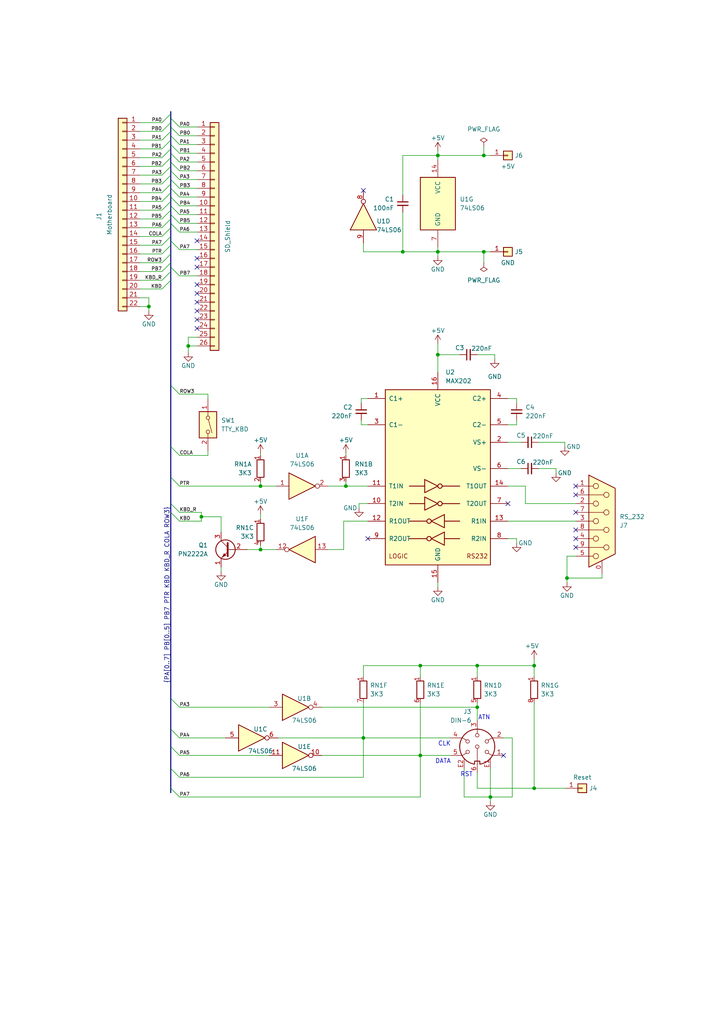
<source format=kicad_sch>
(kicad_sch (version 20230121) (generator eeschema)

  (uuid bccd745c-1975-422e-9da9-e7805ccc3aa8)

  (paper "A4" portrait)

  (lib_symbols
    (symbol "74xx:74LS06" (pin_names (offset 1.016)) (in_bom yes) (on_board yes)
      (property "Reference" "U" (at 0 1.27 0)
        (effects (font (size 1.27 1.27)))
      )
      (property "Value" "74LS06" (at 0 -1.27 0)
        (effects (font (size 1.27 1.27)))
      )
      (property "Footprint" "" (at 0 0 0)
        (effects (font (size 1.27 1.27)) hide)
      )
      (property "Datasheet" "http://www.ti.com/lit/gpn/sn74LS06" (at 0 0 0)
        (effects (font (size 1.27 1.27)) hide)
      )
      (property "ki_locked" "" (at 0 0 0)
        (effects (font (size 1.27 1.27)))
      )
      (property "ki_keywords" "TTL not inv OpenCol" (at 0 0 0)
        (effects (font (size 1.27 1.27)) hide)
      )
      (property "ki_description" "Inverter Open Collect" (at 0 0 0)
        (effects (font (size 1.27 1.27)) hide)
      )
      (property "ki_fp_filters" "DIP*W7.62mm*" (at 0 0 0)
        (effects (font (size 1.27 1.27)) hide)
      )
      (symbol "74LS06_1_0"
        (polyline
          (pts
            (xy -3.81 3.81)
            (xy -3.81 -3.81)
            (xy 3.81 0)
            (xy -3.81 3.81)
          )
          (stroke (width 0.254) (type default))
          (fill (type background))
        )
        (pin input line (at -7.62 0 0) (length 3.81)
          (name "~" (effects (font (size 1.27 1.27))))
          (number "1" (effects (font (size 1.27 1.27))))
        )
        (pin open_collector inverted (at 7.62 0 180) (length 3.81)
          (name "~" (effects (font (size 1.27 1.27))))
          (number "2" (effects (font (size 1.27 1.27))))
        )
      )
      (symbol "74LS06_2_0"
        (polyline
          (pts
            (xy -3.81 3.81)
            (xy -3.81 -3.81)
            (xy 3.81 0)
            (xy -3.81 3.81)
          )
          (stroke (width 0.254) (type default))
          (fill (type background))
        )
        (pin input line (at -7.62 0 0) (length 3.81)
          (name "~" (effects (font (size 1.27 1.27))))
          (number "3" (effects (font (size 1.27 1.27))))
        )
        (pin open_collector inverted (at 7.62 0 180) (length 3.81)
          (name "~" (effects (font (size 1.27 1.27))))
          (number "4" (effects (font (size 1.27 1.27))))
        )
      )
      (symbol "74LS06_3_0"
        (polyline
          (pts
            (xy -3.81 3.81)
            (xy -3.81 -3.81)
            (xy 3.81 0)
            (xy -3.81 3.81)
          )
          (stroke (width 0.254) (type default))
          (fill (type background))
        )
        (pin input line (at -7.62 0 0) (length 3.81)
          (name "~" (effects (font (size 1.27 1.27))))
          (number "5" (effects (font (size 1.27 1.27))))
        )
        (pin open_collector inverted (at 7.62 0 180) (length 3.81)
          (name "~" (effects (font (size 1.27 1.27))))
          (number "6" (effects (font (size 1.27 1.27))))
        )
      )
      (symbol "74LS06_4_0"
        (polyline
          (pts
            (xy -3.81 3.81)
            (xy -3.81 -3.81)
            (xy 3.81 0)
            (xy -3.81 3.81)
          )
          (stroke (width 0.254) (type default))
          (fill (type background))
        )
        (pin open_collector inverted (at 7.62 0 180) (length 3.81)
          (name "~" (effects (font (size 1.27 1.27))))
          (number "8" (effects (font (size 1.27 1.27))))
        )
        (pin input line (at -7.62 0 0) (length 3.81)
          (name "~" (effects (font (size 1.27 1.27))))
          (number "9" (effects (font (size 1.27 1.27))))
        )
      )
      (symbol "74LS06_5_0"
        (polyline
          (pts
            (xy -3.81 3.81)
            (xy -3.81 -3.81)
            (xy 3.81 0)
            (xy -3.81 3.81)
          )
          (stroke (width 0.254) (type default))
          (fill (type background))
        )
        (pin open_collector inverted (at 7.62 0 180) (length 3.81)
          (name "~" (effects (font (size 1.27 1.27))))
          (number "10" (effects (font (size 1.27 1.27))))
        )
        (pin input line (at -7.62 0 0) (length 3.81)
          (name "~" (effects (font (size 1.27 1.27))))
          (number "11" (effects (font (size 1.27 1.27))))
        )
      )
      (symbol "74LS06_6_0"
        (polyline
          (pts
            (xy -3.81 3.81)
            (xy -3.81 -3.81)
            (xy 3.81 0)
            (xy -3.81 3.81)
          )
          (stroke (width 0.254) (type default))
          (fill (type background))
        )
        (pin open_collector inverted (at 7.62 0 180) (length 3.81)
          (name "~" (effects (font (size 1.27 1.27))))
          (number "12" (effects (font (size 1.27 1.27))))
        )
        (pin input line (at -7.62 0 0) (length 3.81)
          (name "~" (effects (font (size 1.27 1.27))))
          (number "13" (effects (font (size 1.27 1.27))))
        )
      )
      (symbol "74LS06_7_0"
        (pin power_in line (at 0 12.7 270) (length 5.08)
          (name "VCC" (effects (font (size 1.27 1.27))))
          (number "14" (effects (font (size 1.27 1.27))))
        )
        (pin power_in line (at 0 -12.7 90) (length 5.08)
          (name "GND" (effects (font (size 1.27 1.27))))
          (number "7" (effects (font (size 1.27 1.27))))
        )
      )
      (symbol "74LS06_7_1"
        (rectangle (start -5.08 7.62) (end 5.08 -7.62)
          (stroke (width 0.254) (type default))
          (fill (type background))
        )
      )
    )
    (symbol "Connector:DE9_Receptacle_MountingHoles" (pin_names (offset 1.016) hide) (in_bom yes) (on_board yes)
      (property "Reference" "J" (at 0 16.51 0)
        (effects (font (size 1.27 1.27)))
      )
      (property "Value" "DE9_Receptacle_MountingHoles" (at 0 14.605 0)
        (effects (font (size 1.27 1.27)))
      )
      (property "Footprint" "" (at 0 0 0)
        (effects (font (size 1.27 1.27)) hide)
      )
      (property "Datasheet" " ~" (at 0 0 0)
        (effects (font (size 1.27 1.27)) hide)
      )
      (property "ki_keywords" "connector receptacle female D-SUB DB9" (at 0 0 0)
        (effects (font (size 1.27 1.27)) hide)
      )
      (property "ki_description" "9-pin female receptacle socket D-SUB connector, Mounting Hole" (at 0 0 0)
        (effects (font (size 1.27 1.27)) hide)
      )
      (property "ki_fp_filters" "DSUB*Female*" (at 0 0 0)
        (effects (font (size 1.27 1.27)) hide)
      )
      (symbol "DE9_Receptacle_MountingHoles_0_1"
        (circle (center -1.778 -10.16) (radius 0.762)
          (stroke (width 0) (type default))
          (fill (type none))
        )
        (circle (center -1.778 -5.08) (radius 0.762)
          (stroke (width 0) (type default))
          (fill (type none))
        )
        (circle (center -1.778 0) (radius 0.762)
          (stroke (width 0) (type default))
          (fill (type none))
        )
        (circle (center -1.778 5.08) (radius 0.762)
          (stroke (width 0) (type default))
          (fill (type none))
        )
        (circle (center -1.778 10.16) (radius 0.762)
          (stroke (width 0) (type default))
          (fill (type none))
        )
        (polyline
          (pts
            (xy -3.81 -10.16)
            (xy -2.54 -10.16)
          )
          (stroke (width 0) (type default))
          (fill (type none))
        )
        (polyline
          (pts
            (xy -3.81 -7.62)
            (xy 0.508 -7.62)
          )
          (stroke (width 0) (type default))
          (fill (type none))
        )
        (polyline
          (pts
            (xy -3.81 -5.08)
            (xy -2.54 -5.08)
          )
          (stroke (width 0) (type default))
          (fill (type none))
        )
        (polyline
          (pts
            (xy -3.81 -2.54)
            (xy 0.508 -2.54)
          )
          (stroke (width 0) (type default))
          (fill (type none))
        )
        (polyline
          (pts
            (xy -3.81 0)
            (xy -2.54 0)
          )
          (stroke (width 0) (type default))
          (fill (type none))
        )
        (polyline
          (pts
            (xy -3.81 2.54)
            (xy 0.508 2.54)
          )
          (stroke (width 0) (type default))
          (fill (type none))
        )
        (polyline
          (pts
            (xy -3.81 5.08)
            (xy -2.54 5.08)
          )
          (stroke (width 0) (type default))
          (fill (type none))
        )
        (polyline
          (pts
            (xy -3.81 7.62)
            (xy 0.508 7.62)
          )
          (stroke (width 0) (type default))
          (fill (type none))
        )
        (polyline
          (pts
            (xy -3.81 10.16)
            (xy -2.54 10.16)
          )
          (stroke (width 0) (type default))
          (fill (type none))
        )
        (polyline
          (pts
            (xy -3.81 13.335)
            (xy -3.81 -13.335)
            (xy 3.81 -9.525)
            (xy 3.81 9.525)
            (xy -3.81 13.335)
          )
          (stroke (width 0.254) (type default))
          (fill (type background))
        )
        (circle (center 1.27 -7.62) (radius 0.762)
          (stroke (width 0) (type default))
          (fill (type none))
        )
        (circle (center 1.27 -2.54) (radius 0.762)
          (stroke (width 0) (type default))
          (fill (type none))
        )
        (circle (center 1.27 2.54) (radius 0.762)
          (stroke (width 0) (type default))
          (fill (type none))
        )
        (circle (center 1.27 7.62) (radius 0.762)
          (stroke (width 0) (type default))
          (fill (type none))
        )
      )
      (symbol "DE9_Receptacle_MountingHoles_1_1"
        (pin passive line (at 0 -15.24 90) (length 3.81)
          (name "PAD" (effects (font (size 1.27 1.27))))
          (number "0" (effects (font (size 1.27 1.27))))
        )
        (pin passive line (at -7.62 10.16 0) (length 3.81)
          (name "1" (effects (font (size 1.27 1.27))))
          (number "1" (effects (font (size 1.27 1.27))))
        )
        (pin passive line (at -7.62 5.08 0) (length 3.81)
          (name "2" (effects (font (size 1.27 1.27))))
          (number "2" (effects (font (size 1.27 1.27))))
        )
        (pin passive line (at -7.62 0 0) (length 3.81)
          (name "3" (effects (font (size 1.27 1.27))))
          (number "3" (effects (font (size 1.27 1.27))))
        )
        (pin passive line (at -7.62 -5.08 0) (length 3.81)
          (name "4" (effects (font (size 1.27 1.27))))
          (number "4" (effects (font (size 1.27 1.27))))
        )
        (pin passive line (at -7.62 -10.16 0) (length 3.81)
          (name "5" (effects (font (size 1.27 1.27))))
          (number "5" (effects (font (size 1.27 1.27))))
        )
        (pin passive line (at -7.62 7.62 0) (length 3.81)
          (name "6" (effects (font (size 1.27 1.27))))
          (number "6" (effects (font (size 1.27 1.27))))
        )
        (pin passive line (at -7.62 2.54 0) (length 3.81)
          (name "7" (effects (font (size 1.27 1.27))))
          (number "7" (effects (font (size 1.27 1.27))))
        )
        (pin passive line (at -7.62 -2.54 0) (length 3.81)
          (name "8" (effects (font (size 1.27 1.27))))
          (number "8" (effects (font (size 1.27 1.27))))
        )
        (pin passive line (at -7.62 -7.62 0) (length 3.81)
          (name "9" (effects (font (size 1.27 1.27))))
          (number "9" (effects (font (size 1.27 1.27))))
        )
      )
    )
    (symbol "Connector_Generic:Conn_01x01" (pin_names (offset 1.016) hide) (in_bom yes) (on_board yes)
      (property "Reference" "J" (at 0 2.54 0)
        (effects (font (size 1.27 1.27)))
      )
      (property "Value" "Conn_01x01" (at 0 -2.54 0)
        (effects (font (size 1.27 1.27)))
      )
      (property "Footprint" "" (at 0 0 0)
        (effects (font (size 1.27 1.27)) hide)
      )
      (property "Datasheet" "~" (at 0 0 0)
        (effects (font (size 1.27 1.27)) hide)
      )
      (property "ki_keywords" "connector" (at 0 0 0)
        (effects (font (size 1.27 1.27)) hide)
      )
      (property "ki_description" "Generic connector, single row, 01x01, script generated (kicad-library-utils/schlib/autogen/connector/)" (at 0 0 0)
        (effects (font (size 1.27 1.27)) hide)
      )
      (property "ki_fp_filters" "Connector*:*_1x??_*" (at 0 0 0)
        (effects (font (size 1.27 1.27)) hide)
      )
      (symbol "Conn_01x01_1_1"
        (rectangle (start -1.27 0.127) (end 0 -0.127)
          (stroke (width 0.1524) (type default))
          (fill (type none))
        )
        (rectangle (start -1.27 1.27) (end 1.27 -1.27)
          (stroke (width 0.254) (type default))
          (fill (type background))
        )
        (pin passive line (at -5.08 0 0) (length 3.81)
          (name "Pin_1" (effects (font (size 1.27 1.27))))
          (number "1" (effects (font (size 1.27 1.27))))
        )
      )
    )
    (symbol "Connector_Generic:Conn_01x22" (pin_names (offset 1.016) hide) (in_bom yes) (on_board yes)
      (property "Reference" "J" (at 0 27.94 0)
        (effects (font (size 1.27 1.27)))
      )
      (property "Value" "Conn_01x22" (at 0 -30.48 0)
        (effects (font (size 1.27 1.27)))
      )
      (property "Footprint" "" (at 0 0 0)
        (effects (font (size 1.27 1.27)) hide)
      )
      (property "Datasheet" "~" (at 0 0 0)
        (effects (font (size 1.27 1.27)) hide)
      )
      (property "ki_keywords" "connector" (at 0 0 0)
        (effects (font (size 1.27 1.27)) hide)
      )
      (property "ki_description" "Generic connector, single row, 01x22, script generated (kicad-library-utils/schlib/autogen/connector/)" (at 0 0 0)
        (effects (font (size 1.27 1.27)) hide)
      )
      (property "ki_fp_filters" "Connector*:*_1x??_*" (at 0 0 0)
        (effects (font (size 1.27 1.27)) hide)
      )
      (symbol "Conn_01x22_1_1"
        (rectangle (start -1.27 -27.813) (end 0 -28.067)
          (stroke (width 0.1524) (type default))
          (fill (type none))
        )
        (rectangle (start -1.27 -25.273) (end 0 -25.527)
          (stroke (width 0.1524) (type default))
          (fill (type none))
        )
        (rectangle (start -1.27 -22.733) (end 0 -22.987)
          (stroke (width 0.1524) (type default))
          (fill (type none))
        )
        (rectangle (start -1.27 -20.193) (end 0 -20.447)
          (stroke (width 0.1524) (type default))
          (fill (type none))
        )
        (rectangle (start -1.27 -17.653) (end 0 -17.907)
          (stroke (width 0.1524) (type default))
          (fill (type none))
        )
        (rectangle (start -1.27 -15.113) (end 0 -15.367)
          (stroke (width 0.1524) (type default))
          (fill (type none))
        )
        (rectangle (start -1.27 -12.573) (end 0 -12.827)
          (stroke (width 0.1524) (type default))
          (fill (type none))
        )
        (rectangle (start -1.27 -10.033) (end 0 -10.287)
          (stroke (width 0.1524) (type default))
          (fill (type none))
        )
        (rectangle (start -1.27 -7.493) (end 0 -7.747)
          (stroke (width 0.1524) (type default))
          (fill (type none))
        )
        (rectangle (start -1.27 -4.953) (end 0 -5.207)
          (stroke (width 0.1524) (type default))
          (fill (type none))
        )
        (rectangle (start -1.27 -2.413) (end 0 -2.667)
          (stroke (width 0.1524) (type default))
          (fill (type none))
        )
        (rectangle (start -1.27 0.127) (end 0 -0.127)
          (stroke (width 0.1524) (type default))
          (fill (type none))
        )
        (rectangle (start -1.27 2.667) (end 0 2.413)
          (stroke (width 0.1524) (type default))
          (fill (type none))
        )
        (rectangle (start -1.27 5.207) (end 0 4.953)
          (stroke (width 0.1524) (type default))
          (fill (type none))
        )
        (rectangle (start -1.27 7.747) (end 0 7.493)
          (stroke (width 0.1524) (type default))
          (fill (type none))
        )
        (rectangle (start -1.27 10.287) (end 0 10.033)
          (stroke (width 0.1524) (type default))
          (fill (type none))
        )
        (rectangle (start -1.27 12.827) (end 0 12.573)
          (stroke (width 0.1524) (type default))
          (fill (type none))
        )
        (rectangle (start -1.27 15.367) (end 0 15.113)
          (stroke (width 0.1524) (type default))
          (fill (type none))
        )
        (rectangle (start -1.27 17.907) (end 0 17.653)
          (stroke (width 0.1524) (type default))
          (fill (type none))
        )
        (rectangle (start -1.27 20.447) (end 0 20.193)
          (stroke (width 0.1524) (type default))
          (fill (type none))
        )
        (rectangle (start -1.27 22.987) (end 0 22.733)
          (stroke (width 0.1524) (type default))
          (fill (type none))
        )
        (rectangle (start -1.27 25.527) (end 0 25.273)
          (stroke (width 0.1524) (type default))
          (fill (type none))
        )
        (rectangle (start -1.27 26.67) (end 1.27 -29.21)
          (stroke (width 0.254) (type default))
          (fill (type background))
        )
        (pin passive line (at -5.08 25.4 0) (length 3.81)
          (name "Pin_1" (effects (font (size 1.27 1.27))))
          (number "1" (effects (font (size 1.27 1.27))))
        )
        (pin passive line (at -5.08 2.54 0) (length 3.81)
          (name "Pin_10" (effects (font (size 1.27 1.27))))
          (number "10" (effects (font (size 1.27 1.27))))
        )
        (pin passive line (at -5.08 0 0) (length 3.81)
          (name "Pin_11" (effects (font (size 1.27 1.27))))
          (number "11" (effects (font (size 1.27 1.27))))
        )
        (pin passive line (at -5.08 -2.54 0) (length 3.81)
          (name "Pin_12" (effects (font (size 1.27 1.27))))
          (number "12" (effects (font (size 1.27 1.27))))
        )
        (pin passive line (at -5.08 -5.08 0) (length 3.81)
          (name "Pin_13" (effects (font (size 1.27 1.27))))
          (number "13" (effects (font (size 1.27 1.27))))
        )
        (pin passive line (at -5.08 -7.62 0) (length 3.81)
          (name "Pin_14" (effects (font (size 1.27 1.27))))
          (number "14" (effects (font (size 1.27 1.27))))
        )
        (pin passive line (at -5.08 -10.16 0) (length 3.81)
          (name "Pin_15" (effects (font (size 1.27 1.27))))
          (number "15" (effects (font (size 1.27 1.27))))
        )
        (pin passive line (at -5.08 -12.7 0) (length 3.81)
          (name "Pin_16" (effects (font (size 1.27 1.27))))
          (number "16" (effects (font (size 1.27 1.27))))
        )
        (pin passive line (at -5.08 -15.24 0) (length 3.81)
          (name "Pin_17" (effects (font (size 1.27 1.27))))
          (number "17" (effects (font (size 1.27 1.27))))
        )
        (pin passive line (at -5.08 -17.78 0) (length 3.81)
          (name "Pin_18" (effects (font (size 1.27 1.27))))
          (number "18" (effects (font (size 1.27 1.27))))
        )
        (pin passive line (at -5.08 -20.32 0) (length 3.81)
          (name "Pin_19" (effects (font (size 1.27 1.27))))
          (number "19" (effects (font (size 1.27 1.27))))
        )
        (pin passive line (at -5.08 22.86 0) (length 3.81)
          (name "Pin_2" (effects (font (size 1.27 1.27))))
          (number "2" (effects (font (size 1.27 1.27))))
        )
        (pin passive line (at -5.08 -22.86 0) (length 3.81)
          (name "Pin_20" (effects (font (size 1.27 1.27))))
          (number "20" (effects (font (size 1.27 1.27))))
        )
        (pin passive line (at -5.08 -25.4 0) (length 3.81)
          (name "Pin_21" (effects (font (size 1.27 1.27))))
          (number "21" (effects (font (size 1.27 1.27))))
        )
        (pin passive line (at -5.08 -27.94 0) (length 3.81)
          (name "Pin_22" (effects (font (size 1.27 1.27))))
          (number "22" (effects (font (size 1.27 1.27))))
        )
        (pin passive line (at -5.08 20.32 0) (length 3.81)
          (name "Pin_3" (effects (font (size 1.27 1.27))))
          (number "3" (effects (font (size 1.27 1.27))))
        )
        (pin passive line (at -5.08 17.78 0) (length 3.81)
          (name "Pin_4" (effects (font (size 1.27 1.27))))
          (number "4" (effects (font (size 1.27 1.27))))
        )
        (pin passive line (at -5.08 15.24 0) (length 3.81)
          (name "Pin_5" (effects (font (size 1.27 1.27))))
          (number "5" (effects (font (size 1.27 1.27))))
        )
        (pin passive line (at -5.08 12.7 0) (length 3.81)
          (name "Pin_6" (effects (font (size 1.27 1.27))))
          (number "6" (effects (font (size 1.27 1.27))))
        )
        (pin passive line (at -5.08 10.16 0) (length 3.81)
          (name "Pin_7" (effects (font (size 1.27 1.27))))
          (number "7" (effects (font (size 1.27 1.27))))
        )
        (pin passive line (at -5.08 7.62 0) (length 3.81)
          (name "Pin_8" (effects (font (size 1.27 1.27))))
          (number "8" (effects (font (size 1.27 1.27))))
        )
        (pin passive line (at -5.08 5.08 0) (length 3.81)
          (name "Pin_9" (effects (font (size 1.27 1.27))))
          (number "9" (effects (font (size 1.27 1.27))))
        )
      )
    )
    (symbol "Connector_Generic:Conn_01x26" (pin_names (offset 1.016) hide) (in_bom yes) (on_board yes)
      (property "Reference" "J" (at 0 33.02 0)
        (effects (font (size 1.27 1.27)))
      )
      (property "Value" "Conn_01x26" (at 0 -35.56 0)
        (effects (font (size 1.27 1.27)))
      )
      (property "Footprint" "" (at 0 0 0)
        (effects (font (size 1.27 1.27)) hide)
      )
      (property "Datasheet" "~" (at 0 0 0)
        (effects (font (size 1.27 1.27)) hide)
      )
      (property "ki_keywords" "connector" (at 0 0 0)
        (effects (font (size 1.27 1.27)) hide)
      )
      (property "ki_description" "Generic connector, single row, 01x26, script generated (kicad-library-utils/schlib/autogen/connector/)" (at 0 0 0)
        (effects (font (size 1.27 1.27)) hide)
      )
      (property "ki_fp_filters" "Connector*:*_1x??_*" (at 0 0 0)
        (effects (font (size 1.27 1.27)) hide)
      )
      (symbol "Conn_01x26_1_1"
        (rectangle (start -1.27 -32.893) (end 0 -33.147)
          (stroke (width 0.1524) (type default))
          (fill (type none))
        )
        (rectangle (start -1.27 -30.353) (end 0 -30.607)
          (stroke (width 0.1524) (type default))
          (fill (type none))
        )
        (rectangle (start -1.27 -27.813) (end 0 -28.067)
          (stroke (width 0.1524) (type default))
          (fill (type none))
        )
        (rectangle (start -1.27 -25.273) (end 0 -25.527)
          (stroke (width 0.1524) (type default))
          (fill (type none))
        )
        (rectangle (start -1.27 -22.733) (end 0 -22.987)
          (stroke (width 0.1524) (type default))
          (fill (type none))
        )
        (rectangle (start -1.27 -20.193) (end 0 -20.447)
          (stroke (width 0.1524) (type default))
          (fill (type none))
        )
        (rectangle (start -1.27 -17.653) (end 0 -17.907)
          (stroke (width 0.1524) (type default))
          (fill (type none))
        )
        (rectangle (start -1.27 -15.113) (end 0 -15.367)
          (stroke (width 0.1524) (type default))
          (fill (type none))
        )
        (rectangle (start -1.27 -12.573) (end 0 -12.827)
          (stroke (width 0.1524) (type default))
          (fill (type none))
        )
        (rectangle (start -1.27 -10.033) (end 0 -10.287)
          (stroke (width 0.1524) (type default))
          (fill (type none))
        )
        (rectangle (start -1.27 -7.493) (end 0 -7.747)
          (stroke (width 0.1524) (type default))
          (fill (type none))
        )
        (rectangle (start -1.27 -4.953) (end 0 -5.207)
          (stroke (width 0.1524) (type default))
          (fill (type none))
        )
        (rectangle (start -1.27 -2.413) (end 0 -2.667)
          (stroke (width 0.1524) (type default))
          (fill (type none))
        )
        (rectangle (start -1.27 0.127) (end 0 -0.127)
          (stroke (width 0.1524) (type default))
          (fill (type none))
        )
        (rectangle (start -1.27 2.667) (end 0 2.413)
          (stroke (width 0.1524) (type default))
          (fill (type none))
        )
        (rectangle (start -1.27 5.207) (end 0 4.953)
          (stroke (width 0.1524) (type default))
          (fill (type none))
        )
        (rectangle (start -1.27 7.747) (end 0 7.493)
          (stroke (width 0.1524) (type default))
          (fill (type none))
        )
        (rectangle (start -1.27 10.287) (end 0 10.033)
          (stroke (width 0.1524) (type default))
          (fill (type none))
        )
        (rectangle (start -1.27 12.827) (end 0 12.573)
          (stroke (width 0.1524) (type default))
          (fill (type none))
        )
        (rectangle (start -1.27 15.367) (end 0 15.113)
          (stroke (width 0.1524) (type default))
          (fill (type none))
        )
        (rectangle (start -1.27 17.907) (end 0 17.653)
          (stroke (width 0.1524) (type default))
          (fill (type none))
        )
        (rectangle (start -1.27 20.447) (end 0 20.193)
          (stroke (width 0.1524) (type default))
          (fill (type none))
        )
        (rectangle (start -1.27 22.987) (end 0 22.733)
          (stroke (width 0.1524) (type default))
          (fill (type none))
        )
        (rectangle (start -1.27 25.527) (end 0 25.273)
          (stroke (width 0.1524) (type default))
          (fill (type none))
        )
        (rectangle (start -1.27 28.067) (end 0 27.813)
          (stroke (width 0.1524) (type default))
          (fill (type none))
        )
        (rectangle (start -1.27 30.607) (end 0 30.353)
          (stroke (width 0.1524) (type default))
          (fill (type none))
        )
        (rectangle (start -1.27 31.75) (end 1.27 -34.29)
          (stroke (width 0.254) (type default))
          (fill (type background))
        )
        (pin passive line (at -5.08 30.48 0) (length 3.81)
          (name "Pin_1" (effects (font (size 1.27 1.27))))
          (number "1" (effects (font (size 1.27 1.27))))
        )
        (pin passive line (at -5.08 7.62 0) (length 3.81)
          (name "Pin_10" (effects (font (size 1.27 1.27))))
          (number "10" (effects (font (size 1.27 1.27))))
        )
        (pin passive line (at -5.08 5.08 0) (length 3.81)
          (name "Pin_11" (effects (font (size 1.27 1.27))))
          (number "11" (effects (font (size 1.27 1.27))))
        )
        (pin passive line (at -5.08 2.54 0) (length 3.81)
          (name "Pin_12" (effects (font (size 1.27 1.27))))
          (number "12" (effects (font (size 1.27 1.27))))
        )
        (pin passive line (at -5.08 0 0) (length 3.81)
          (name "Pin_13" (effects (font (size 1.27 1.27))))
          (number "13" (effects (font (size 1.27 1.27))))
        )
        (pin passive line (at -5.08 -2.54 0) (length 3.81)
          (name "Pin_14" (effects (font (size 1.27 1.27))))
          (number "14" (effects (font (size 1.27 1.27))))
        )
        (pin passive line (at -5.08 -5.08 0) (length 3.81)
          (name "Pin_15" (effects (font (size 1.27 1.27))))
          (number "15" (effects (font (size 1.27 1.27))))
        )
        (pin passive line (at -5.08 -7.62 0) (length 3.81)
          (name "Pin_16" (effects (font (size 1.27 1.27))))
          (number "16" (effects (font (size 1.27 1.27))))
        )
        (pin passive line (at -5.08 -10.16 0) (length 3.81)
          (name "Pin_17" (effects (font (size 1.27 1.27))))
          (number "17" (effects (font (size 1.27 1.27))))
        )
        (pin passive line (at -5.08 -12.7 0) (length 3.81)
          (name "Pin_18" (effects (font (size 1.27 1.27))))
          (number "18" (effects (font (size 1.27 1.27))))
        )
        (pin passive line (at -5.08 -15.24 0) (length 3.81)
          (name "Pin_19" (effects (font (size 1.27 1.27))))
          (number "19" (effects (font (size 1.27 1.27))))
        )
        (pin passive line (at -5.08 27.94 0) (length 3.81)
          (name "Pin_2" (effects (font (size 1.27 1.27))))
          (number "2" (effects (font (size 1.27 1.27))))
        )
        (pin passive line (at -5.08 -17.78 0) (length 3.81)
          (name "Pin_20" (effects (font (size 1.27 1.27))))
          (number "20" (effects (font (size 1.27 1.27))))
        )
        (pin passive line (at -5.08 -20.32 0) (length 3.81)
          (name "Pin_21" (effects (font (size 1.27 1.27))))
          (number "21" (effects (font (size 1.27 1.27))))
        )
        (pin passive line (at -5.08 -22.86 0) (length 3.81)
          (name "Pin_22" (effects (font (size 1.27 1.27))))
          (number "22" (effects (font (size 1.27 1.27))))
        )
        (pin passive line (at -5.08 -25.4 0) (length 3.81)
          (name "Pin_23" (effects (font (size 1.27 1.27))))
          (number "23" (effects (font (size 1.27 1.27))))
        )
        (pin passive line (at -5.08 -27.94 0) (length 3.81)
          (name "Pin_24" (effects (font (size 1.27 1.27))))
          (number "24" (effects (font (size 1.27 1.27))))
        )
        (pin passive line (at -5.08 -30.48 0) (length 3.81)
          (name "Pin_25" (effects (font (size 1.27 1.27))))
          (number "25" (effects (font (size 1.27 1.27))))
        )
        (pin passive line (at -5.08 -33.02 0) (length 3.81)
          (name "Pin_26" (effects (font (size 1.27 1.27))))
          (number "26" (effects (font (size 1.27 1.27))))
        )
        (pin passive line (at -5.08 25.4 0) (length 3.81)
          (name "Pin_3" (effects (font (size 1.27 1.27))))
          (number "3" (effects (font (size 1.27 1.27))))
        )
        (pin passive line (at -5.08 22.86 0) (length 3.81)
          (name "Pin_4" (effects (font (size 1.27 1.27))))
          (number "4" (effects (font (size 1.27 1.27))))
        )
        (pin passive line (at -5.08 20.32 0) (length 3.81)
          (name "Pin_5" (effects (font (size 1.27 1.27))))
          (number "5" (effects (font (size 1.27 1.27))))
        )
        (pin passive line (at -5.08 17.78 0) (length 3.81)
          (name "Pin_6" (effects (font (size 1.27 1.27))))
          (number "6" (effects (font (size 1.27 1.27))))
        )
        (pin passive line (at -5.08 15.24 0) (length 3.81)
          (name "Pin_7" (effects (font (size 1.27 1.27))))
          (number "7" (effects (font (size 1.27 1.27))))
        )
        (pin passive line (at -5.08 12.7 0) (length 3.81)
          (name "Pin_8" (effects (font (size 1.27 1.27))))
          (number "8" (effects (font (size 1.27 1.27))))
        )
        (pin passive line (at -5.08 10.16 0) (length 3.81)
          (name "Pin_9" (effects (font (size 1.27 1.27))))
          (number "9" (effects (font (size 1.27 1.27))))
        )
      )
    )
    (symbol "DIN_Round:DIN-6_Ground" (pin_names (offset 1.016)) (in_bom yes) (on_board yes)
      (property "Reference" "J6" (at 1.6511 10.16 0)
        (effects (font (size 1.27 1.27)) (justify left))
      )
      (property "Value" "DIN-6" (at 1.6511 7.62 0)
        (effects (font (size 1.27 1.27)) (justify left))
      )
      (property "Footprint" "DIN_Round:CUI_SDS-60J" (at 0 0 0)
        (effects (font (size 1.27 1.27)) hide)
      )
      (property "Datasheet" "http://www.mouser.com/ds/2/18/40_c091_abd_e-75918.pdf" (at 0 0 0)
        (effects (font (size 1.27 1.27)) hide)
      )
      (property "ki_keywords" "circular DIN connector" (at 0 0 0)
        (effects (font (size 1.27 1.27)) hide)
      )
      (property "ki_description" "6-pin DIN connector" (at 0 0 0)
        (effects (font (size 1.27 1.27)) hide)
      )
      (property "ki_fp_filters" "DIN*" (at 0 0 0)
        (effects (font (size 1.27 1.27)) hide)
      )
      (symbol "DIN-6_Ground_0_1"
        (arc (start -5.08 0) (mid -3.8609 -3.3364) (end -0.762 -5.08)
          (stroke (width 0.254) (type default))
          (fill (type none))
        )
        (circle (center -2.794 -1.524) (radius 0.508)
          (stroke (width 0) (type default))
          (fill (type none))
        )
        (circle (center -2.794 1.524) (radius 0.508)
          (stroke (width 0) (type default))
          (fill (type none))
        )
        (polyline
          (pts
            (xy 0 -5.08)
            (xy 0 -0.508)
          )
          (stroke (width 0) (type default))
          (fill (type none))
        )
        (polyline
          (pts
            (xy 0 5.08)
            (xy 0 3.81)
          )
          (stroke (width 0) (type default))
          (fill (type none))
        )
        (polyline
          (pts
            (xy -5.08 -2.54)
            (xy -4.318 -2.54)
            (xy -3.175 -1.905)
          )
          (stroke (width 0) (type default))
          (fill (type none))
        )
        (polyline
          (pts
            (xy -5.08 2.54)
            (xy -4.318 2.54)
            (xy -3.175 1.905)
          )
          (stroke (width 0) (type default))
          (fill (type none))
        )
        (polyline
          (pts
            (xy 5.08 -2.54)
            (xy 4.318 -2.54)
            (xy 3.175 -1.905)
          )
          (stroke (width 0) (type default))
          (fill (type none))
        )
        (polyline
          (pts
            (xy 5.08 2.54)
            (xy 4.318 2.54)
            (xy 3.175 1.905)
          )
          (stroke (width 0) (type default))
          (fill (type none))
        )
        (polyline
          (pts
            (xy -0.762 -4.953)
            (xy -0.762 -4.191)
            (xy 0.762 -4.191)
            (xy 0.762 -4.953)
          )
          (stroke (width 0.254) (type default))
          (fill (type none))
        )
        (circle (center 0 0) (radius 0.508)
          (stroke (width 0) (type default))
          (fill (type none))
        )
        (circle (center 0 3.302) (radius 0.508)
          (stroke (width 0) (type default))
          (fill (type none))
        )
        (arc (start 0.762 -5.08) (mid 3.8685 -3.343) (end 5.08 0)
          (stroke (width 0.254) (type default))
          (fill (type none))
        )
        (circle (center 2.794 -1.524) (radius 0.508)
          (stroke (width 0) (type default))
          (fill (type none))
        )
        (circle (center 2.794 1.524) (radius 0.508)
          (stroke (width 0) (type default))
          (fill (type none))
        )
        (arc (start 5.08 0) (mid 0 5.0579) (end -5.08 0)
          (stroke (width 0.254) (type default))
          (fill (type none))
        )
      )
      (symbol "DIN-6_Ground_1_1"
        (pin passive line (at -7.62 -2.54 0) (length 2.54)
          (name "~" (effects (font (size 1.27 1.27))))
          (number "1" (effects (font (size 1.27 1.27))))
        )
        (pin passive line (at -7.62 2.54 0) (length 2.54)
          (name "~" (effects (font (size 1.27 1.27))))
          (number "2" (effects (font (size 1.27 1.27))))
        )
        (pin passive line (at 0 7.62 270) (length 2.54)
          (name "~" (effects (font (size 1.27 1.27))))
          (number "3" (effects (font (size 1.27 1.27))))
        )
        (pin passive line (at 7.62 2.54 180) (length 2.54)
          (name "~" (effects (font (size 1.27 1.27))))
          (number "4" (effects (font (size 1.27 1.27))))
        )
        (pin passive line (at 7.62 -2.54 180) (length 2.54)
          (name "~" (effects (font (size 1.27 1.27))))
          (number "5" (effects (font (size 1.27 1.27))))
        )
        (pin passive line (at 0 -7.62 90) (length 2.54)
          (name "~" (effects (font (size 1.27 1.27))))
          (number "6" (effects (font (size 1.27 1.27))))
        )
        (pin power_in line (at -3.81 -6.35 90) (length 2.87)
          (name "~" (effects (font (size 1.27 1.27))))
          (number "E1" (effects (font (size 1.27 1.27))))
        )
        (pin power_in line (at 3.81 -6.35 90) (length 2.87)
          (name "~" (effects (font (size 1.27 1.27))))
          (number "E2" (effects (font (size 1.27 1.27))))
        )
      )
    )
    (symbol "Device:C_Small" (pin_numbers hide) (pin_names (offset 0.254) hide) (in_bom yes) (on_board yes)
      (property "Reference" "C" (at 0.254 1.778 0)
        (effects (font (size 1.27 1.27)) (justify left))
      )
      (property "Value" "C_Small" (at 0.254 -2.032 0)
        (effects (font (size 1.27 1.27)) (justify left))
      )
      (property "Footprint" "" (at 0 0 0)
        (effects (font (size 1.27 1.27)) hide)
      )
      (property "Datasheet" "~" (at 0 0 0)
        (effects (font (size 1.27 1.27)) hide)
      )
      (property "ki_keywords" "capacitor cap" (at 0 0 0)
        (effects (font (size 1.27 1.27)) hide)
      )
      (property "ki_description" "Unpolarized capacitor, small symbol" (at 0 0 0)
        (effects (font (size 1.27 1.27)) hide)
      )
      (property "ki_fp_filters" "C_*" (at 0 0 0)
        (effects (font (size 1.27 1.27)) hide)
      )
      (symbol "C_Small_0_1"
        (polyline
          (pts
            (xy -1.524 -0.508)
            (xy 1.524 -0.508)
          )
          (stroke (width 0.3302) (type default))
          (fill (type none))
        )
        (polyline
          (pts
            (xy -1.524 0.508)
            (xy 1.524 0.508)
          )
          (stroke (width 0.3048) (type default))
          (fill (type none))
        )
      )
      (symbol "C_Small_1_1"
        (pin passive line (at 0 2.54 270) (length 2.032)
          (name "~" (effects (font (size 1.27 1.27))))
          (number "1" (effects (font (size 1.27 1.27))))
        )
        (pin passive line (at 0 -2.54 90) (length 2.032)
          (name "~" (effects (font (size 1.27 1.27))))
          (number "2" (effects (font (size 1.27 1.27))))
        )
      )
    )
    (symbol "Device:R_Network07_Split" (pin_names (offset 0) hide) (in_bom yes) (on_board yes)
      (property "Reference" "RN" (at 2.032 0 90)
        (effects (font (size 1.27 1.27)))
      )
      (property "Value" "R_Network07_Split" (at 0 0 90)
        (effects (font (size 1.27 1.27)))
      )
      (property "Footprint" "Resistor_THT:R_Array_SIP8" (at -2.032 0 90)
        (effects (font (size 1.27 1.27)) hide)
      )
      (property "Datasheet" "http://www.vishay.com/docs/31509/csc.pdf" (at 0 0 0)
        (effects (font (size 1.27 1.27)) hide)
      )
      (property "ki_keywords" "R network star-topology" (at 0 0 0)
        (effects (font (size 1.27 1.27)) hide)
      )
      (property "ki_description" "7 resistor network, star topology, bussed resistors, split" (at 0 0 0)
        (effects (font (size 1.27 1.27)) hide)
      )
      (property "ki_fp_filters" "R?Array?SIP*" (at 0 0 0)
        (effects (font (size 1.27 1.27)) hide)
      )
      (symbol "R_Network07_Split_0_1"
        (rectangle (start 1.016 2.54) (end -1.016 -2.54)
          (stroke (width 0.254) (type default))
          (fill (type none))
        )
        (pin passive line (at 0 3.81 270) (length 1.27)
          (name "R1" (effects (font (size 1.27 1.27))))
          (number "1" (effects (font (size 1.27 1.27))))
        )
      )
      (symbol "R_Network07_Split_1_1"
        (pin passive line (at 0 -3.81 90) (length 1.27)
          (name "R1.2" (effects (font (size 1.27 1.27))))
          (number "2" (effects (font (size 1.27 1.27))))
        )
      )
      (symbol "R_Network07_Split_2_1"
        (pin passive line (at 0 -3.81 90) (length 1.27)
          (name "R2.2" (effects (font (size 1.27 1.27))))
          (number "3" (effects (font (size 1.27 1.27))))
        )
      )
      (symbol "R_Network07_Split_3_1"
        (pin passive line (at 0 -3.81 90) (length 1.27)
          (name "R3.2" (effects (font (size 1.27 1.27))))
          (number "4" (effects (font (size 1.27 1.27))))
        )
      )
      (symbol "R_Network07_Split_4_1"
        (pin passive line (at 0 -3.81 90) (length 1.27)
          (name "R4.2" (effects (font (size 1.27 1.27))))
          (number "5" (effects (font (size 1.27 1.27))))
        )
      )
      (symbol "R_Network07_Split_5_1"
        (pin passive line (at 0 -3.81 90) (length 1.27)
          (name "R5.2" (effects (font (size 1.27 1.27))))
          (number "6" (effects (font (size 1.27 1.27))))
        )
      )
      (symbol "R_Network07_Split_6_1"
        (pin passive line (at 0 -3.81 90) (length 1.27)
          (name "R6.2" (effects (font (size 1.27 1.27))))
          (number "7" (effects (font (size 1.27 1.27))))
        )
      )
      (symbol "R_Network07_Split_7_1"
        (pin passive line (at 0 -3.81 90) (length 1.27)
          (name "R7.2" (effects (font (size 1.27 1.27))))
          (number "8" (effects (font (size 1.27 1.27))))
        )
      )
    )
    (symbol "Interface_UART:MAX202" (pin_names (offset 1.016)) (in_bom yes) (on_board yes)
      (property "Reference" "U" (at -2.54 28.575 0)
        (effects (font (size 1.27 1.27)) (justify right))
      )
      (property "Value" "MAX202" (at -2.54 26.67 0)
        (effects (font (size 1.27 1.27)) (justify right))
      )
      (property "Footprint" "" (at 1.27 -26.67 0)
        (effects (font (size 1.27 1.27)) (justify left) hide)
      )
      (property "Datasheet" "http://www.ti.com/lit/ds/symlink/max202.pdf" (at 0 2.54 0)
        (effects (font (size 1.27 1.27)) hide)
      )
      (property "ki_keywords" "rs232 uart transceiver line-driver" (at 0 0 0)
        (effects (font (size 1.27 1.27)) hide)
      )
      (property "ki_description" "Dual RS232 driver/receiver, 5V supply, 120kb/s, 0C-70C" (at 0 0 0)
        (effects (font (size 1.27 1.27)) hide)
      )
      (property "ki_fp_filters" "SOIC*P1.27mm* DIP*W7.62mm* TSSOP*4.4x5mm*P0.65mm*" (at 0 0 0)
        (effects (font (size 1.27 1.27)) hide)
      )
      (symbol "MAX202_0_0"
        (text "LOGIC" (at -11.43 -22.86 0)
          (effects (font (size 1.27 1.27)))
        )
        (text "RS232" (at 11.43 -22.86 0)
          (effects (font (size 1.27 1.27)))
        )
      )
      (symbol "MAX202_0_1"
        (rectangle (start -15.24 -25.4) (end 15.24 25.4)
          (stroke (width 0.254) (type default))
          (fill (type background))
        )
        (circle (center -2.54 -17.78) (radius 0.635)
          (stroke (width 0.254) (type default))
          (fill (type none))
        )
        (circle (center -2.54 -12.7) (radius 0.635)
          (stroke (width 0.254) (type default))
          (fill (type none))
        )
        (polyline
          (pts
            (xy -3.81 -7.62)
            (xy -8.255 -7.62)
          )
          (stroke (width 0.254) (type default))
          (fill (type none))
        )
        (polyline
          (pts
            (xy -3.81 -2.54)
            (xy -8.255 -2.54)
          )
          (stroke (width 0.254) (type default))
          (fill (type none))
        )
        (polyline
          (pts
            (xy -3.175 -17.78)
            (xy -8.255 -17.78)
          )
          (stroke (width 0.254) (type default))
          (fill (type none))
        )
        (polyline
          (pts
            (xy -3.175 -12.7)
            (xy -8.255 -12.7)
          )
          (stroke (width 0.254) (type default))
          (fill (type none))
        )
        (polyline
          (pts
            (xy 1.27 -7.62)
            (xy 6.35 -7.62)
          )
          (stroke (width 0.254) (type default))
          (fill (type none))
        )
        (polyline
          (pts
            (xy 1.27 -2.54)
            (xy 6.35 -2.54)
          )
          (stroke (width 0.254) (type default))
          (fill (type none))
        )
        (polyline
          (pts
            (xy 1.905 -17.78)
            (xy 6.35 -17.78)
          )
          (stroke (width 0.254) (type default))
          (fill (type none))
        )
        (polyline
          (pts
            (xy 1.905 -12.7)
            (xy 6.35 -12.7)
          )
          (stroke (width 0.254) (type default))
          (fill (type none))
        )
        (polyline
          (pts
            (xy -3.81 -5.715)
            (xy -3.81 -9.525)
            (xy 0 -7.62)
            (xy -3.81 -5.715)
          )
          (stroke (width 0.254) (type default))
          (fill (type none))
        )
        (polyline
          (pts
            (xy -3.81 -0.635)
            (xy -3.81 -4.445)
            (xy 0 -2.54)
            (xy -3.81 -0.635)
          )
          (stroke (width 0.254) (type default))
          (fill (type none))
        )
        (polyline
          (pts
            (xy 1.905 -15.875)
            (xy 1.905 -19.685)
            (xy -1.905 -17.78)
            (xy 1.905 -15.875)
          )
          (stroke (width 0.254) (type default))
          (fill (type none))
        )
        (polyline
          (pts
            (xy 1.905 -10.795)
            (xy 1.905 -14.605)
            (xy -1.905 -12.7)
            (xy 1.905 -10.795)
          )
          (stroke (width 0.254) (type default))
          (fill (type none))
        )
        (circle (center 0.635 -7.62) (radius 0.635)
          (stroke (width 0.254) (type default))
          (fill (type none))
        )
        (circle (center 0.635 -2.54) (radius 0.635)
          (stroke (width 0.254) (type default))
          (fill (type none))
        )
      )
      (symbol "MAX202_1_1"
        (pin passive line (at -20.32 22.86 0) (length 5.08)
          (name "C1+" (effects (font (size 1.27 1.27))))
          (number "1" (effects (font (size 1.27 1.27))))
        )
        (pin input line (at -20.32 -7.62 0) (length 5.08)
          (name "T2IN" (effects (font (size 1.27 1.27))))
          (number "10" (effects (font (size 1.27 1.27))))
        )
        (pin input line (at -20.32 -2.54 0) (length 5.08)
          (name "T1IN" (effects (font (size 1.27 1.27))))
          (number "11" (effects (font (size 1.27 1.27))))
        )
        (pin output line (at -20.32 -12.7 0) (length 5.08)
          (name "R1OUT" (effects (font (size 1.27 1.27))))
          (number "12" (effects (font (size 1.27 1.27))))
        )
        (pin input line (at 20.32 -12.7 180) (length 5.08)
          (name "R1IN" (effects (font (size 1.27 1.27))))
          (number "13" (effects (font (size 1.27 1.27))))
        )
        (pin output line (at 20.32 -2.54 180) (length 5.08)
          (name "T1OUT" (effects (font (size 1.27 1.27))))
          (number "14" (effects (font (size 1.27 1.27))))
        )
        (pin power_in line (at 0 -30.48 90) (length 5.08)
          (name "GND" (effects (font (size 1.27 1.27))))
          (number "15" (effects (font (size 1.27 1.27))))
        )
        (pin power_in line (at 0 30.48 270) (length 5.08)
          (name "VCC" (effects (font (size 1.27 1.27))))
          (number "16" (effects (font (size 1.27 1.27))))
        )
        (pin power_out line (at 20.32 10.16 180) (length 5.08)
          (name "VS+" (effects (font (size 1.27 1.27))))
          (number "2" (effects (font (size 1.27 1.27))))
        )
        (pin passive line (at -20.32 15.24 0) (length 5.08)
          (name "C1-" (effects (font (size 1.27 1.27))))
          (number "3" (effects (font (size 1.27 1.27))))
        )
        (pin passive line (at 20.32 22.86 180) (length 5.08)
          (name "C2+" (effects (font (size 1.27 1.27))))
          (number "4" (effects (font (size 1.27 1.27))))
        )
        (pin passive line (at 20.32 15.24 180) (length 5.08)
          (name "C2-" (effects (font (size 1.27 1.27))))
          (number "5" (effects (font (size 1.27 1.27))))
        )
        (pin power_out line (at 20.32 2.54 180) (length 5.08)
          (name "VS-" (effects (font (size 1.27 1.27))))
          (number "6" (effects (font (size 1.27 1.27))))
        )
        (pin output line (at 20.32 -7.62 180) (length 5.08)
          (name "T2OUT" (effects (font (size 1.27 1.27))))
          (number "7" (effects (font (size 1.27 1.27))))
        )
        (pin input line (at 20.32 -17.78 180) (length 5.08)
          (name "R2IN" (effects (font (size 1.27 1.27))))
          (number "8" (effects (font (size 1.27 1.27))))
        )
        (pin output line (at -20.32 -17.78 0) (length 5.08)
          (name "R2OUT" (effects (font (size 1.27 1.27))))
          (number "9" (effects (font (size 1.27 1.27))))
        )
      )
    )
    (symbol "Switch:SW_DIP_x01" (pin_names (offset 0) hide) (in_bom yes) (on_board yes)
      (property "Reference" "SW" (at 0 3.81 0)
        (effects (font (size 1.27 1.27)))
      )
      (property "Value" "SW_DIP_x01" (at 0 -3.81 0)
        (effects (font (size 1.27 1.27)))
      )
      (property "Footprint" "" (at 0 0 0)
        (effects (font (size 1.27 1.27)) hide)
      )
      (property "Datasheet" "~" (at 0 0 0)
        (effects (font (size 1.27 1.27)) hide)
      )
      (property "ki_keywords" "dip switch" (at 0 0 0)
        (effects (font (size 1.27 1.27)) hide)
      )
      (property "ki_description" "1x DIP Switch, Single Pole Single Throw (SPST) switch, small symbol" (at 0 0 0)
        (effects (font (size 1.27 1.27)) hide)
      )
      (property "ki_fp_filters" "SW?DIP?x1*" (at 0 0 0)
        (effects (font (size 1.27 1.27)) hide)
      )
      (symbol "SW_DIP_x01_0_0"
        (circle (center -2.032 0) (radius 0.508)
          (stroke (width 0) (type default))
          (fill (type none))
        )
        (polyline
          (pts
            (xy -1.524 0.127)
            (xy 2.3622 1.1684)
          )
          (stroke (width 0) (type default))
          (fill (type none))
        )
        (circle (center 2.032 0) (radius 0.508)
          (stroke (width 0) (type default))
          (fill (type none))
        )
      )
      (symbol "SW_DIP_x01_0_1"
        (rectangle (start -3.81 2.54) (end 3.81 -2.54)
          (stroke (width 0.254) (type default))
          (fill (type background))
        )
      )
      (symbol "SW_DIP_x01_1_1"
        (pin passive line (at -7.62 0 0) (length 5.08)
          (name "~" (effects (font (size 1.27 1.27))))
          (number "1" (effects (font (size 1.27 1.27))))
        )
        (pin passive line (at 7.62 0 180) (length 5.08)
          (name "~" (effects (font (size 1.27 1.27))))
          (number "2" (effects (font (size 1.27 1.27))))
        )
      )
    )
    (symbol "Transistor_BJT:PN2222A" (pin_names (offset 0) hide) (in_bom yes) (on_board yes)
      (property "Reference" "Q" (at 5.08 1.905 0)
        (effects (font (size 1.27 1.27)) (justify left))
      )
      (property "Value" "PN2222A" (at 5.08 0 0)
        (effects (font (size 1.27 1.27)) (justify left))
      )
      (property "Footprint" "Package_TO_SOT_THT:TO-92_Inline" (at 5.08 -1.905 0)
        (effects (font (size 1.27 1.27) italic) (justify left) hide)
      )
      (property "Datasheet" "https://www.onsemi.com/pub/Collateral/PN2222-D.PDF" (at 0 0 0)
        (effects (font (size 1.27 1.27)) (justify left) hide)
      )
      (property "ki_keywords" "NPN Transistor" (at 0 0 0)
        (effects (font (size 1.27 1.27)) hide)
      )
      (property "ki_description" "1A Ic, 40V Vce, NPN Transistor, General Purpose Transistor, TO-92" (at 0 0 0)
        (effects (font (size 1.27 1.27)) hide)
      )
      (property "ki_fp_filters" "TO?92*" (at 0 0 0)
        (effects (font (size 1.27 1.27)) hide)
      )
      (symbol "PN2222A_0_1"
        (polyline
          (pts
            (xy 0 0)
            (xy 0.635 0)
          )
          (stroke (width 0) (type default))
          (fill (type none))
        )
        (polyline
          (pts
            (xy 2.54 -2.54)
            (xy 0.635 -0.635)
          )
          (stroke (width 0) (type default))
          (fill (type none))
        )
        (polyline
          (pts
            (xy 2.54 2.54)
            (xy 0.635 0.635)
          )
          (stroke (width 0) (type default))
          (fill (type none))
        )
        (polyline
          (pts
            (xy 0.635 1.905)
            (xy 0.635 -1.905)
            (xy 0.635 -1.905)
          )
          (stroke (width 0.508) (type default))
          (fill (type none))
        )
        (polyline
          (pts
            (xy 2.413 -2.413)
            (xy 1.905 -1.905)
            (xy 1.905 -1.905)
          )
          (stroke (width 0) (type default))
          (fill (type none))
        )
        (polyline
          (pts
            (xy 1.143 -1.651)
            (xy 1.651 -1.143)
            (xy 2.159 -2.159)
            (xy 1.143 -1.651)
            (xy 1.143 -1.651)
          )
          (stroke (width 0) (type default))
          (fill (type outline))
        )
        (circle (center 1.27 0) (radius 2.8194)
          (stroke (width 0.254) (type default))
          (fill (type none))
        )
      )
      (symbol "PN2222A_1_1"
        (pin passive line (at 2.54 -5.08 90) (length 2.54)
          (name "E" (effects (font (size 1.27 1.27))))
          (number "1" (effects (font (size 1.27 1.27))))
        )
        (pin input line (at -5.08 0 0) (length 5.08)
          (name "B" (effects (font (size 1.27 1.27))))
          (number "2" (effects (font (size 1.27 1.27))))
        )
        (pin passive line (at 2.54 5.08 270) (length 2.54)
          (name "C" (effects (font (size 1.27 1.27))))
          (number "3" (effects (font (size 1.27 1.27))))
        )
      )
    )
    (symbol "power:+5V" (power) (pin_names (offset 0)) (in_bom yes) (on_board yes)
      (property "Reference" "#PWR" (at 0 -3.81 0)
        (effects (font (size 1.27 1.27)) hide)
      )
      (property "Value" "+5V" (at 0 3.556 0)
        (effects (font (size 1.27 1.27)))
      )
      (property "Footprint" "" (at 0 0 0)
        (effects (font (size 1.27 1.27)) hide)
      )
      (property "Datasheet" "" (at 0 0 0)
        (effects (font (size 1.27 1.27)) hide)
      )
      (property "ki_keywords" "global power" (at 0 0 0)
        (effects (font (size 1.27 1.27)) hide)
      )
      (property "ki_description" "Power symbol creates a global label with name \"+5V\"" (at 0 0 0)
        (effects (font (size 1.27 1.27)) hide)
      )
      (symbol "+5V_0_1"
        (polyline
          (pts
            (xy -0.762 1.27)
            (xy 0 2.54)
          )
          (stroke (width 0) (type default))
          (fill (type none))
        )
        (polyline
          (pts
            (xy 0 0)
            (xy 0 2.54)
          )
          (stroke (width 0) (type default))
          (fill (type none))
        )
        (polyline
          (pts
            (xy 0 2.54)
            (xy 0.762 1.27)
          )
          (stroke (width 0) (type default))
          (fill (type none))
        )
      )
      (symbol "+5V_1_1"
        (pin power_in line (at 0 0 90) (length 0) hide
          (name "+5V" (effects (font (size 1.27 1.27))))
          (number "1" (effects (font (size 1.27 1.27))))
        )
      )
    )
    (symbol "power:GND" (power) (pin_names (offset 0)) (in_bom yes) (on_board yes)
      (property "Reference" "#PWR" (at 0 -6.35 0)
        (effects (font (size 1.27 1.27)) hide)
      )
      (property "Value" "GND" (at 0 -3.81 0)
        (effects (font (size 1.27 1.27)))
      )
      (property "Footprint" "" (at 0 0 0)
        (effects (font (size 1.27 1.27)) hide)
      )
      (property "Datasheet" "" (at 0 0 0)
        (effects (font (size 1.27 1.27)) hide)
      )
      (property "ki_keywords" "global power" (at 0 0 0)
        (effects (font (size 1.27 1.27)) hide)
      )
      (property "ki_description" "Power symbol creates a global label with name \"GND\" , ground" (at 0 0 0)
        (effects (font (size 1.27 1.27)) hide)
      )
      (symbol "GND_0_1"
        (polyline
          (pts
            (xy 0 0)
            (xy 0 -1.27)
            (xy 1.27 -1.27)
            (xy 0 -2.54)
            (xy -1.27 -1.27)
            (xy 0 -1.27)
          )
          (stroke (width 0) (type default))
          (fill (type none))
        )
      )
      (symbol "GND_1_1"
        (pin power_in line (at 0 0 270) (length 0) hide
          (name "GND" (effects (font (size 1.27 1.27))))
          (number "1" (effects (font (size 1.27 1.27))))
        )
      )
    )
    (symbol "power:PWR_FLAG" (power) (pin_numbers hide) (pin_names (offset 0) hide) (in_bom yes) (on_board yes)
      (property "Reference" "#FLG" (at 0 1.905 0)
        (effects (font (size 1.27 1.27)) hide)
      )
      (property "Value" "PWR_FLAG" (at 0 3.81 0)
        (effects (font (size 1.27 1.27)))
      )
      (property "Footprint" "" (at 0 0 0)
        (effects (font (size 1.27 1.27)) hide)
      )
      (property "Datasheet" "~" (at 0 0 0)
        (effects (font (size 1.27 1.27)) hide)
      )
      (property "ki_keywords" "flag power" (at 0 0 0)
        (effects (font (size 1.27 1.27)) hide)
      )
      (property "ki_description" "Special symbol for telling ERC where power comes from" (at 0 0 0)
        (effects (font (size 1.27 1.27)) hide)
      )
      (symbol "PWR_FLAG_0_0"
        (pin power_out line (at 0 0 90) (length 0)
          (name "pwr" (effects (font (size 1.27 1.27))))
          (number "1" (effects (font (size 1.27 1.27))))
        )
      )
      (symbol "PWR_FLAG_0_1"
        (polyline
          (pts
            (xy 0 0)
            (xy 0 1.27)
            (xy -1.016 1.905)
            (xy 0 2.54)
            (xy 1.016 1.905)
            (xy 0 1.27)
          )
          (stroke (width 0) (type default))
          (fill (type none))
        )
      )
    )
  )

  (junction (at 142.24 231.14) (diameter 0) (color 0 0 0 0)
    (uuid 13a119ac-2b41-4dd1-bce0-d0abab1461ed)
  )
  (junction (at 138.43 205.105) (diameter 0) (color 0 0 0 0)
    (uuid 14f32121-d60b-45d1-a4a1-46257037ca1f)
  )
  (junction (at 127 45.085) (diameter 0) (color 0 0 0 0)
    (uuid 15a46cf8-0593-4595-a442-6f8b216a455b)
  )
  (junction (at 116.84 73.025) (diameter 0) (color 0 0 0 0)
    (uuid 2422aac6-d012-4ed9-9130-5a3bc2969bd0)
  )
  (junction (at 121.92 219.075) (diameter 0) (color 0 0 0 0)
    (uuid 28df14aa-8dba-49f8-b21f-70aa68184f3f)
  )
  (junction (at 121.92 193.04) (diameter 0) (color 0 0 0 0)
    (uuid 4b55f77e-3eca-48bd-9493-6ffa84e9c64a)
  )
  (junction (at 127 73.025) (diameter 0) (color 0 0 0 0)
    (uuid 55ccbb3f-4c5d-41da-8814-a8cfe2599ef0)
  )
  (junction (at 75.565 159.385) (diameter 0) (color 0 0 0 0)
    (uuid 61b327d0-8d87-4471-96d8-fd10a573b839)
  )
  (junction (at 154.94 228.6) (diameter 0) (color 0 0 0 0)
    (uuid 652a3192-2513-4dc8-90aa-c8396bd87f05)
  )
  (junction (at 58.42 149.86) (diameter 0) (color 0 0 0 0)
    (uuid 65b1f27e-37f7-4309-98a8-35d1e0f62d5c)
  )
  (junction (at 140.335 73.025) (diameter 0) (color 0 0 0 0)
    (uuid 6a51b308-f73e-44ca-9f4b-33d33d656189)
  )
  (junction (at 138.43 193.04) (diameter 0) (color 0 0 0 0)
    (uuid 7ebcb39f-8eff-4450-9da1-a742b7b843d9)
  )
  (junction (at 127 102.87) (diameter 0) (color 0 0 0 0)
    (uuid 97522e63-39d1-40bd-916a-4bf1f3a55bc4)
  )
  (junction (at 75.565 140.97) (diameter 0) (color 0 0 0 0)
    (uuid a4226f41-96b2-456a-ba05-7e861377d94d)
  )
  (junction (at 164.465 167.64) (diameter 0) (color 0 0 0 0)
    (uuid d3882c98-d821-4f5c-b604-fd689b162988)
  )
  (junction (at 105.41 213.995) (diameter 0) (color 0 0 0 0)
    (uuid e03bbae2-ee4b-4694-b971-7835f5dea39a)
  )
  (junction (at 140.335 45.085) (diameter 0) (color 0 0 0 0)
    (uuid e54d8cba-1286-454d-b55d-160d1543d4a7)
  )
  (junction (at 154.94 193.04) (diameter 0) (color 0 0 0 0)
    (uuid e65d98df-abe0-493e-9c03-18b8467aafaf)
  )
  (junction (at 54.61 100.33) (diameter 0) (color 0 0 0 0)
    (uuid e9dbd08d-740a-4a0e-9c70-74427ee33444)
  )
  (junction (at 43.18 88.9) (diameter 0) (color 0 0 0 0)
    (uuid f518bd73-2294-49fe-ae51-112ad665129d)
  )
  (junction (at 100.33 140.97) (diameter 0) (color 0 0 0 0)
    (uuid fa2ba954-7e02-408c-b03e-d23c2c2598c4)
  )

  (no_connect (at 147.32 146.05) (uuid 0b3a05b9-de98-4298-877b-012a25142462))
  (no_connect (at 57.15 90.17) (uuid 13f18034-94dd-44f6-92aa-4488726d108c))
  (no_connect (at 167.005 140.97) (uuid 1d10b06d-1b66-4ff9-a738-e8796390703a))
  (no_connect (at 106.68 156.21) (uuid 24d38ac7-6c94-4fb0-8a7b-c6885a261d63))
  (no_connect (at 57.15 92.71) (uuid 39a19f5f-f9e4-4ad1-b439-c91637d256ca))
  (no_connect (at 167.005 153.67) (uuid 3bba50cf-373a-4803-a984-c04b01d4424e))
  (no_connect (at 167.005 143.51) (uuid 469c6999-9bce-436f-8159-6d3bf35308a0))
  (no_connect (at 57.15 87.63) (uuid 50b50db0-d0ca-4600-8ae0-9a15854ea295))
  (no_connect (at 57.15 74.93) (uuid 5842d2ac-affd-4bae-855b-1fe03d18bbc8))
  (no_connect (at 57.15 95.25) (uuid 59d69f8b-a180-4aba-94c3-643a0e07ea96))
  (no_connect (at 105.41 55.245) (uuid 6ffe8847-3f68-43ed-b490-1d6fa7b7c84b))
  (no_connect (at 57.15 77.47) (uuid 74b0a997-2db0-461d-89e3-b4f301ed15c3))
  (no_connect (at 167.005 148.59) (uuid 8dbabc18-0fec-4f83-8b94-d4b0a6b102b6))
  (no_connect (at 57.15 69.85) (uuid 92010d3b-e89b-4d0c-bb43-d45b4316ddd7))
  (no_connect (at 167.005 158.75) (uuid a0089584-3820-4c5f-9404-72a0cea7e47c))
  (no_connect (at 167.005 156.21) (uuid c84418d9-6f49-4dd8-b71e-cad24fa6dbcb))
  (no_connect (at 57.15 85.09) (uuid d0cd7777-6b19-47b0-be81-bb911481bdc6))
  (no_connect (at 146.05 219.075) (uuid dcd272fd-1510-4c5b-9804-3023e5b88456))
  (no_connect (at 57.15 82.55) (uuid f62b182d-701a-468f-9e62-ec4bb27490fe))

  (bus_entry (at 46.99 83.82) (size 2.54 -2.54)
    (stroke (width 0) (type default))
    (uuid 069af2d2-5344-456b-976d-408b65bce4e7)
  )
  (bus_entry (at 49.53 34.29) (size 2.54 2.54)
    (stroke (width 0) (type default))
    (uuid 094e6a96-b568-409d-b987-52a572b68325)
  )
  (bus_entry (at 49.53 62.23) (size 2.54 2.54)
    (stroke (width 0) (type default))
    (uuid 0a9808ea-282d-4c5a-851b-92e7bfd245cc)
  )
  (bus_entry (at 49.53 111.76) (size 2.54 2.54)
    (stroke (width 0) (type default))
    (uuid 0bedfead-a009-4b54-8805-cdd7a238690e)
  )
  (bus_entry (at 46.99 38.1) (size 2.54 -2.54)
    (stroke (width 0) (type default))
    (uuid 0ce24817-1459-4486-9a81-ec0ce974eb68)
  )
  (bus_entry (at 49.53 202.565) (size 2.54 2.54)
    (stroke (width 0) (type default))
    (uuid 1173a438-3e8a-4bb0-a23e-45ee2d46ac8e)
  )
  (bus_entry (at 49.53 138.43) (size 2.54 2.54)
    (stroke (width 0) (type default))
    (uuid 13ce1170-7978-47ce-b5a6-6c573023d1bc)
  )
  (bus_entry (at 49.53 69.85) (size 2.54 2.54)
    (stroke (width 0) (type default))
    (uuid 171ce240-0322-4ad9-af1c-085faa546712)
  )
  (bus_entry (at 46.99 66.04) (size 2.54 -2.54)
    (stroke (width 0) (type default))
    (uuid 19698985-fae8-459f-9d27-07814f908172)
  )
  (bus_entry (at 46.99 76.2) (size 2.54 -2.54)
    (stroke (width 0) (type default))
    (uuid 1d79ba3d-bd16-41b8-9f45-e8ed44f33dd8)
  )
  (bus_entry (at 46.99 55.88) (size 2.54 -2.54)
    (stroke (width 0) (type default))
    (uuid 1fa5bc41-161d-4728-ad66-b12caa6e87fe)
  )
  (bus_entry (at 49.53 57.15) (size 2.54 2.54)
    (stroke (width 0) (type default))
    (uuid 2624f467-cca5-4244-8d55-7ec5ac793c10)
  )
  (bus_entry (at 49.53 222.885) (size 2.54 2.54)
    (stroke (width 0) (type default))
    (uuid 267f7d26-ecf1-451b-8ed2-9fd0f99e822c)
  )
  (bus_entry (at 46.99 58.42) (size 2.54 -2.54)
    (stroke (width 0) (type default))
    (uuid 28249f49-df8b-4b5f-9086-7d39c5a00b9a)
  )
  (bus_entry (at 46.99 45.72) (size 2.54 -2.54)
    (stroke (width 0) (type default))
    (uuid 28f784fc-5072-4aed-87eb-c65d427d2188)
  )
  (bus_entry (at 46.99 63.5) (size 2.54 -2.54)
    (stroke (width 0) (type default))
    (uuid 3233154f-2fed-4d08-bd87-79df61cb7c3c)
  )
  (bus_entry (at 49.53 59.69) (size 2.54 2.54)
    (stroke (width 0) (type default))
    (uuid 3d3526bf-237d-450e-b65e-a5a3d2648b46)
  )
  (bus_entry (at 49.53 146.05) (size 2.54 2.54)
    (stroke (width 0) (type default))
    (uuid 4604f741-9e6a-49aa-ac39-ba5c6dc81460)
  )
  (bus_entry (at 46.99 81.28) (size 2.54 -2.54)
    (stroke (width 0) (type default))
    (uuid 4b6fbb88-6be9-468c-b34a-9a00d478e0dc)
  )
  (bus_entry (at 46.99 40.64) (size 2.54 -2.54)
    (stroke (width 0) (type default))
    (uuid 5baf95a5-9b2f-4227-94da-3f4fe4eeb928)
  )
  (bus_entry (at 46.99 71.12) (size 2.54 -2.54)
    (stroke (width 0) (type default))
    (uuid 613b867e-fe67-4b2a-85a2-d0048e8ce14d)
  )
  (bus_entry (at 49.53 52.07) (size 2.54 2.54)
    (stroke (width 0) (type default))
    (uuid 6c751613-1025-48a3-b249-23716a23ae97)
  )
  (bus_entry (at 49.53 64.77) (size 2.54 2.54)
    (stroke (width 0) (type default))
    (uuid 6d7535d1-0633-4c6f-a9b2-a056bb7aa596)
  )
  (bus_entry (at 49.53 49.53) (size 2.54 2.54)
    (stroke (width 0) (type default))
    (uuid 6d8481a1-63ae-4702-ba6c-942911c58fcd)
  )
  (bus_entry (at 49.53 148.59) (size 2.54 2.54)
    (stroke (width 0) (type default))
    (uuid 6ed19879-064a-4d09-a2d2-98db8a7d65e6)
  )
  (bus_entry (at 46.99 53.34) (size 2.54 -2.54)
    (stroke (width 0) (type default))
    (uuid 7119cbae-0faa-43e5-b1f1-540c80a03c74)
  )
  (bus_entry (at 46.99 35.56) (size 2.54 -2.54)
    (stroke (width 0) (type default))
    (uuid 77d554c2-e429-4489-8f6e-2dd21b91d7f0)
  )
  (bus_entry (at 49.53 36.83) (size 2.54 2.54)
    (stroke (width 0) (type default))
    (uuid 7ae387c5-b5de-4456-934a-0f6400adc733)
  )
  (bus_entry (at 49.53 54.61) (size 2.54 2.54)
    (stroke (width 0) (type default))
    (uuid 8ae3eb8b-cce1-4dd7-8613-5a45b4afba1b)
  )
  (bus_entry (at 46.99 43.18) (size 2.54 -2.54)
    (stroke (width 0) (type default))
    (uuid a5be4798-404b-4e7e-a1da-614aae0c63f0)
  )
  (bus_entry (at 46.99 78.74) (size 2.54 -2.54)
    (stroke (width 0) (type default))
    (uuid a6249c0d-5a36-4ade-8b05-03f5e97a62c1)
  )
  (bus_entry (at 49.53 39.37) (size 2.54 2.54)
    (stroke (width 0) (type default))
    (uuid b09fe6ad-e675-40f5-bdf8-349e621f22b2)
  )
  (bus_entry (at 49.53 46.99) (size 2.54 2.54)
    (stroke (width 0) (type default))
    (uuid b54961f9-c0a7-44e8-8887-0806a9107a3e)
  )
  (bus_entry (at 46.99 68.58) (size 2.54 -2.54)
    (stroke (width 0) (type default))
    (uuid b6bbc6ad-7ae3-40d1-b79d-a2fe58f589df)
  )
  (bus_entry (at 46.99 73.66) (size 2.54 -2.54)
    (stroke (width 0) (type default))
    (uuid bd23ae7e-db4e-4adc-83db-8b3a89aaeb25)
  )
  (bus_entry (at 49.53 77.47) (size 2.54 2.54)
    (stroke (width 0) (type default))
    (uuid c4e36c0e-b6c2-46ec-83ce-c5b8f2b2db50)
  )
  (bus_entry (at 46.99 48.26) (size 2.54 -2.54)
    (stroke (width 0) (type default))
    (uuid c53751a6-58cc-4049-98ad-e3a2cf237937)
  )
  (bus_entry (at 49.53 41.91) (size 2.54 2.54)
    (stroke (width 0) (type default))
    (uuid c83f95c3-21b9-4e40-a67b-1145357c0cb4)
  )
  (bus_entry (at 49.53 216.535) (size 2.54 2.54)
    (stroke (width 0) (type default))
    (uuid d27db67c-30cf-4bf4-a5c1-11f6e0e2e2d1)
  )
  (bus_entry (at 46.99 60.96) (size 2.54 -2.54)
    (stroke (width 0) (type default))
    (uuid d56ce99e-3a73-48a7-9f2a-c42b82cda35d)
  )
  (bus_entry (at 49.53 44.45) (size 2.54 2.54)
    (stroke (width 0) (type default))
    (uuid e272eb1b-e8cd-43f6-a760-06502bb85b1f)
  )
  (bus_entry (at 49.53 211.455) (size 2.54 2.54)
    (stroke (width 0) (type default))
    (uuid e3331b3f-7b63-4f4e-9611-4d4acfd72649)
  )
  (bus_entry (at 49.53 129.54) (size 2.54 2.54)
    (stroke (width 0) (type default))
    (uuid eeb8d5e2-d4c7-47d7-bac8-4b2466d07337)
  )
  (bus_entry (at 46.99 50.8) (size 2.54 -2.54)
    (stroke (width 0) (type default))
    (uuid f56d95c6-d153-4331-932f-07dbe673f464)
  )
  (bus_entry (at 49.53 228.6) (size 2.54 2.54)
    (stroke (width 0) (type default))
    (uuid f62ba8e7-450b-4dd8-95bc-00abbdeaa045)
  )

  (wire (pts (xy 138.43 102.87) (xy 143.51 102.87))
    (stroke (width 0) (type default))
    (uuid 019514a0-0941-4641-98f9-d447e48ac7a2)
  )
  (wire (pts (xy 60.325 114.3) (xy 60.325 115.57))
    (stroke (width 0) (type default))
    (uuid 01d538c0-9bde-4467-b486-c997c77528b9)
  )
  (wire (pts (xy 40.64 63.5) (xy 46.99 63.5))
    (stroke (width 0) (type default))
    (uuid 0231ac9d-ed95-4ef6-a30b-da77975206ad)
  )
  (wire (pts (xy 52.07 39.37) (xy 57.15 39.37))
    (stroke (width 0) (type default))
    (uuid 037b13e2-485f-415e-bb40-1715e87aed80)
  )
  (wire (pts (xy 134.62 222.885) (xy 134.62 231.14))
    (stroke (width 0) (type default))
    (uuid 04bdfb0c-c6dc-4802-839c-98a02cbee4b3)
  )
  (wire (pts (xy 147.32 135.89) (xy 151.13 135.89))
    (stroke (width 0) (type default))
    (uuid 071159fd-9af7-473c-ad2b-5b0bdd137a8b)
  )
  (bus (pts (xy 49.53 71.12) (xy 49.53 73.66))
    (stroke (width 0) (type default))
    (uuid 081c5510-ce5d-4078-88f0-022a89f0e7a6)
  )
  (bus (pts (xy 49.53 44.45) (xy 49.53 45.72))
    (stroke (width 0) (type default))
    (uuid 0c48038b-a147-43cf-a428-00700192d930)
  )

  (wire (pts (xy 95.25 140.97) (xy 100.33 140.97))
    (stroke (width 0) (type default))
    (uuid 0cdaa273-32bb-4d9f-81d8-75c0f49227c9)
  )
  (wire (pts (xy 40.64 71.12) (xy 46.99 71.12))
    (stroke (width 0) (type default))
    (uuid 0dfd9bc9-3ff4-409e-9204-2bd5185e2532)
  )
  (wire (pts (xy 58.42 151.13) (xy 58.42 149.86))
    (stroke (width 0) (type default))
    (uuid 0ed9bbd4-48b2-497c-b3fe-d1c78081e481)
  )
  (wire (pts (xy 140.335 45.085) (xy 142.24 45.085))
    (stroke (width 0) (type default))
    (uuid 10d152b4-ab97-4acf-8343-f215eff07f1e)
  )
  (wire (pts (xy 52.07 72.39) (xy 57.15 72.39))
    (stroke (width 0) (type default))
    (uuid 14469d10-9122-4220-b9fa-30ec2b189337)
  )
  (bus (pts (xy 49.53 55.88) (xy 49.53 57.15))
    (stroke (width 0) (type default))
    (uuid 149545b4-e2fb-4499-befc-6b539d3f4b5b)
  )

  (wire (pts (xy 104.775 121.92) (xy 104.775 123.19))
    (stroke (width 0) (type default))
    (uuid 161f2bfe-e11c-419e-a9c0-345f4f2cafd8)
  )
  (wire (pts (xy 54.61 97.79) (xy 54.61 100.33))
    (stroke (width 0) (type default))
    (uuid 1668420e-e3b3-48ad-92b8-ff93460fdb95)
  )
  (wire (pts (xy 75.565 131.445) (xy 75.565 132.08))
    (stroke (width 0) (type default))
    (uuid 16ea4f7c-05ec-407d-a1b4-70db33535646)
  )
  (wire (pts (xy 138.43 193.04) (xy 121.92 193.04))
    (stroke (width 0) (type default))
    (uuid 175b80ce-e329-453a-9521-6952c76949a7)
  )
  (wire (pts (xy 154.94 203.835) (xy 154.94 228.6))
    (stroke (width 0) (type default))
    (uuid 1c319e53-9a45-499c-83db-382ae558757d)
  )
  (wire (pts (xy 140.335 73.025) (xy 140.335 76.2))
    (stroke (width 0) (type default))
    (uuid 2012b3a9-3358-4266-b591-bbec0f5df85b)
  )
  (bus (pts (xy 49.53 64.77) (xy 49.53 66.04))
    (stroke (width 0) (type default))
    (uuid 224d5e4e-a404-4832-b5c6-014e53bb603b)
  )

  (wire (pts (xy 147.32 156.21) (xy 149.86 156.21))
    (stroke (width 0) (type default))
    (uuid 22f27573-3e2b-4701-b146-6fe4429501e1)
  )
  (wire (pts (xy 127 168.91) (xy 127 170.18))
    (stroke (width 0) (type default))
    (uuid 25e239d4-f7d7-4bbb-aff1-6b635898baf1)
  )
  (wire (pts (xy 40.64 38.1) (xy 46.99 38.1))
    (stroke (width 0) (type default))
    (uuid 274cc06d-cc3f-4297-8e02-7de9518ad781)
  )
  (wire (pts (xy 154.94 196.215) (xy 154.94 193.04))
    (stroke (width 0) (type default))
    (uuid 27ed64bf-e094-4196-9ea1-505a84cd87b2)
  )
  (wire (pts (xy 40.64 78.74) (xy 46.99 78.74))
    (stroke (width 0) (type default))
    (uuid 27f9904f-a97b-4405-8ec5-cd3e23a66b35)
  )
  (wire (pts (xy 40.64 58.42) (xy 46.99 58.42))
    (stroke (width 0) (type default))
    (uuid 2f9ce9f7-00b4-4893-b791-fcfda561eaed)
  )
  (wire (pts (xy 104.775 123.19) (xy 106.68 123.19))
    (stroke (width 0) (type default))
    (uuid 30901740-3a59-4f2a-b1c3-0955e8a642c1)
  )
  (wire (pts (xy 121.92 193.04) (xy 121.92 196.215))
    (stroke (width 0) (type default))
    (uuid 30f4a172-fb16-48c8-90e8-3eb377b65e9d)
  )
  (bus (pts (xy 49.53 45.72) (xy 49.53 46.99))
    (stroke (width 0) (type default))
    (uuid 32a0032a-31d0-4528-9434-ed269657f8fa)
  )

  (wire (pts (xy 52.07 44.45) (xy 57.15 44.45))
    (stroke (width 0) (type default))
    (uuid 32ab2353-8d08-439d-bc5a-1f97dae8554b)
  )
  (wire (pts (xy 52.07 225.425) (xy 105.41 225.425))
    (stroke (width 0) (type default))
    (uuid 345887a1-4de4-4c55-978c-c790cbcba9c6)
  )
  (wire (pts (xy 52.07 80.01) (xy 57.15 80.01))
    (stroke (width 0) (type default))
    (uuid 34cd24cb-cb8c-472a-88ba-73b8f3df018a)
  )
  (bus (pts (xy 49.53 50.8) (xy 49.53 52.07))
    (stroke (width 0) (type default))
    (uuid 36088f70-bc46-4107-b234-b091439f84a4)
  )

  (wire (pts (xy 75.565 139.7) (xy 75.565 140.97))
    (stroke (width 0) (type default))
    (uuid 363a5b2e-4368-452d-b7f2-3c95a6c8049c)
  )
  (wire (pts (xy 40.64 45.72) (xy 46.99 45.72))
    (stroke (width 0) (type default))
    (uuid 37e150f2-9f2d-4160-93ff-2bdbbdb539b6)
  )
  (wire (pts (xy 52.07 151.13) (xy 58.42 151.13))
    (stroke (width 0) (type default))
    (uuid 394992cf-a548-43e2-8fef-73cb8c416a9b)
  )
  (wire (pts (xy 43.18 88.9) (xy 43.18 86.36))
    (stroke (width 0) (type default))
    (uuid 395f2e36-00f2-4d30-be75-53a421b7d8d0)
  )
  (wire (pts (xy 52.07 67.31) (xy 57.15 67.31))
    (stroke (width 0) (type default))
    (uuid 3ac6d83b-da2c-4960-b80e-c11946d73ebc)
  )
  (bus (pts (xy 49.53 40.64) (xy 49.53 41.91))
    (stroke (width 0) (type default))
    (uuid 3b6ab12f-9a46-4e41-a773-aec5906136e5)
  )

  (wire (pts (xy 156.21 128.27) (xy 163.83 128.27))
    (stroke (width 0) (type default))
    (uuid 3c6472a4-a5f5-445a-a4d0-4086cfe1a5b8)
  )
  (bus (pts (xy 49.53 129.54) (xy 49.53 138.43))
    (stroke (width 0) (type default))
    (uuid 3cc3ce5c-7525-4bd2-a8c1-c5dde732e52e)
  )

  (wire (pts (xy 100.33 140.97) (xy 106.68 140.97))
    (stroke (width 0) (type default))
    (uuid 3d05dd96-e146-4252-a2a0-98962e6091b4)
  )
  (wire (pts (xy 54.61 100.33) (xy 57.15 100.33))
    (stroke (width 0) (type default))
    (uuid 3d0db97d-8d1b-4266-a612-d05017082df1)
  )
  (wire (pts (xy 142.24 231.14) (xy 142.24 232.41))
    (stroke (width 0) (type default))
    (uuid 3e83ca52-3b13-4822-9354-5d4eafd45516)
  )
  (wire (pts (xy 167.005 161.29) (xy 164.465 161.29))
    (stroke (width 0) (type default))
    (uuid 3fa346db-979e-4f20-8959-2515d7d20ec8)
  )
  (wire (pts (xy 93.345 205.105) (xy 138.43 205.105))
    (stroke (width 0) (type default))
    (uuid 404d340c-acef-488b-a693-a174eb4d4244)
  )
  (wire (pts (xy 40.64 60.96) (xy 46.99 60.96))
    (stroke (width 0) (type default))
    (uuid 4086ee96-6ab0-4017-9e0b-f89ac9851a5a)
  )
  (wire (pts (xy 52.07 148.59) (xy 58.42 148.59))
    (stroke (width 0) (type default))
    (uuid 40ba2ea7-9060-4406-a17b-b1abe65cc9ac)
  )
  (wire (pts (xy 40.64 73.66) (xy 46.99 73.66))
    (stroke (width 0) (type default))
    (uuid 429774ec-ba3d-47cc-8009-0e34b6fe6147)
  )
  (bus (pts (xy 49.53 41.91) (xy 49.53 43.18))
    (stroke (width 0) (type default))
    (uuid 4369a6af-ff29-4d65-8f79-1ea8ed6a6579)
  )

  (wire (pts (xy 52.07 49.53) (xy 57.15 49.53))
    (stroke (width 0) (type default))
    (uuid 45523a9d-b51c-4b98-8421-7e67858da855)
  )
  (wire (pts (xy 127 43.815) (xy 127 45.085))
    (stroke (width 0) (type default))
    (uuid 477b837e-f21a-4d47-8bea-5ad44fb68aac)
  )
  (wire (pts (xy 127 45.085) (xy 140.335 45.085))
    (stroke (width 0) (type default))
    (uuid 4829ba0c-d45c-401f-adef-093da126fe71)
  )
  (wire (pts (xy 52.07 57.15) (xy 57.15 57.15))
    (stroke (width 0) (type default))
    (uuid 4863c721-e631-4ff8-b019-56978711a9ed)
  )
  (wire (pts (xy 149.86 121.92) (xy 149.86 123.19))
    (stroke (width 0) (type default))
    (uuid 486f8a1f-fa9c-4043-a0de-d56116a2543b)
  )
  (wire (pts (xy 127 107.95) (xy 127 102.87))
    (stroke (width 0) (type default))
    (uuid 492e2059-af46-448b-b1e1-2a8ea880b9d8)
  )
  (wire (pts (xy 52.07 46.99) (xy 57.15 46.99))
    (stroke (width 0) (type default))
    (uuid 49c7bac3-7e0b-40dd-aab7-16d25ad2ffdc)
  )
  (wire (pts (xy 104.14 146.05) (xy 104.14 147.32))
    (stroke (width 0) (type default))
    (uuid 4a0738e5-2493-4432-9e1a-de3ac5f2779d)
  )
  (wire (pts (xy 40.64 88.9) (xy 43.18 88.9))
    (stroke (width 0) (type default))
    (uuid 4b2fbfb7-4c6c-4c51-ade0-d0eb41f77258)
  )
  (bus (pts (xy 49.53 39.37) (xy 49.53 40.64))
    (stroke (width 0) (type default))
    (uuid 4bbaa59a-7eac-41a4-b252-072961c493f4)
  )

  (wire (pts (xy 127 45.085) (xy 127 46.355))
    (stroke (width 0) (type default))
    (uuid 4ce135dc-e59e-4826-b46a-42f993b3cc2f)
  )
  (wire (pts (xy 40.64 55.88) (xy 46.99 55.88))
    (stroke (width 0) (type default))
    (uuid 4e13eccc-57b9-4970-b6e8-c88496bf2596)
  )
  (wire (pts (xy 152.4 140.97) (xy 152.4 146.05))
    (stroke (width 0) (type default))
    (uuid 4f60e192-eefc-4bc9-b626-852ea05d3ff3)
  )
  (bus (pts (xy 49.53 34.29) (xy 49.53 35.56))
    (stroke (width 0) (type default))
    (uuid 4fc60654-bb78-4474-9e45-058d4d10b095)
  )
  (bus (pts (xy 49.53 202.565) (xy 49.53 211.455))
    (stroke (width 0) (type default))
    (uuid 50ce73e4-3286-4d8a-934d-00b428fef9c6)
  )

  (wire (pts (xy 116.84 73.025) (xy 127 73.025))
    (stroke (width 0) (type default))
    (uuid 51e24da0-f8b6-4779-9fe6-2d08287bd8c0)
  )
  (wire (pts (xy 154.94 191.135) (xy 154.94 193.04))
    (stroke (width 0) (type default))
    (uuid 546bdbeb-236f-4eb6-a92f-401f16b8a944)
  )
  (wire (pts (xy 121.92 203.835) (xy 121.92 219.075))
    (stroke (width 0) (type default))
    (uuid 5685c428-4be0-4977-97ee-b2689bed4fc7)
  )
  (bus (pts (xy 49.53 36.83) (xy 49.53 38.1))
    (stroke (width 0) (type default))
    (uuid 598ba53a-10aa-47c2-94a0-0771c9aae633)
  )
  (bus (pts (xy 49.53 38.1) (xy 49.53 39.37))
    (stroke (width 0) (type default))
    (uuid 5a3d8b6d-072b-48a7-8e8b-3d860157391d)
  )
  (bus (pts (xy 49.53 222.885) (xy 49.53 228.6))
    (stroke (width 0) (type default))
    (uuid 5a47933b-bb61-40a7-ab20-ee162ac8b1a2)
  )

  (wire (pts (xy 52.07 59.69) (xy 57.15 59.69))
    (stroke (width 0) (type default))
    (uuid 5d3ff0f1-0d5a-4970-9434-258193464890)
  )
  (wire (pts (xy 52.07 64.77) (xy 57.15 64.77))
    (stroke (width 0) (type default))
    (uuid 5faabf6e-6140-4255-b973-6c2cbd37a3e0)
  )
  (wire (pts (xy 40.64 76.2) (xy 46.99 76.2))
    (stroke (width 0) (type default))
    (uuid 5fe5853d-152a-46f0-88a7-e418f8a7ecd8)
  )
  (bus (pts (xy 49.53 57.15) (xy 49.53 58.42))
    (stroke (width 0) (type default))
    (uuid 604eeba1-692e-4f59-8433-62d65f1ad4c0)
  )
  (bus (pts (xy 49.53 32.385) (xy 49.53 33.02))
    (stroke (width 0) (type default))
    (uuid 623db11c-910c-4ea2-8ec8-3293e015df44)
  )
  (bus (pts (xy 49.53 66.04) (xy 49.53 68.58))
    (stroke (width 0) (type default))
    (uuid 640fe7f6-5a91-451a-9585-442b02f91ef3)
  )

  (wire (pts (xy 104.775 116.84) (xy 104.775 115.57))
    (stroke (width 0) (type default))
    (uuid 670ded59-2d8e-491f-86d0-16196461abe0)
  )
  (bus (pts (xy 49.53 43.18) (xy 49.53 44.45))
    (stroke (width 0) (type default))
    (uuid 68232d9a-9d13-4557-a34c-a49a111d1280)
  )

  (wire (pts (xy 52.07 114.3) (xy 60.325 114.3))
    (stroke (width 0) (type default))
    (uuid 687b225b-2c71-463f-b3fd-70cbd7b78de8)
  )
  (wire (pts (xy 99.695 159.385) (xy 95.25 159.385))
    (stroke (width 0) (type default))
    (uuid 693b0257-1329-4aa5-a6d2-3d7a179dab8a)
  )
  (wire (pts (xy 127 73.025) (xy 127 71.755))
    (stroke (width 0) (type default))
    (uuid 69bbb539-cb84-49d2-bda0-84cc42708f31)
  )
  (bus (pts (xy 49.53 76.2) (xy 49.53 77.47))
    (stroke (width 0) (type default))
    (uuid 6ad110f0-87ef-4cb3-b56d-663a097e8742)
  )

  (wire (pts (xy 154.94 193.04) (xy 138.43 193.04))
    (stroke (width 0) (type default))
    (uuid 6d6f3bde-18ed-450e-8f2d-a1e6b2204133)
  )
  (wire (pts (xy 52.07 41.91) (xy 57.15 41.91))
    (stroke (width 0) (type default))
    (uuid 6e3565c0-d8bd-4f3d-9b55-c2d2e4d303e9)
  )
  (bus (pts (xy 49.53 211.455) (xy 49.53 216.535))
    (stroke (width 0) (type default))
    (uuid 6eeb3378-f7ca-413e-ad9a-6e32b7905160)
  )
  (bus (pts (xy 49.53 49.53) (xy 49.53 50.8))
    (stroke (width 0) (type default))
    (uuid 6f70f06b-ec55-43fc-9c29-58deb26c1204)
  )

  (wire (pts (xy 161.29 135.89) (xy 161.29 137.16))
    (stroke (width 0) (type default))
    (uuid 6f7c2886-a34e-4b63-99b7-74d9a5ea652a)
  )
  (wire (pts (xy 40.64 68.58) (xy 46.99 68.58))
    (stroke (width 0) (type default))
    (uuid 70d322b9-ca16-4c47-bb3a-32bd72c6af6b)
  )
  (wire (pts (xy 138.43 193.04) (xy 138.43 196.215))
    (stroke (width 0) (type default))
    (uuid 72db6817-7126-4b9c-a758-dcdd73b2587d)
  )
  (wire (pts (xy 40.64 53.34) (xy 46.99 53.34))
    (stroke (width 0) (type default))
    (uuid 72f64703-767e-474b-8b44-fec0d7bfe1b7)
  )
  (bus (pts (xy 49.53 216.535) (xy 49.53 222.885))
    (stroke (width 0) (type default))
    (uuid 733f2f35-3d46-4406-bc1f-da16672aee47)
  )

  (wire (pts (xy 130.81 219.075) (xy 121.92 219.075))
    (stroke (width 0) (type default))
    (uuid 747b9781-27bb-4dc8-a967-4bdba1849538)
  )
  (wire (pts (xy 64.135 154.305) (xy 64.135 149.86))
    (stroke (width 0) (type default))
    (uuid 7560d61c-8b50-4355-943e-0c64d1ba1609)
  )
  (wire (pts (xy 149.86 156.21) (xy 149.86 157.48))
    (stroke (width 0) (type default))
    (uuid 75af5889-0ed7-4421-afc5-dab2bbb84a7b)
  )
  (wire (pts (xy 127 73.025) (xy 140.335 73.025))
    (stroke (width 0) (type default))
    (uuid 76574fef-a008-47ec-83b4-9d8bf5bfe29c)
  )
  (wire (pts (xy 40.64 43.18) (xy 46.99 43.18))
    (stroke (width 0) (type default))
    (uuid 7857188e-92c1-4026-887b-70a180067cb1)
  )
  (wire (pts (xy 140.335 42.545) (xy 140.335 45.085))
    (stroke (width 0) (type default))
    (uuid 7a897b3e-cada-4461-86fe-a80eed4bad18)
  )
  (wire (pts (xy 138.43 203.835) (xy 138.43 205.105))
    (stroke (width 0) (type default))
    (uuid 7b94f366-2f16-497c-9578-d35eff00ea92)
  )
  (bus (pts (xy 49.53 54.61) (xy 49.53 55.88))
    (stroke (width 0) (type default))
    (uuid 7cc8f156-92ed-433f-81e1-406a3d067b8e)
  )

  (wire (pts (xy 40.64 66.04) (xy 46.99 66.04))
    (stroke (width 0) (type default))
    (uuid 7d4bb17d-be06-42d5-9e53-06b34a11f4fc)
  )
  (bus (pts (xy 49.53 68.58) (xy 49.53 69.85))
    (stroke (width 0) (type default))
    (uuid 7f171dec-03a6-404b-aff0-ccf46ed118bf)
  )
  (bus (pts (xy 49.53 69.85) (xy 49.53 71.12))
    (stroke (width 0) (type default))
    (uuid 80d8b268-75ea-449c-a661-88272cf92b89)
  )

  (wire (pts (xy 43.18 90.17) (xy 43.18 88.9))
    (stroke (width 0) (type default))
    (uuid 82a25201-2c54-46c9-9aef-c91ffb9fcf49)
  )
  (bus (pts (xy 49.53 48.26) (xy 49.53 49.53))
    (stroke (width 0) (type default))
    (uuid 84be19a6-52b4-435e-b0f7-74cd832428af)
  )
  (bus (pts (xy 49.53 53.34) (xy 49.53 54.61))
    (stroke (width 0) (type default))
    (uuid 8527b171-976d-4df0-b840-ccb9d60bce69)
  )

  (wire (pts (xy 127 74.295) (xy 127 73.025))
    (stroke (width 0) (type default))
    (uuid 86d39f20-20f8-4030-9da4-1ab3635ae1d6)
  )
  (wire (pts (xy 52.07 219.075) (xy 78.105 219.075))
    (stroke (width 0) (type default))
    (uuid 87270e87-9619-4096-a9d6-f050348b8eeb)
  )
  (wire (pts (xy 64.135 149.86) (xy 58.42 149.86))
    (stroke (width 0) (type default))
    (uuid 8ae780a3-edb8-48ff-be97-34a5b92e308e)
  )
  (wire (pts (xy 54.61 100.33) (xy 54.61 102.235))
    (stroke (width 0) (type default))
    (uuid 8b7a507a-1c5a-4069-9d37-581547815dd9)
  )
  (wire (pts (xy 71.755 159.385) (xy 75.565 159.385))
    (stroke (width 0) (type default))
    (uuid 8cb4381d-ccb2-48bb-a69f-dd284e83dc7b)
  )
  (wire (pts (xy 127 102.87) (xy 133.35 102.87))
    (stroke (width 0) (type default))
    (uuid 8dabbd94-6534-4e1d-9808-57111392fdfc)
  )
  (wire (pts (xy 105.41 73.025) (xy 116.84 73.025))
    (stroke (width 0) (type default))
    (uuid 8f88ea50-5eb4-42ce-acdd-96d694831922)
  )
  (wire (pts (xy 174.625 167.64) (xy 164.465 167.64))
    (stroke (width 0) (type default))
    (uuid 8fa40d34-d581-4409-a610-1f2ab24a608a)
  )
  (wire (pts (xy 121.92 231.14) (xy 121.92 219.075))
    (stroke (width 0) (type default))
    (uuid 90130de3-b0e5-485e-8858-166396ecbcee)
  )
  (wire (pts (xy 40.64 50.8) (xy 46.99 50.8))
    (stroke (width 0) (type default))
    (uuid 93276610-59c6-4ea7-bfd6-fbc785da1ab5)
  )
  (wire (pts (xy 75.565 149.225) (xy 75.565 150.495))
    (stroke (width 0) (type default))
    (uuid 949ca478-131b-4152-b47d-3f34f8fcf505)
  )
  (wire (pts (xy 40.64 81.28) (xy 46.99 81.28))
    (stroke (width 0) (type default))
    (uuid 958a3913-d421-4d74-a76c-232df9a28c90)
  )
  (wire (pts (xy 148.59 231.14) (xy 142.24 231.14))
    (stroke (width 0) (type default))
    (uuid 96f643a6-3ddc-45e6-8921-aa9a78d4d862)
  )
  (bus (pts (xy 49.53 60.96) (xy 49.53 62.23))
    (stroke (width 0) (type default))
    (uuid 97c53f11-d16b-4be3-8c7f-a1a811e4c30e)
  )

  (wire (pts (xy 75.565 140.97) (xy 52.07 140.97))
    (stroke (width 0) (type default))
    (uuid 97e4ad0f-4c2c-4bd9-ad87-9836f74abb48)
  )
  (wire (pts (xy 52.07 213.995) (xy 65.405 213.995))
    (stroke (width 0) (type default))
    (uuid 994d27b5-4454-4fa1-b0cb-e81e62e77951)
  )
  (bus (pts (xy 49.53 148.59) (xy 49.53 202.565))
    (stroke (width 0) (type default))
    (uuid 99deb6d1-0b8d-49c5-8cc0-f531ef746887)
  )

  (wire (pts (xy 80.01 159.385) (xy 75.565 159.385))
    (stroke (width 0) (type default))
    (uuid 9b783def-4931-4155-92ef-acf4e41d53d9)
  )
  (wire (pts (xy 99.695 159.385) (xy 99.695 151.13))
    (stroke (width 0) (type default))
    (uuid 9c639ea8-1ba2-422f-b4b0-f0c32aac5464)
  )
  (bus (pts (xy 49.53 228.6) (xy 49.53 229.87))
    (stroke (width 0) (type default))
    (uuid 9d5055e0-a126-420b-a6c6-44c5e45401bd)
  )

  (wire (pts (xy 100.33 131.445) (xy 100.33 132.08))
    (stroke (width 0) (type default))
    (uuid 9ed96e6a-de5c-40c3-99b7-adac12984d5d)
  )
  (wire (pts (xy 138.43 224.155) (xy 138.43 228.6))
    (stroke (width 0) (type default))
    (uuid 9fd7120f-a3c0-4508-8c90-8e879421374f)
  )
  (wire (pts (xy 60.325 130.81) (xy 60.325 132.08))
    (stroke (width 0) (type default))
    (uuid a01052ea-fb57-4d2a-8701-d6891127ffcc)
  )
  (wire (pts (xy 116.84 61.595) (xy 116.84 73.025))
    (stroke (width 0) (type default))
    (uuid a74ec526-4672-46d9-82c5-f82ac3e631a8)
  )
  (wire (pts (xy 142.24 222.885) (xy 142.24 231.14))
    (stroke (width 0) (type default))
    (uuid ab032378-cc8b-4009-8aec-7b28bc125aa5)
  )
  (wire (pts (xy 40.64 40.64) (xy 46.99 40.64))
    (stroke (width 0) (type default))
    (uuid ac4cc264-348b-4792-bc93-1c7cc781355e)
  )
  (wire (pts (xy 116.84 56.515) (xy 116.84 45.085))
    (stroke (width 0) (type default))
    (uuid ac69e873-c2d5-4be8-ab46-04384703d402)
  )
  (wire (pts (xy 164.465 167.64) (xy 164.465 168.91))
    (stroke (width 0) (type default))
    (uuid b0e36b78-827f-4ee8-8e60-60fae2eeddfa)
  )
  (wire (pts (xy 154.94 228.6) (xy 138.43 228.6))
    (stroke (width 0) (type default))
    (uuid b1f2db28-cc08-4d9e-878d-1f5ac34f8176)
  )
  (wire (pts (xy 147.32 140.97) (xy 152.4 140.97))
    (stroke (width 0) (type default))
    (uuid b2e77943-2ab9-4b38-8716-13ad28beff5c)
  )
  (bus (pts (xy 49.53 52.07) (xy 49.53 53.34))
    (stroke (width 0) (type default))
    (uuid b360c0f0-449c-4003-9980-097a191b6583)
  )

  (wire (pts (xy 52.07 52.07) (xy 57.15 52.07))
    (stroke (width 0) (type default))
    (uuid b3b5c654-ab2b-4768-b5a2-36c3fbab27ea)
  )
  (wire (pts (xy 134.62 231.14) (xy 142.24 231.14))
    (stroke (width 0) (type default))
    (uuid b6751d6e-c1a9-4c99-b8ec-53ebbb053015)
  )
  (wire (pts (xy 105.41 213.995) (xy 80.645 213.995))
    (stroke (width 0) (type default))
    (uuid b69ef08e-8115-4829-818c-2cfd1961bcfe)
  )
  (wire (pts (xy 104.775 115.57) (xy 106.68 115.57))
    (stroke (width 0) (type default))
    (uuid b99d22b1-f670-4afe-b3d6-0c17cbf99bd2)
  )
  (wire (pts (xy 105.41 203.835) (xy 105.41 213.995))
    (stroke (width 0) (type default))
    (uuid ba10d45b-b368-45d4-9581-ba620eee9c93)
  )
  (wire (pts (xy 146.05 213.995) (xy 148.59 213.995))
    (stroke (width 0) (type default))
    (uuid ba918a5a-22a1-48ca-ba58-538450408cf4)
  )
  (bus (pts (xy 49.53 111.76) (xy 49.53 129.54))
    (stroke (width 0) (type default))
    (uuid baa84b30-b33c-4ad5-a191-f0738577b8a5)
  )

  (wire (pts (xy 40.64 35.56) (xy 46.99 35.56))
    (stroke (width 0) (type default))
    (uuid bb77b4d3-c64d-4ee5-bd26-74b93b5b73f4)
  )
  (wire (pts (xy 52.07 62.23) (xy 57.15 62.23))
    (stroke (width 0) (type default))
    (uuid bcda3e74-55ad-4aa6-ad15-f05a4438b085)
  )
  (wire (pts (xy 140.335 73.025) (xy 142.24 73.025))
    (stroke (width 0) (type default))
    (uuid bd2de51b-776d-43e4-998a-b4b9c3fd1bfc)
  )
  (bus (pts (xy 49.53 62.23) (xy 49.53 63.5))
    (stroke (width 0) (type default))
    (uuid bd7f6cb9-20d9-4932-8173-88915ba536de)
  )

  (wire (pts (xy 149.86 123.19) (xy 147.32 123.19))
    (stroke (width 0) (type default))
    (uuid be5cc0c1-9046-4c48-89f2-f8e098d9dfa6)
  )
  (wire (pts (xy 64.135 164.465) (xy 64.135 165.735))
    (stroke (width 0) (type default))
    (uuid bf2b7e9c-a27a-4fb0-91d9-1830c38460b2)
  )
  (wire (pts (xy 147.32 115.57) (xy 149.86 115.57))
    (stroke (width 0) (type default))
    (uuid bf822ea4-2dcf-4150-aaa7-d2e490567f91)
  )
  (wire (pts (xy 60.325 132.08) (xy 52.07 132.08))
    (stroke (width 0) (type default))
    (uuid c02d80af-27b4-47a9-a472-ef862a904115)
  )
  (wire (pts (xy 75.565 158.115) (xy 75.565 159.385))
    (stroke (width 0) (type default))
    (uuid c2188920-1790-48f2-ba1c-283ee2564cdf)
  )
  (wire (pts (xy 127 99.695) (xy 127 102.87))
    (stroke (width 0) (type default))
    (uuid c2c083f1-ef20-4cf7-b03f-f95255b8aade)
  )
  (wire (pts (xy 105.41 70.485) (xy 105.41 73.025))
    (stroke (width 0) (type default))
    (uuid c41fdc0f-4e8c-425f-9dc2-0f24c545a1e9)
  )
  (wire (pts (xy 58.42 148.59) (xy 58.42 149.86))
    (stroke (width 0) (type default))
    (uuid c448aba5-af3d-4d24-a753-06d453275d9e)
  )
  (wire (pts (xy 52.07 231.14) (xy 121.92 231.14))
    (stroke (width 0) (type default))
    (uuid c5bcbdc2-a90b-40ba-8943-68f706c4f4d0)
  )
  (bus (pts (xy 49.53 58.42) (xy 49.53 59.69))
    (stroke (width 0) (type default))
    (uuid c6d3500d-dd6c-4e39-a20f-8dd8df25971a)
  )

  (wire (pts (xy 105.41 193.04) (xy 121.92 193.04))
    (stroke (width 0) (type default))
    (uuid c7d499b3-5ad2-4dc5-9a23-9ca31cc12d1e)
  )
  (wire (pts (xy 40.64 48.26) (xy 46.99 48.26))
    (stroke (width 0) (type default))
    (uuid c90d3374-97f4-4e23-beb3-8d2f43c91f9c)
  )
  (wire (pts (xy 99.695 151.13) (xy 106.68 151.13))
    (stroke (width 0) (type default))
    (uuid cabe30fe-63f0-4173-991a-ddb675b8c45b)
  )
  (wire (pts (xy 138.43 205.105) (xy 138.43 208.915))
    (stroke (width 0) (type default))
    (uuid ccc42135-2df5-49b0-bd1d-2f69d7befebc)
  )
  (wire (pts (xy 106.68 146.05) (xy 104.14 146.05))
    (stroke (width 0) (type default))
    (uuid cd6b562f-b1b4-4cb5-a541-a65fa2eaa59f)
  )
  (wire (pts (xy 148.59 213.995) (xy 148.59 231.14))
    (stroke (width 0) (type default))
    (uuid cef12d3c-2df8-47b1-87c3-2343243fd3f1)
  )
  (wire (pts (xy 156.21 135.89) (xy 161.29 135.89))
    (stroke (width 0) (type default))
    (uuid cf6624d9-3725-4f49-a4ec-3a15afe9e1fb)
  )
  (wire (pts (xy 167.005 151.13) (xy 147.32 151.13))
    (stroke (width 0) (type default))
    (uuid cfeb000b-a155-44f7-ab25-92f825f5a215)
  )
  (bus (pts (xy 49.53 138.43) (xy 49.53 146.05))
    (stroke (width 0) (type default))
    (uuid d01e0768-75af-47f2-830f-f0e27a107b4a)
  )

  (wire (pts (xy 163.83 228.6) (xy 154.94 228.6))
    (stroke (width 0) (type default))
    (uuid d1bc6e69-3f81-41f3-987c-eff08e0729b4)
  )
  (wire (pts (xy 105.41 225.425) (xy 105.41 213.995))
    (stroke (width 0) (type default))
    (uuid d2160481-32e2-4d71-b399-2c09c6316acc)
  )
  (bus (pts (xy 49.53 35.56) (xy 49.53 36.83))
    (stroke (width 0) (type default))
    (uuid d53c3a7c-23a4-4556-b587-54c9603400aa)
  )

  (wire (pts (xy 152.4 146.05) (xy 167.005 146.05))
    (stroke (width 0) (type default))
    (uuid d5b38688-e114-4ea5-bbfd-7a874eaf9089)
  )
  (wire (pts (xy 164.465 161.29) (xy 164.465 167.64))
    (stroke (width 0) (type default))
    (uuid d5ea3034-591d-43ee-95ff-ea1636fcdff6)
  )
  (wire (pts (xy 100.33 139.7) (xy 100.33 140.97))
    (stroke (width 0) (type default))
    (uuid d712fbe0-4e52-4d68-b59a-f2df5345f2ce)
  )
  (wire (pts (xy 143.51 102.87) (xy 143.51 104.14))
    (stroke (width 0) (type default))
    (uuid d8b2e0eb-bc61-4990-a158-6e716a2da733)
  )
  (bus (pts (xy 49.53 77.47) (xy 49.53 78.74))
    (stroke (width 0) (type default))
    (uuid da139ca5-641b-4d29-9853-b32d3ce4c729)
  )

  (wire (pts (xy 43.18 86.36) (xy 40.64 86.36))
    (stroke (width 0) (type default))
    (uuid dafc05c6-2353-4e6d-9d77-3a0733cc3897)
  )
  (wire (pts (xy 40.64 83.82) (xy 46.99 83.82))
    (stroke (width 0) (type default))
    (uuid db83e515-09d1-4344-8a11-9021528a72f6)
  )
  (wire (pts (xy 52.07 54.61) (xy 57.15 54.61))
    (stroke (width 0) (type default))
    (uuid dd1c912f-cac4-4184-9106-9f53b4576c3d)
  )
  (wire (pts (xy 57.15 97.79) (xy 54.61 97.79))
    (stroke (width 0) (type default))
    (uuid df868cfc-9387-4d0c-bd02-fc58ac5d32bb)
  )
  (wire (pts (xy 121.92 219.075) (xy 93.345 219.075))
    (stroke (width 0) (type default))
    (uuid e24472c3-577c-4378-a35c-b8ee9a9c21d2)
  )
  (bus (pts (xy 49.53 146.05) (xy 49.53 148.59))
    (stroke (width 0) (type default))
    (uuid e4293e5d-c572-4a0c-9d8a-99439e32c574)
  )
  (bus (pts (xy 49.53 81.28) (xy 49.53 111.76))
    (stroke (width 0) (type default))
    (uuid e4eed2a7-4647-4060-b06d-368c000aafab)
  )

  (wire (pts (xy 174.625 166.37) (xy 174.625 167.64))
    (stroke (width 0) (type default))
    (uuid e60d9e9b-16e5-493c-8b2c-e1e0f2b5fae5)
  )
  (bus (pts (xy 49.53 33.02) (xy 49.53 34.29))
    (stroke (width 0) (type default))
    (uuid e87ea6f5-3940-4a54-a01a-9b0f58af0145)
  )

  (wire (pts (xy 52.07 205.105) (xy 78.105 205.105))
    (stroke (width 0) (type default))
    (uuid e9b3c2f2-037a-4d73-8748-8df8f055944b)
  )
  (wire (pts (xy 147.32 128.27) (xy 151.13 128.27))
    (stroke (width 0) (type default))
    (uuid eb805724-9637-4086-a0b0-ebbddcc7dfec)
  )
  (wire (pts (xy 149.86 115.57) (xy 149.86 116.84))
    (stroke (width 0) (type default))
    (uuid ebbd65c8-7ce8-46f7-ae36-2ef45ce0ba43)
  )
  (wire (pts (xy 163.83 128.27) (xy 163.83 129.54))
    (stroke (width 0) (type default))
    (uuid efa4bdf1-584e-4eb6-ac37-5be7ed02ab4d)
  )
  (bus (pts (xy 49.53 63.5) (xy 49.53 64.77))
    (stroke (width 0) (type default))
    (uuid efb94c9e-3cb1-4072-8a0d-f0c9ba4f96b0)
  )

  (wire (pts (xy 105.41 193.04) (xy 105.41 196.215))
    (stroke (width 0) (type default))
    (uuid f070a6c1-1ab3-4536-bba7-1703dbaaf0b7)
  )
  (bus (pts (xy 49.53 46.99) (xy 49.53 48.26))
    (stroke (width 0) (type default))
    (uuid f3bd20ec-5cb4-468f-a449-9ca92aa3675b)
  )

  (wire (pts (xy 130.81 213.995) (xy 105.41 213.995))
    (stroke (width 0) (type default))
    (uuid f47ee668-37aa-4100-8cb0-1ff2ade5235c)
  )
  (wire (pts (xy 116.84 45.085) (xy 127 45.085))
    (stroke (width 0) (type default))
    (uuid f84049df-0b99-46f1-9cce-719f6912e0fa)
  )
  (bus (pts (xy 49.53 73.66) (xy 49.53 76.2))
    (stroke (width 0) (type default))
    (uuid fa473cea-68ae-49b1-83ed-38d9f1b04e51)
  )

  (wire (pts (xy 75.565 140.97) (xy 80.01 140.97))
    (stroke (width 0) (type default))
    (uuid fb8fb5ee-7d06-4c37-871f-6c5c4eff19d8)
  )
  (wire (pts (xy 52.07 36.83) (xy 57.15 36.83))
    (stroke (width 0) (type default))
    (uuid fc20d125-12b6-4130-890e-90ce890c382e)
  )
  (bus (pts (xy 49.53 59.69) (xy 49.53 60.96))
    (stroke (width 0) (type default))
    (uuid fdcb2a10-a770-493f-be4f-ee19a3f3a731)
  )
  (bus (pts (xy 49.53 78.74) (xy 49.53 81.28))
    (stroke (width 0) (type default))
    (uuid fe169d35-e4df-40f2-b44d-c06043521837)
  )

  (text "RST" (at 137.16 225.425 0)
    (effects (font (size 1.27 1.27)) (justify right bottom))
    (uuid 3bde487a-aca5-464c-9aef-a2d48e0a08ac)
  )
  (text "DATA" (at 130.81 221.615 0)
    (effects (font (size 1.27 1.27)) (justify right bottom))
    (uuid 469dd007-a5d6-4dcd-beb3-be2eba917460)
  )
  (text "CLK" (at 130.81 216.535 0)
    (effects (font (size 1.27 1.27)) (justify right bottom))
    (uuid 5097c570-af5d-4663-aea4-c3fff98dc15b)
  )
  (text "ATN" (at 142.24 208.915 0)
    (effects (font (size 1.27 1.27)) (justify right bottom))
    (uuid d98f996f-5d4a-43f5-924c-55cc058ade09)
  )

  (label "PB2" (at 46.99 48.26 180) (fields_autoplaced)
    (effects (font (size 1 1)) (justify right bottom))
    (uuid 005772d3-911f-403c-85d3-f46c3c5fd42a)
  )
  (label "ROW3" (at 52.07 114.3 0) (fields_autoplaced)
    (effects (font (size 1 1)) (justify left bottom))
    (uuid 0af34810-8c8f-41cc-a119-e95a1a87b8de)
  )
  (label "PB2" (at 52.07 49.53 0) (fields_autoplaced)
    (effects (font (size 1 1)) (justify left bottom))
    (uuid 136d1132-b923-4675-ac94-3d7e1bb648ac)
  )
  (label "PA0" (at 52.07 36.83 0) (fields_autoplaced)
    (effects (font (size 1 1)) (justify left bottom))
    (uuid 13ac41af-cdef-4ec3-9721-f0409ccbe18e)
  )
  (label "PB5" (at 46.99 63.5 180) (fields_autoplaced)
    (effects (font (size 1 1)) (justify right bottom))
    (uuid 1afd8f8f-ace9-4676-8342-159e0cd4b345)
  )
  (label "PA6" (at 46.99 66.04 180) (fields_autoplaced)
    (effects (font (size 1 1)) (justify right bottom))
    (uuid 1e416b98-0cec-4cac-b4fb-3383f2fe2968)
  )
  (label "PTR" (at 52.07 140.97 0) (fields_autoplaced)
    (effects (font (size 1 1)) (justify left bottom))
    (uuid 1f7007b7-14ce-4d7f-953b-db0ec31903ec)
  )
  (label "PA5" (at 52.07 219.075 0) (fields_autoplaced)
    (effects (font (size 1 1)) (justify left bottom))
    (uuid 246088cc-6472-4a90-a269-078b3f6eed6b)
  )
  (label "PB3" (at 52.07 54.61 0) (fields_autoplaced)
    (effects (font (size 1 1)) (justify left bottom))
    (uuid 37e94c06-9bc3-4203-9297-30b9a979a81d)
  )
  (label "PA6" (at 52.07 225.425 0) (fields_autoplaced)
    (effects (font (size 1 1)) (justify left bottom))
    (uuid 3da82450-3502-4a0b-aace-ad030bcd963f)
  )
  (label "COLA" (at 52.07 132.08 0) (fields_autoplaced)
    (effects (font (size 1 1)) (justify left bottom))
    (uuid 3e5df19c-5635-407f-b573-12f191f06204)
  )
  (label "PB4" (at 52.07 59.69 0) (fields_autoplaced)
    (effects (font (size 1 1)) (justify left bottom))
    (uuid 503014c5-3c7e-4aff-89b4-84adc7d34c34)
  )
  (label "PA6" (at 52.07 67.31 0) (fields_autoplaced)
    (effects (font (size 1 1)) (justify left bottom))
    (uuid 5140d6f5-32b7-47d4-8c68-62990f626a92)
  )
  (label "PTR" (at 46.99 73.66 180) (fields_autoplaced)
    (effects (font (size 1 1)) (justify right bottom))
    (uuid 59f55bfa-6dc8-4365-bdc4-514dbd246b1e)
  )
  (label "PA7" (at 52.07 231.14 0) (fields_autoplaced)
    (effects (font (size 1 1)) (justify left bottom))
    (uuid 5a8e69f3-4fbb-440a-a75b-1c1c562b4ce4)
  )
  (label "PB0" (at 46.99 38.1 180) (fields_autoplaced)
    (effects (font (size 1 1)) (justify right bottom))
    (uuid 60c0435a-e5b2-45a7-98b1-b8c93a380d2d)
  )
  (label "PA4" (at 52.07 57.15 0) (fields_autoplaced)
    (effects (font (size 1 1)) (justify left bottom))
    (uuid 622ca50e-69b9-44ea-8bca-a57f031f1364)
  )
  (label "PA1" (at 52.07 41.91 0) (fields_autoplaced)
    (effects (font (size 1 1)) (justify left bottom))
    (uuid 659d3128-a7f6-4d98-b38e-1edc5be312a5)
  )
  (label "PA7" (at 52.07 72.39 0) (fields_autoplaced)
    (effects (font (size 1 1)) (justify left bottom))
    (uuid 66009688-329c-4d4d-8555-a7258eed8700)
  )
  (label "PB1" (at 52.07 44.45 0) (fields_autoplaced)
    (effects (font (size 1 1)) (justify left bottom))
    (uuid 73437364-9d2f-43da-86af-ac65548403e5)
  )
  (label "PB4" (at 46.99 58.42 180) (fields_autoplaced)
    (effects (font (size 1 1)) (justify right bottom))
    (uuid 7b4b0253-ed8f-4592-ad0a-8f5ba0322cc3)
  )
  (label "PA3" (at 46.99 50.8 180) (fields_autoplaced)
    (effects (font (size 1 1)) (justify right bottom))
    (uuid 80734a92-42a3-45a0-9e60-0fe590e9dc4e)
  )
  (label "PA4" (at 52.07 213.995 0) (fields_autoplaced)
    (effects (font (size 1 1)) (justify left bottom))
    (uuid 8ed1694a-f067-4715-a3b5-a82eeadd5178)
  )
  (label "PA7" (at 46.99 71.12 180) (fields_autoplaced)
    (effects (font (size 1 1)) (justify right bottom))
    (uuid 8fe73e70-c7e1-4ffb-b828-63dd0e90a838)
  )
  (label "ROW3" (at 46.99 76.2 180) (fields_autoplaced)
    (effects (font (size 1 1)) (justify right bottom))
    (uuid 93563efa-94f2-41df-a68e-d585f9be0a82)
  )
  (label "PB5" (at 52.07 64.77 0) (fields_autoplaced)
    (effects (font (size 1 1)) (justify left bottom))
    (uuid 99e9fed2-0601-4d17-8496-f7ecdd5990f3)
  )
  (label "PA3" (at 52.07 205.105 0) (fields_autoplaced)
    (effects (font (size 1 1)) (justify left bottom))
    (uuid 9d806db6-3790-40f3-b64f-5cf510f4582b)
  )
  (label "PA4" (at 46.99 55.88 180) (fields_autoplaced)
    (effects (font (size 1 1)) (justify right bottom))
    (uuid a0dae556-4df5-470f-a26a-891c76a68ee3)
  )
  (label "PB0" (at 52.07 39.37 0) (fields_autoplaced)
    (effects (font (size 1 1)) (justify left bottom))
    (uuid a2e898ad-f5ad-4e2e-8222-c3ff4863f409)
  )
  (label "KBD_R" (at 52.07 148.59 0) (fields_autoplaced)
    (effects (font (size 1 1)) (justify left bottom))
    (uuid a3797e35-e411-4d4e-9883-0c84b4058cad)
  )
  (label "COLA" (at 46.99 68.58 180) (fields_autoplaced)
    (effects (font (size 1 1)) (justify right bottom))
    (uuid ac2b4692-c1b2-4133-a8cb-3af167e49318)
  )
  (label "PA2" (at 52.07 46.99 0) (fields_autoplaced)
    (effects (font (size 1 1)) (justify left bottom))
    (uuid ad7710bf-f27e-49c4-b91d-669369f7b4c5)
  )
  (label "PA3" (at 52.07 52.07 0) (fields_autoplaced)
    (effects (font (size 1 1)) (justify left bottom))
    (uuid b15907c6-c7ed-43ca-8aa7-1258256044a2)
  )
  (label "PA0" (at 46.99 35.56 180) (fields_autoplaced)
    (effects (font (size 1 1)) (justify right bottom))
    (uuid b2dd69c0-cc41-4bec-a5a2-895be2768b2d)
  )
  (label "PA5" (at 46.99 60.96 180) (fields_autoplaced)
    (effects (font (size 1 1)) (justify right bottom))
    (uuid b2f74ba5-7e63-4bf2-8dd6-204b670e1902)
  )
  (label "PB1" (at 46.99 43.18 180) (fields_autoplaced)
    (effects (font (size 1 1)) (justify right bottom))
    (uuid b46f2cd7-7d17-4f50-ab89-1455e8d02fb0)
  )
  (label "{PA[0..7] PB[0..5] PB7 PTR KBD KBD_R COLA ROW3}" (at 49.53 198.12 90) (fields_autoplaced)
    (effects (font (size 1.27 1.27)) (justify left bottom))
    (uuid bba78083-bc53-415a-8a1b-2a30afd8e415)
  )
  (label "PB3" (at 46.99 53.34 180) (fields_autoplaced)
    (effects (font (size 1 1)) (justify right bottom))
    (uuid c1e44564-3f8f-472a-a552-16397453d81c)
  )
  (label "KBD" (at 52.07 151.13 0) (fields_autoplaced)
    (effects (font (size 1 1)) (justify left bottom))
    (uuid c2cf19bc-5a50-4728-929a-c3ab14739771)
  )
  (label "PA5" (at 52.07 62.23 0) (fields_autoplaced)
    (effects (font (size 1 1)) (justify left bottom))
    (uuid c605842e-9284-4ea2-bf62-c5dde8228750)
  )
  (label "KBD" (at 46.99 83.82 180) (fields_autoplaced)
    (effects (font (size 1 1)) (justify right bottom))
    (uuid c656987d-9793-4143-93ce-4cb02a98eda2)
  )
  (label "PA2" (at 46.99 45.72 180) (fields_autoplaced)
    (effects (font (size 1 1)) (justify right bottom))
    (uuid c79de13b-0801-4073-a6e7-0158ff7edf32)
  )
  (label "KBD_R" (at 46.99 81.28 180) (fields_autoplaced)
    (effects (font (size 1 1)) (justify right bottom))
    (uuid e2a8bad6-a2f4-4d75-a159-61486fc8a6f9)
  )
  (label "PB7" (at 52.07 80.01 0) (fields_autoplaced)
    (effects (font (size 1 1)) (justify left bottom))
    (uuid e856e389-30c1-40de-b0a7-d40200d310c7)
  )
  (label "PB7" (at 46.99 78.74 180) (fields_autoplaced)
    (effects (font (size 1 1)) (justify right bottom))
    (uuid ead2050b-a486-4aca-b8d4-e3baeb3beef5)
  )
  (label "PA1" (at 46.99 40.64 180) (fields_autoplaced)
    (effects (font (size 1 1)) (justify right bottom))
    (uuid eb7a8b5d-4310-42a7-94c7-acd8d8a902b3)
  )

  (symbol (lib_id "power:PWR_FLAG") (at 140.335 76.2 0) (mirror x) (unit 1)
    (in_bom yes) (on_board yes) (dnp no) (fields_autoplaced)
    (uuid 011b98aa-31e3-4f07-be45-3a09c3bb7a0f)
    (property "Reference" "#FLG02" (at 140.335 78.105 0)
      (effects (font (size 1.27 1.27)) hide)
    )
    (property "Value" "PWR_FLAG" (at 140.335 81.28 0)
      (effects (font (size 1.27 1.27)))
    )
    (property "Footprint" "" (at 140.335 76.2 0)
      (effects (font (size 1.27 1.27)) hide)
    )
    (property "Datasheet" "~" (at 140.335 76.2 0)
      (effects (font (size 1.27 1.27)) hide)
    )
    (pin "1" (uuid fb0c40b6-3131-464a-9d13-f4900dd46896))
    (instances
      (project "kim-1-aux-card"
        (path "/bccd745c-1975-422e-9da9-e7805ccc3aa8"
          (reference "#FLG02") (unit 1)
        )
      )
    )
  )

  (symbol (lib_id "power:+5V") (at 100.33 131.445 0) (mirror y) (unit 1)
    (in_bom yes) (on_board yes) (dnp no)
    (uuid 078e9058-ad64-47fe-adea-2965c58bc1b5)
    (property "Reference" "#PWR031" (at 100.33 135.255 0)
      (effects (font (size 1.27 1.27)) hide)
    )
    (property "Value" "+5V" (at 100.33 127.635 0)
      (effects (font (size 1.27 1.27)))
    )
    (property "Footprint" "" (at 100.33 131.445 0)
      (effects (font (size 1.27 1.27)) hide)
    )
    (property "Datasheet" "" (at 100.33 131.445 0)
      (effects (font (size 1.27 1.27)) hide)
    )
    (pin "1" (uuid 1bef70ea-1bd5-4f0c-a0bf-a2b20b7ae586))
    (instances
      (project "kim-1-super-io"
        (path "/28e98b80-f6cd-4202-b483-6dc6cfdf87ca"
          (reference "#PWR031") (unit 1)
        )
      )
      (project "kim-1-aux-card"
        (path "/bccd745c-1975-422e-9da9-e7805ccc3aa8"
          (reference "#PWR09") (unit 1)
        )
      )
    )
  )

  (symbol (lib_id "power:GND") (at 161.29 137.16 0) (unit 1)
    (in_bom yes) (on_board yes) (dnp no)
    (uuid 126e173c-aa14-4f55-b039-a7d81c079d7e)
    (property "Reference" "#PWR024" (at 161.29 143.51 0)
      (effects (font (size 1.27 1.27)) hide)
    )
    (property "Value" "GND" (at 163.83 137.16 0)
      (effects (font (size 1.27 1.27)))
    )
    (property "Footprint" "" (at 161.29 137.16 0)
      (effects (font (size 1.27 1.27)) hide)
    )
    (property "Datasheet" "" (at 161.29 137.16 0)
      (effects (font (size 1.27 1.27)) hide)
    )
    (pin "1" (uuid 01e15c5b-8dc6-49fe-bce4-29bea2cb5297))
    (instances
      (project "kim-1-super-io"
        (path "/28e98b80-f6cd-4202-b483-6dc6cfdf87ca"
          (reference "#PWR024") (unit 1)
        )
      )
      (project "kim-1-aux-card"
        (path "/bccd745c-1975-422e-9da9-e7805ccc3aa8"
          (reference "#PWR017") (unit 1)
        )
      )
    )
  )

  (symbol (lib_id "power:GND") (at 164.465 168.91 0) (mirror y) (unit 1)
    (in_bom yes) (on_board yes) (dnp no)
    (uuid 1c9e01c7-3289-4c82-b852-dad2afd38f90)
    (property "Reference" "#PWR022" (at 164.465 175.26 0)
      (effects (font (size 1.27 1.27)) hide)
    )
    (property "Value" "GND" (at 164.465 172.72 0)
      (effects (font (size 1.27 1.27)))
    )
    (property "Footprint" "" (at 164.465 168.91 0)
      (effects (font (size 1.27 1.27)) hide)
    )
    (property "Datasheet" "" (at 164.465 168.91 0)
      (effects (font (size 1.27 1.27)) hide)
    )
    (pin "1" (uuid f5dfb9e8-bbfb-45da-8c1c-27eb47b7eebd))
    (instances
      (project "kim-1-super-io"
        (path "/28e98b80-f6cd-4202-b483-6dc6cfdf87ca"
          (reference "#PWR022") (unit 1)
        )
      )
      (project "kim-1-aux-card"
        (path "/bccd745c-1975-422e-9da9-e7805ccc3aa8"
          (reference "#PWR019") (unit 1)
        )
      )
    )
  )

  (symbol (lib_id "Connector_Generic:Conn_01x22") (at 35.56 60.96 0) (mirror y) (unit 1)
    (in_bom yes) (on_board yes) (dnp no)
    (uuid 2a4b9e77-aedd-4ff5-bb11-e5e7a7255e85)
    (property "Reference" "J1" (at 28.702 62.738 90)
      (effects (font (size 1.27 1.27)))
    )
    (property "Value" "Motherboard" (at 31.75 62.23 90)
      (effects (font (size 1.27 1.27)))
    )
    (property "Footprint" "Connector_PinSocket_2.54mm:PinSocket_2x11_P2.54mm_Vertical" (at 35.56 60.96 0)
      (effects (font (size 1.27 1.27)) hide)
    )
    (property "Datasheet" "~" (at 35.56 60.96 0)
      (effects (font (size 1.27 1.27)) hide)
    )
    (pin "1" (uuid de19cc9a-3c3c-4a5e-b63a-fdadf8e469e2))
    (pin "10" (uuid d4ac3ff1-b4f0-4d7a-ad60-fbf7a2ecca0e))
    (pin "11" (uuid df70c355-105f-4280-be0d-599a222008ae))
    (pin "12" (uuid d09756fb-947c-4416-a679-0219e185221e))
    (pin "13" (uuid 37adcd79-dd80-49bb-8c5d-7b6c801339e8))
    (pin "14" (uuid 6c3e7959-25f7-44c1-9c4a-f7d1130e6f80))
    (pin "15" (uuid 38358bb8-fc76-47ab-9575-ffad67aae6f4))
    (pin "16" (uuid 7ac01c30-b5c7-48f0-9566-02510cdb595a))
    (pin "17" (uuid 405697cf-2a8d-4430-bccb-f37a830a09ad))
    (pin "18" (uuid 2cf359fb-1ca2-4532-80e0-c7d946cf8472))
    (pin "19" (uuid 6efed66c-d140-4910-bc14-36a5c715576d))
    (pin "2" (uuid d47f0382-f06e-4d11-a4e6-f35f419f5959))
    (pin "20" (uuid 508b1e6c-39e0-4478-a5a2-416a70190d02))
    (pin "21" (uuid 2c1caebc-474b-4de8-b368-8aab0bba24e3))
    (pin "22" (uuid d3ccf18f-c96d-46d1-bee8-1b2c4c0a79d6))
    (pin "3" (uuid 16c423fe-daf4-4066-84b7-2003b83f31d1))
    (pin "4" (uuid 7b07e2ae-b11b-474c-b3dd-db5c72f3d168))
    (pin "5" (uuid 985024c8-ef69-45e8-85f4-5dfd726806ac))
    (pin "6" (uuid 73278aa9-d198-4544-95a3-086d7e557f95))
    (pin "7" (uuid 1e893ff3-33f8-4124-8ee9-fca835a569fe))
    (pin "8" (uuid f57d2383-d8de-4f9b-bcc1-769a01bc813a))
    (pin "9" (uuid d0f6501e-5f04-4617-b758-753e84c50517))
    (instances
      (project "kim-1-aux-card"
        (path "/bccd745c-1975-422e-9da9-e7805ccc3aa8"
          (reference "J1") (unit 1)
        )
      )
      (project "kim-1-mtu-motherboard"
        (path "/ea3fab18-bbfe-4dbe-b737-0bf3b84cd70b"
          (reference "J7") (unit 1)
        )
      )
    )
  )

  (symbol (lib_id "74xx:74LS06") (at 73.025 213.995 0) (mirror x) (unit 2)
    (in_bom yes) (on_board yes) (dnp no)
    (uuid 37f14c39-4bfc-41ab-acb5-2c93a1a82e43)
    (property "Reference" "U1" (at 75.565 211.455 0)
      (effects (font (size 1.27 1.27)))
    )
    (property "Value" "74LS06" (at 75.565 217.805 0)
      (effects (font (size 1.27 1.27)))
    )
    (property "Footprint" "Package_DIP:DIP-14_W7.62mm_LongPads" (at 73.025 213.995 0)
      (effects (font (size 1.27 1.27)) hide)
    )
    (property "Datasheet" "http://www.ti.com/lit/gpn/sn74LS06" (at 73.025 213.995 0)
      (effects (font (size 1.27 1.27)) hide)
    )
    (pin "1" (uuid f44b24ea-7e2c-413a-8b9e-a0071cfa4d7e))
    (pin "2" (uuid d6149052-fe61-4c52-a3ce-07b5d9b9d89f))
    (pin "3" (uuid 03998388-3fe0-4417-a62c-d2804ede4167))
    (pin "4" (uuid 14ef613b-c164-4a85-8ba6-48f124938b34))
    (pin "5" (uuid d6d6af58-4e51-4afa-86d7-da8cfad61643))
    (pin "6" (uuid 2df84ff8-3789-4d1c-8a92-f72b939e4f0b))
    (pin "8" (uuid f2eae222-fd2a-4245-a939-cc2663f40391))
    (pin "9" (uuid 49427618-91d5-4e2d-8304-e00efed6a101))
    (pin "10" (uuid 295c413e-7ff5-4d1e-9343-697614ecadf1))
    (pin "11" (uuid 248e2a1a-bff6-404e-9a0e-6948e8ca0862))
    (pin "12" (uuid 312e425f-4005-4a84-82c4-528653aeb6af))
    (pin "13" (uuid e2ff696b-d89a-4064-bbe6-cb91f178637b))
    (pin "14" (uuid bc0da8a7-eb90-4ee5-b8ea-0c376d465ee5))
    (pin "7" (uuid 3757ac4a-184c-4e12-90c0-f53d5241a816))
    (instances
      (project "kim-1-super-io"
        (path "/28e98b80-f6cd-4202-b483-6dc6cfdf87ca"
          (reference "U1") (unit 2)
        )
      )
      (project "kim-1-aux-card"
        (path "/bccd745c-1975-422e-9da9-e7805ccc3aa8"
          (reference "U1") (unit 3)
        )
      )
    )
  )

  (symbol (lib_id "74xx:74LS06") (at 85.725 205.105 0) (mirror x) (unit 1)
    (in_bom yes) (on_board yes) (dnp no)
    (uuid 3ace1fab-3037-4611-b7ff-00d9bb4e7578)
    (property "Reference" "U1" (at 88.265 202.565 0)
      (effects (font (size 1.27 1.27)))
    )
    (property "Value" "74LS06" (at 88.265 208.915 0)
      (effects (font (size 1.27 1.27)))
    )
    (property "Footprint" "Package_DIP:DIP-14_W7.62mm_LongPads" (at 85.725 205.105 0)
      (effects (font (size 1.27 1.27)) hide)
    )
    (property "Datasheet" "http://www.ti.com/lit/gpn/sn74LS06" (at 85.725 205.105 0)
      (effects (font (size 1.27 1.27)) hide)
    )
    (pin "1" (uuid 8e236253-4e58-4cbf-95a7-284741a7d03a))
    (pin "2" (uuid 127d42be-ca86-4d17-aeb7-7fde651b6874))
    (pin "3" (uuid 4a383df0-9e1a-4791-abbd-788ef48dc04b))
    (pin "4" (uuid da917e9f-74d7-4cd8-9f1b-6c7b3045dee9))
    (pin "5" (uuid e7595c7f-96ed-4006-b345-0d1b8f3d75ab))
    (pin "6" (uuid 3f18e0a6-a13b-4567-9a41-659fa6b5472e))
    (pin "8" (uuid d5ff97ca-11fe-4c69-98cb-b08f52a1c4aa))
    (pin "9" (uuid 35e00caf-4153-44a2-a61b-ef687f544f65))
    (pin "10" (uuid eeee10f7-8d7e-4d20-a1eb-7c0be0dfa519))
    (pin "11" (uuid d2eac1e8-e362-48a5-aba5-ff6db230e8be))
    (pin "12" (uuid edef4870-169e-4688-9d1d-cb7df0dcdc71))
    (pin "13" (uuid a511145b-ad17-427f-8da5-82e04df38b78))
    (pin "14" (uuid 82c133ad-4e78-460f-bbc8-e3897f37c542))
    (pin "7" (uuid 156ba523-247f-4afd-b541-67b12ebabcfe))
    (instances
      (project "kim-1-super-io"
        (path "/28e98b80-f6cd-4202-b483-6dc6cfdf87ca"
          (reference "U1") (unit 1)
        )
      )
      (project "kim-1-aux-card"
        (path "/bccd745c-1975-422e-9da9-e7805ccc3aa8"
          (reference "U1") (unit 2)
        )
      )
    )
  )

  (symbol (lib_id "power:+5V") (at 154.94 191.135 0) (mirror y) (unit 1)
    (in_bom yes) (on_board yes) (dnp no)
    (uuid 3bbf8ca3-0bcd-4da8-8d2a-3e1ee8f270c4)
    (property "Reference" "#PWR014" (at 154.94 194.945 0)
      (effects (font (size 1.27 1.27)) hide)
    )
    (property "Value" "+5V" (at 154.305 187.325 0)
      (effects (font (size 1.27 1.27)))
    )
    (property "Footprint" "" (at 154.94 191.135 0)
      (effects (font (size 1.27 1.27)) hide)
    )
    (property "Datasheet" "" (at 154.94 191.135 0)
      (effects (font (size 1.27 1.27)) hide)
    )
    (pin "1" (uuid 3d2de050-7fc9-4707-9532-1e57ab8afcd2))
    (instances
      (project "kim-1-super-io"
        (path "/28e98b80-f6cd-4202-b483-6dc6cfdf87ca"
          (reference "#PWR014") (unit 1)
        )
      )
      (project "kim-1-aux-card"
        (path "/bccd745c-1975-422e-9da9-e7805ccc3aa8"
          (reference "#PWR016") (unit 1)
        )
      )
    )
  )

  (symbol (lib_id "Device:C_Small") (at 104.775 119.38 0) (unit 1)
    (in_bom yes) (on_board yes) (dnp no)
    (uuid 3c1ac075-f3d0-4b13-a944-b8e55381a861)
    (property "Reference" "C12" (at 102.235 118.11 0)
      (effects (font (size 1.27 1.27)) (justify right))
    )
    (property "Value" "220nF" (at 102.235 120.65 0)
      (effects (font (size 1.27 1.27)) (justify right))
    )
    (property "Footprint" "Capacitor_THT:C_Disc_D5.0mm_W2.5mm_P5.00mm" (at 104.775 119.38 0)
      (effects (font (size 1.27 1.27)) hide)
    )
    (property "Datasheet" "~" (at 104.775 119.38 0)
      (effects (font (size 1.27 1.27)) hide)
    )
    (pin "1" (uuid 07a0703e-dbcc-40c2-9763-42e19f120a34))
    (pin "2" (uuid b60769f9-b831-452b-8237-7258b1764ea6))
    (instances
      (project "kim-1-super-io"
        (path "/28e98b80-f6cd-4202-b483-6dc6cfdf87ca"
          (reference "C12") (unit 1)
        )
      )
      (project "kim-1-aux-card"
        (path "/bccd745c-1975-422e-9da9-e7805ccc3aa8"
          (reference "C2") (unit 1)
        )
      )
    )
  )

  (symbol (lib_id "Device:C_Small") (at 135.89 102.87 90) (unit 1)
    (in_bom yes) (on_board yes) (dnp no)
    (uuid 3fb58991-0701-4b21-9227-0b4c86780815)
    (property "Reference" "C10" (at 133.35 101.6 90)
      (effects (font (size 1.27 1.27)) (justify top))
    )
    (property "Value" "220nF" (at 139.7 100.33 90)
      (effects (font (size 1.27 1.27)) (justify bottom))
    )
    (property "Footprint" "Capacitor_THT:C_Disc_D5.0mm_W2.5mm_P5.00mm" (at 135.89 102.87 0)
      (effects (font (size 1.27 1.27)) hide)
    )
    (property "Datasheet" "~" (at 135.89 102.87 0)
      (effects (font (size 1.27 1.27)) hide)
    )
    (pin "1" (uuid 717c1258-267e-4f37-98fc-575e17635fd2))
    (pin "2" (uuid 9c232ef3-32c2-42af-9160-b6c9b961c7c5))
    (instances
      (project "kim-1-super-io"
        (path "/28e98b80-f6cd-4202-b483-6dc6cfdf87ca"
          (reference "C10") (unit 1)
        )
      )
      (project "kim-1-aux-card"
        (path "/bccd745c-1975-422e-9da9-e7805ccc3aa8"
          (reference "C3") (unit 1)
        )
      )
    )
  )

  (symbol (lib_id "power:GND") (at 43.18 90.17 0) (unit 1)
    (in_bom yes) (on_board yes) (dnp no)
    (uuid 42fc08ce-9bac-4ef5-9875-b791d4ebcf85)
    (property "Reference" "#PWR011" (at 43.18 96.52 0)
      (effects (font (size 1.27 1.27)) hide)
    )
    (property "Value" "GND" (at 43.18 93.98 0)
      (effects (font (size 1.27 1.27)))
    )
    (property "Footprint" "" (at 43.18 90.17 0)
      (effects (font (size 1.27 1.27)) hide)
    )
    (property "Datasheet" "" (at 43.18 90.17 0)
      (effects (font (size 1.27 1.27)) hide)
    )
    (pin "1" (uuid df21f3ef-8bf1-4d72-b147-1929a3a24815))
    (instances
      (project "kim-1-super-io"
        (path "/28e98b80-f6cd-4202-b483-6dc6cfdf87ca"
          (reference "#PWR011") (unit 1)
        )
      )
      (project "kim-1-aux-card"
        (path "/bccd745c-1975-422e-9da9-e7805ccc3aa8"
          (reference "#PWR02") (unit 1)
        )
      )
      (project "kim-1-mtu-motherboard"
        (path "/ea3fab18-bbfe-4dbe-b737-0bf3b84cd70b"
          (reference "#PWR069") (unit 1)
        )
      )
    )
  )

  (symbol (lib_id "Device:C_Small") (at 116.84 59.055 0) (unit 1)
    (in_bom yes) (on_board yes) (dnp no)
    (uuid 48e34852-9f92-4dbe-b82b-772714c8de55)
    (property "Reference" "C1" (at 114.3 57.785 0)
      (effects (font (size 1.27 1.27)) (justify right))
    )
    (property "Value" "100nF" (at 114.3 60.325 0)
      (effects (font (size 1.27 1.27)) (justify right))
    )
    (property "Footprint" "Capacitor_THT:C_Disc_D5.0mm_W2.5mm_P5.00mm" (at 116.84 59.055 0)
      (effects (font (size 1.27 1.27)) hide)
    )
    (property "Datasheet" "~" (at 116.84 59.055 0)
      (effects (font (size 1.27 1.27)) hide)
    )
    (pin "1" (uuid 636748bf-e0b7-4e11-b1a7-007ad1d855f5))
    (pin "2" (uuid cc58221b-e8a7-4abf-b285-7f474f900de7))
    (instances
      (project "kim-1-super-io"
        (path "/28e98b80-f6cd-4202-b483-6dc6cfdf87ca"
          (reference "C1") (unit 1)
        )
      )
      (project "kim-1-aux-card"
        (path "/bccd745c-1975-422e-9da9-e7805ccc3aa8"
          (reference "C1") (unit 1)
        )
      )
    )
  )

  (symbol (lib_id "power:+5V") (at 127 99.695 0) (mirror y) (unit 1)
    (in_bom yes) (on_board yes) (dnp no)
    (uuid 4a6c8c84-60e4-420c-a259-600c87abd7b1)
    (property "Reference" "#PWR04" (at 127 103.505 0)
      (effects (font (size 1.27 1.27)) hide)
    )
    (property "Value" "+5V" (at 127 95.885 0)
      (effects (font (size 1.27 1.27)))
    )
    (property "Footprint" "" (at 127 99.695 0)
      (effects (font (size 1.27 1.27)) hide)
    )
    (property "Datasheet" "" (at 127 99.695 0)
      (effects (font (size 1.27 1.27)) hide)
    )
    (pin "1" (uuid 6368a977-251e-4525-b653-2f87ca850107))
    (instances
      (project "kim-1-super-io"
        (path "/28e98b80-f6cd-4202-b483-6dc6cfdf87ca"
          (reference "#PWR04") (unit 1)
        )
      )
      (project "kim-1-aux-card"
        (path "/bccd745c-1975-422e-9da9-e7805ccc3aa8"
          (reference "#PWR011") (unit 1)
        )
      )
    )
  )

  (symbol (lib_id "power:+5V") (at 75.565 131.445 0) (mirror y) (unit 1)
    (in_bom yes) (on_board yes) (dnp no)
    (uuid 5001bd26-92ba-45c0-a64d-1cc1c9f1e4fd)
    (property "Reference" "#PWR032" (at 75.565 135.255 0)
      (effects (font (size 1.27 1.27)) hide)
    )
    (property "Value" "+5V" (at 75.565 127.635 0)
      (effects (font (size 1.27 1.27)))
    )
    (property "Footprint" "" (at 75.565 131.445 0)
      (effects (font (size 1.27 1.27)) hide)
    )
    (property "Datasheet" "" (at 75.565 131.445 0)
      (effects (font (size 1.27 1.27)) hide)
    )
    (pin "1" (uuid 8c73ebb7-adda-44f3-8404-429c03598fb7))
    (instances
      (project "kim-1-super-io"
        (path "/28e98b80-f6cd-4202-b483-6dc6cfdf87ca"
          (reference "#PWR032") (unit 1)
        )
      )
      (project "kim-1-aux-card"
        (path "/bccd745c-1975-422e-9da9-e7805ccc3aa8"
          (reference "#PWR07") (unit 1)
        )
      )
    )
  )

  (symbol (lib_id "Transistor_BJT:PN2222A") (at 66.675 159.385 0) (mirror y) (unit 1)
    (in_bom yes) (on_board yes) (dnp no)
    (uuid 5cdc193d-c538-4024-acc5-82711f471357)
    (property "Reference" "Q1" (at 60.325 158.115 0)
      (effects (font (size 1.27 1.27)) (justify left))
    )
    (property "Value" "PN2222A" (at 60.325 160.655 0)
      (effects (font (size 1.27 1.27)) (justify left))
    )
    (property "Footprint" "Package_TO_SOT_THT:TO-92_Inline" (at 61.595 161.29 0)
      (effects (font (size 1.27 1.27) italic) (justify left) hide)
    )
    (property "Datasheet" "https://www.onsemi.com/pub/Collateral/PN2222-D.PDF" (at 66.675 159.385 0)
      (effects (font (size 1.27 1.27)) (justify left) hide)
    )
    (pin "1" (uuid 34567f25-de16-4338-a911-264e19c3ebae))
    (pin "2" (uuid db99976d-8ad5-4046-8de0-785d96d6d1ba))
    (pin "3" (uuid de8be7bc-3ef5-48d8-85d1-97eaa090855b))
    (instances
      (project "kim-1-super-io"
        (path "/28e98b80-f6cd-4202-b483-6dc6cfdf87ca"
          (reference "Q1") (unit 1)
        )
      )
      (project "kim-1-aux-card"
        (path "/bccd745c-1975-422e-9da9-e7805ccc3aa8"
          (reference "Q1") (unit 1)
        )
      )
    )
  )

  (symbol (lib_id "power:GND") (at 142.24 232.41 0) (mirror y) (unit 1)
    (in_bom yes) (on_board yes) (dnp no)
    (uuid 62399975-ba24-40ff-a537-15c8537e0302)
    (property "Reference" "#PWR013" (at 142.24 238.76 0)
      (effects (font (size 1.27 1.27)) hide)
    )
    (property "Value" "GND" (at 142.24 236.22 0)
      (effects (font (size 1.27 1.27)))
    )
    (property "Footprint" "" (at 142.24 232.41 0)
      (effects (font (size 1.27 1.27)) hide)
    )
    (property "Datasheet" "" (at 142.24 232.41 0)
      (effects (font (size 1.27 1.27)) hide)
    )
    (pin "1" (uuid 4aa05c7c-d230-42c8-96b6-92791ee80787))
    (instances
      (project "kim-1-super-io"
        (path "/28e98b80-f6cd-4202-b483-6dc6cfdf87ca"
          (reference "#PWR013") (unit 1)
        )
      )
      (project "kim-1-aux-card"
        (path "/bccd745c-1975-422e-9da9-e7805ccc3aa8"
          (reference "#PWR013") (unit 1)
        )
      )
    )
  )

  (symbol (lib_id "74xx:74LS06") (at 87.63 140.97 0) (unit 5)
    (in_bom yes) (on_board yes) (dnp no)
    (uuid 6fd91838-6c2e-4fa4-afa6-60692d33224e)
    (property "Reference" "U1" (at 87.63 132.08 0)
      (effects (font (size 1.27 1.27)))
    )
    (property "Value" "74LS06" (at 87.63 134.62 0)
      (effects (font (size 1.27 1.27)))
    )
    (property "Footprint" "Package_DIP:DIP-14_W7.62mm_LongPads" (at 87.63 140.97 0)
      (effects (font (size 1.27 1.27)) hide)
    )
    (property "Datasheet" "http://www.ti.com/lit/gpn/sn74LS06" (at 87.63 140.97 0)
      (effects (font (size 1.27 1.27)) hide)
    )
    (pin "1" (uuid 83d70802-77e8-431c-8698-1e1275263e15))
    (pin "2" (uuid 6e9971da-1ff9-406c-a1dd-e728c5a5b774))
    (pin "3" (uuid e9a886ff-05ae-4a55-bd60-b0e0484e9041))
    (pin "4" (uuid cc6d057c-377d-40e6-8762-18371d20d84e))
    (pin "5" (uuid 09f87eef-0a83-41bc-aa96-783a706968a6))
    (pin "6" (uuid 5eca1309-7932-4119-a113-3114d120aab5))
    (pin "8" (uuid 2afa66ed-ff86-41dd-b550-85086736d69e))
    (pin "9" (uuid f5d4dd7f-d102-493f-bd3a-86e3fc9fe772))
    (pin "10" (uuid a5ef1739-ef36-497f-be30-e1a357e2fedb))
    (pin "11" (uuid 8e628cde-5ebc-453a-aaa2-4d2a6c5bbd1d))
    (pin "12" (uuid 409ed68b-05fd-4564-8300-a0952b815d76))
    (pin "13" (uuid 9dd68c26-ca18-43c9-898a-476d99fd9c62))
    (pin "14" (uuid 1c89ce8c-880a-4125-a36d-89eb0a8d9043))
    (pin "7" (uuid 48718d6b-4938-4160-be43-0cc210d296e4))
    (instances
      (project "kim-1-super-io"
        (path "/28e98b80-f6cd-4202-b483-6dc6cfdf87ca"
          (reference "U1") (unit 5)
        )
      )
      (project "kim-1-aux-card"
        (path "/bccd745c-1975-422e-9da9-e7805ccc3aa8"
          (reference "U1") (unit 1)
        )
      )
    )
  )

  (symbol (lib_id "power:GND") (at 127 170.18 0) (mirror y) (unit 1)
    (in_bom yes) (on_board yes) (dnp no)
    (uuid 7b0f27a2-e38c-4e5d-80b2-50fa6ffa45b3)
    (property "Reference" "#PWR029" (at 127 176.53 0)
      (effects (font (size 1.27 1.27)) hide)
    )
    (property "Value" "GND" (at 127 173.99 0)
      (effects (font (size 1.27 1.27)))
    )
    (property "Footprint" "" (at 127 170.18 0)
      (effects (font (size 1.27 1.27)) hide)
    )
    (property "Datasheet" "" (at 127 170.18 0)
      (effects (font (size 1.27 1.27)) hide)
    )
    (pin "1" (uuid 3834e3ed-1b2a-433a-96b5-f1caabaf8d58))
    (instances
      (project "kim-1-super-io"
        (path "/28e98b80-f6cd-4202-b483-6dc6cfdf87ca"
          (reference "#PWR029") (unit 1)
        )
      )
      (project "kim-1-aux-card"
        (path "/bccd745c-1975-422e-9da9-e7805ccc3aa8"
          (reference "#PWR012") (unit 1)
        )
      )
    )
  )

  (symbol (lib_id "power:+5V") (at 127 43.815 0) (unit 1)
    (in_bom yes) (on_board yes) (dnp no)
    (uuid 7e90894d-2ba4-4789-a943-c1b796fb59f1)
    (property "Reference" "#PWR04" (at 127 47.625 0)
      (effects (font (size 1.27 1.27)) hide)
    )
    (property "Value" "+5V" (at 127 40.005 0)
      (effects (font (size 1.27 1.27)))
    )
    (property "Footprint" "" (at 127 43.815 0)
      (effects (font (size 1.27 1.27)) hide)
    )
    (property "Datasheet" "" (at 127 43.815 0)
      (effects (font (size 1.27 1.27)) hide)
    )
    (pin "1" (uuid ac304801-fa4d-46b4-ae71-2b4626de20dd))
    (instances
      (project "kim-1-super-io"
        (path "/28e98b80-f6cd-4202-b483-6dc6cfdf87ca"
          (reference "#PWR04") (unit 1)
        )
      )
      (project "kim-1-aux-card"
        (path "/bccd745c-1975-422e-9da9-e7805ccc3aa8"
          (reference "#PWR04") (unit 1)
        )
      )
    )
  )

  (symbol (lib_id "Device:R_Network07_Split") (at 105.41 200.025 0) (unit 6)
    (in_bom yes) (on_board yes) (dnp no) (fields_autoplaced)
    (uuid 82589aca-a137-45ac-a8bd-a6d0974e7eaf)
    (property "Reference" "RN1" (at 107.315 198.755 0)
      (effects (font (size 1.27 1.27)) (justify left))
    )
    (property "Value" "3K3" (at 107.315 201.295 0)
      (effects (font (size 1.27 1.27)) (justify left))
    )
    (property "Footprint" "Resistor_THT:R_Array_SIP8" (at 103.378 200.025 90)
      (effects (font (size 1.27 1.27)) hide)
    )
    (property "Datasheet" "http://www.vishay.com/docs/31509/csc.pdf" (at 105.41 200.025 0)
      (effects (font (size 1.27 1.27)) hide)
    )
    (pin "1" (uuid 96c11b64-ed0a-4583-8a35-2b899413873c))
    (pin "2" (uuid eec5ed16-4b56-4542-b942-77a84d134165))
    (pin "3" (uuid 939728c9-2991-4ab4-bb12-b504efd6ee4a))
    (pin "4" (uuid 1765c847-5a8d-4d9a-b0cd-87fb04000632))
    (pin "5" (uuid fdc63a12-833a-4521-92a5-d75098a4ec70))
    (pin "6" (uuid 49414dad-c3b6-4db7-ab4f-28484e00f125))
    (pin "7" (uuid 45ceb5ed-7483-4865-aa15-bc4e5d264eff))
    (pin "8" (uuid c91e3a78-1aaa-4e03-8767-aa5ae6d0baea))
    (instances
      (project "kim-1-aux-card"
        (path "/bccd745c-1975-422e-9da9-e7805ccc3aa8"
          (reference "RN1") (unit 6)
        )
      )
    )
  )

  (symbol (lib_id "74xx:74LS06") (at 85.725 219.075 0) (mirror x) (unit 3)
    (in_bom yes) (on_board yes) (dnp no)
    (uuid 85c47e4a-edd6-45e5-bb9d-f4e63b5aa1a2)
    (property "Reference" "U1" (at 88.265 216.535 0)
      (effects (font (size 1.27 1.27)))
    )
    (property "Value" "74LS06" (at 88.265 222.885 0)
      (effects (font (size 1.27 1.27)))
    )
    (property "Footprint" "Package_DIP:DIP-14_W7.62mm_LongPads" (at 85.725 219.075 0)
      (effects (font (size 1.27 1.27)) hide)
    )
    (property "Datasheet" "http://www.ti.com/lit/gpn/sn74LS06" (at 85.725 219.075 0)
      (effects (font (size 1.27 1.27)) hide)
    )
    (pin "1" (uuid 3e5f5af8-3605-4a83-b723-b03ea718cd78))
    (pin "2" (uuid 114bd5dd-f392-418b-b2c7-8fecc32d02c0))
    (pin "3" (uuid ab84c747-75eb-459b-ad3a-0ea8cf52ffa1))
    (pin "4" (uuid 06e469bb-d157-4def-83a8-928ff7febe90))
    (pin "5" (uuid 44b01c1d-5c82-4c34-843f-2c97b5c2d190))
    (pin "6" (uuid 3506c0c5-8ba4-435a-beab-c0e2152d539c))
    (pin "8" (uuid 8f779f11-4ac6-42b7-9b91-8facc6625d0a))
    (pin "9" (uuid 174a137b-643a-4368-9b22-f428b6708fec))
    (pin "10" (uuid a013f9b1-16e0-4bdd-85cc-83bf711230a7))
    (pin "11" (uuid a65e30e5-99fa-41eb-8157-932b10f0a9c6))
    (pin "12" (uuid 22b27d48-aaac-4027-9f8d-320a6d6c2586))
    (pin "13" (uuid 45d71ec2-53e6-4ffd-b905-c1b374a47881))
    (pin "14" (uuid c0670fe2-ed25-4dc5-bccc-5cf8a0a99154))
    (pin "7" (uuid a94a368e-14c6-42fe-936a-c2c94abe4ef6))
    (instances
      (project "kim-1-super-io"
        (path "/28e98b80-f6cd-4202-b483-6dc6cfdf87ca"
          (reference "U1") (unit 3)
        )
      )
      (project "kim-1-aux-card"
        (path "/bccd745c-1975-422e-9da9-e7805ccc3aa8"
          (reference "U1") (unit 5)
        )
      )
    )
  )

  (symbol (lib_id "power:GND") (at 149.86 157.48 0) (unit 1)
    (in_bom yes) (on_board yes) (dnp no)
    (uuid 870d1527-cf29-4de9-bc38-85ec6efa65fc)
    (property "Reference" "#PWR026" (at 149.86 163.83 0)
      (effects (font (size 1.27 1.27)) hide)
    )
    (property "Value" "GND" (at 152.4 157.48 0)
      (effects (font (size 1.27 1.27)))
    )
    (property "Footprint" "" (at 149.86 157.48 0)
      (effects (font (size 1.27 1.27)) hide)
    )
    (property "Datasheet" "" (at 149.86 157.48 0)
      (effects (font (size 1.27 1.27)) hide)
    )
    (pin "1" (uuid 6436f810-2f0f-42fd-8dfe-2582aea9f139))
    (instances
      (project "kim-1-super-io"
        (path "/28e98b80-f6cd-4202-b483-6dc6cfdf87ca"
          (reference "#PWR026") (unit 1)
        )
      )
      (project "kim-1-aux-card"
        (path "/bccd745c-1975-422e-9da9-e7805ccc3aa8"
          (reference "#PWR015") (unit 1)
        )
      )
    )
  )

  (symbol (lib_id "74xx:74LS06") (at 127 59.055 0) (unit 7)
    (in_bom yes) (on_board yes) (dnp no) (fields_autoplaced)
    (uuid 9095b31f-b052-4a76-a61b-d752c3d294db)
    (property "Reference" "U1" (at 133.35 57.785 0)
      (effects (font (size 1.27 1.27)) (justify left))
    )
    (property "Value" "74LS06" (at 133.35 60.325 0)
      (effects (font (size 1.27 1.27)) (justify left))
    )
    (property "Footprint" "Package_DIP:DIP-14_W7.62mm_LongPads" (at 127 59.055 0)
      (effects (font (size 1.27 1.27)) hide)
    )
    (property "Datasheet" "http://www.ti.com/lit/gpn/sn74LS06" (at 127 59.055 0)
      (effects (font (size 1.27 1.27)) hide)
    )
    (pin "1" (uuid 656a3db3-822e-44b7-808f-983208931598))
    (pin "2" (uuid c196885a-ed7f-4021-a5ba-ebec605164fd))
    (pin "3" (uuid 44513812-7f33-493c-bf3d-77327dfd5a66))
    (pin "4" (uuid 5b050a4d-c68c-4c40-8d0c-f7112d078ed9))
    (pin "5" (uuid ab9a3fea-0156-4718-8cec-169858723baa))
    (pin "6" (uuid 4bf1cb79-7994-4adc-839a-d205b759b589))
    (pin "8" (uuid 93e4a7f1-37ea-4123-9bff-2f5398882ca8))
    (pin "9" (uuid 16bfb57b-84ac-43c0-ac1c-3acdae9410ef))
    (pin "10" (uuid 8d8569b0-1efc-4cb2-a3e3-17784f01aff3))
    (pin "11" (uuid 111e84f3-67f8-4815-af68-5f606623831b))
    (pin "12" (uuid 5891e301-ada2-47ed-9f5d-b4cac21709b0))
    (pin "13" (uuid 96147736-664a-4017-bdd9-01ce753ec387))
    (pin "14" (uuid 2f21ea3b-5297-4752-ad8e-ef4aab7a8cc0))
    (pin "7" (uuid 729de60b-92b2-41c4-bab9-4dbc2306f230))
    (instances
      (project "kim-1-super-io"
        (path "/28e98b80-f6cd-4202-b483-6dc6cfdf87ca"
          (reference "U1") (unit 7)
        )
      )
      (project "kim-1-aux-card"
        (path "/bccd745c-1975-422e-9da9-e7805ccc3aa8"
          (reference "U1") (unit 7)
        )
      )
    )
  )

  (symbol (lib_id "power:GND") (at 54.61 102.235 0) (mirror y) (unit 1)
    (in_bom yes) (on_board yes) (dnp no)
    (uuid 935191c4-c782-464f-9458-507c6fdd1980)
    (property "Reference" "#PWR011" (at 54.61 108.585 0)
      (effects (font (size 1.27 1.27)) hide)
    )
    (property "Value" "GND" (at 54.61 106.045 0)
      (effects (font (size 1.27 1.27)))
    )
    (property "Footprint" "" (at 54.61 102.235 0)
      (effects (font (size 1.27 1.27)) hide)
    )
    (property "Datasheet" "" (at 54.61 102.235 0)
      (effects (font (size 1.27 1.27)) hide)
    )
    (pin "1" (uuid c0b8b7a8-d6f1-48f4-ad0c-fca4c91903e1))
    (instances
      (project "kim-1-super-io"
        (path "/28e98b80-f6cd-4202-b483-6dc6cfdf87ca"
          (reference "#PWR011") (unit 1)
        )
      )
      (project "kim-1-aux-card"
        (path "/bccd745c-1975-422e-9da9-e7805ccc3aa8"
          (reference "#PWR03") (unit 1)
        )
      )
      (project "kim-1-mtu-motherboard"
        (path "/ea3fab18-bbfe-4dbe-b737-0bf3b84cd70b"
          (reference "#PWR069") (unit 1)
        )
      )
    )
  )

  (symbol (lib_id "Connector_Generic:Conn_01x01") (at 147.32 73.025 0) (unit 1)
    (in_bom yes) (on_board yes) (dnp no)
    (uuid a41508f2-057b-406b-98a3-28ee4156fda5)
    (property "Reference" "J5" (at 150.495 73.025 0)
      (effects (font (size 1.27 1.27)))
    )
    (property "Value" "GND" (at 147.32 76.2 0)
      (effects (font (size 1.27 1.27)))
    )
    (property "Footprint" "Connector_PinSocket_2.54mm:PinSocket_1x01_P2.54mm_Vertical" (at 147.32 73.025 0)
      (effects (font (size 1.27 1.27)) hide)
    )
    (property "Datasheet" "~" (at 147.32 73.025 0)
      (effects (font (size 1.27 1.27)) hide)
    )
    (pin "1" (uuid 58c5715f-e0f8-482a-adfb-729e496a78dd))
    (instances
      (project "kim-1-aux-card"
        (path "/bccd745c-1975-422e-9da9-e7805ccc3aa8"
          (reference "J5") (unit 1)
        )
      )
      (project "kim-1-mtu-motherboard"
        (path "/ea3fab18-bbfe-4dbe-b737-0bf3b84cd70b"
          (reference "J7") (unit 1)
        )
      )
    )
  )

  (symbol (lib_id "Connector_Generic:Conn_01x01") (at 168.91 228.6 0) (unit 1)
    (in_bom yes) (on_board yes) (dnp no)
    (uuid a663c77c-acab-4336-9173-a39e71662b43)
    (property "Reference" "J4" (at 172.085 228.6 0)
      (effects (font (size 1.27 1.27)))
    )
    (property "Value" "Reset" (at 168.91 225.425 0)
      (effects (font (size 1.27 1.27)))
    )
    (property "Footprint" "Connector_PinSocket_2.54mm:PinSocket_1x01_P2.54mm_Vertical" (at 168.91 228.6 0)
      (effects (font (size 1.27 1.27)) hide)
    )
    (property "Datasheet" "~" (at 168.91 228.6 0)
      (effects (font (size 1.27 1.27)) hide)
    )
    (pin "1" (uuid b3c91951-be3d-4058-bde8-fc8c12c7497f))
    (instances
      (project "kim-1-aux-card"
        (path "/bccd745c-1975-422e-9da9-e7805ccc3aa8"
          (reference "J4") (unit 1)
        )
      )
      (project "kim-1-mtu-motherboard"
        (path "/ea3fab18-bbfe-4dbe-b737-0bf3b84cd70b"
          (reference "J7") (unit 1)
        )
      )
    )
  )

  (symbol (lib_id "power:+5V") (at 75.565 149.225 0) (mirror y) (unit 1)
    (in_bom yes) (on_board yes) (dnp no)
    (uuid a68baf36-e71d-47f5-95f5-d16bb6ae9e99)
    (property "Reference" "#PWR033" (at 75.565 153.035 0)
      (effects (font (size 1.27 1.27)) hide)
    )
    (property "Value" "+5V" (at 75.565 145.415 0)
      (effects (font (size 1.27 1.27)))
    )
    (property "Footprint" "" (at 75.565 149.225 0)
      (effects (font (size 1.27 1.27)) hide)
    )
    (property "Datasheet" "" (at 75.565 149.225 0)
      (effects (font (size 1.27 1.27)) hide)
    )
    (pin "1" (uuid 041d0086-1267-4773-9509-bbf58347e456))
    (instances
      (project "kim-1-super-io"
        (path "/28e98b80-f6cd-4202-b483-6dc6cfdf87ca"
          (reference "#PWR033") (unit 1)
        )
      )
      (project "kim-1-aux-card"
        (path "/bccd745c-1975-422e-9da9-e7805ccc3aa8"
          (reference "#PWR08") (unit 1)
        )
      )
    )
  )

  (symbol (lib_id "power:PWR_FLAG") (at 140.335 42.545 0) (mirror y) (unit 1)
    (in_bom yes) (on_board yes) (dnp no) (fields_autoplaced)
    (uuid a88730f3-8901-4251-828d-39905a0b7dc5)
    (property "Reference" "#FLG01" (at 140.335 40.64 0)
      (effects (font (size 1.27 1.27)) hide)
    )
    (property "Value" "PWR_FLAG" (at 140.335 37.465 0)
      (effects (font (size 1.27 1.27)))
    )
    (property "Footprint" "" (at 140.335 42.545 0)
      (effects (font (size 1.27 1.27)) hide)
    )
    (property "Datasheet" "~" (at 140.335 42.545 0)
      (effects (font (size 1.27 1.27)) hide)
    )
    (pin "1" (uuid a04e6d4d-cd05-46ab-9fcd-5dc637931b7f))
    (instances
      (project "kim-1-aux-card"
        (path "/bccd745c-1975-422e-9da9-e7805ccc3aa8"
          (reference "#FLG01") (unit 1)
        )
      )
    )
  )

  (symbol (lib_id "power:GND") (at 104.14 147.32 0) (mirror y) (unit 1)
    (in_bom yes) (on_board yes) (dnp no)
    (uuid b40d60d8-4d12-43dc-bdc3-2fe80f65b9bb)
    (property "Reference" "#PWR030" (at 104.14 153.67 0)
      (effects (font (size 1.27 1.27)) hide)
    )
    (property "Value" "GND" (at 101.6 147.32 0)
      (effects (font (size 1.27 1.27)))
    )
    (property "Footprint" "" (at 104.14 147.32 0)
      (effects (font (size 1.27 1.27)) hide)
    )
    (property "Datasheet" "" (at 104.14 147.32 0)
      (effects (font (size 1.27 1.27)) hide)
    )
    (pin "1" (uuid 465d7070-fc2e-4ed4-afe6-07a882ab0e66))
    (instances
      (project "kim-1-super-io"
        (path "/28e98b80-f6cd-4202-b483-6dc6cfdf87ca"
          (reference "#PWR030") (unit 1)
        )
      )
      (project "kim-1-aux-card"
        (path "/bccd745c-1975-422e-9da9-e7805ccc3aa8"
          (reference "#PWR010") (unit 1)
        )
      )
    )
  )

  (symbol (lib_id "Interface_UART:MAX202") (at 127 138.43 0) (unit 1)
    (in_bom yes) (on_board yes) (dnp no) (fields_autoplaced)
    (uuid b6934cdd-f3e2-4c79-bd85-e9d5b7b9ac06)
    (property "Reference" "U2" (at 129.1941 107.95 0)
      (effects (font (size 1.27 1.27)) (justify left))
    )
    (property "Value" "MAX202" (at 129.1941 110.49 0)
      (effects (font (size 1.27 1.27)) (justify left))
    )
    (property "Footprint" "Package_DIP:DIP-16_W7.62mm_LongPads" (at 128.27 165.1 0)
      (effects (font (size 1.27 1.27)) (justify left) hide)
    )
    (property "Datasheet" "http://www.ti.com/lit/ds/symlink/max202.pdf" (at 127 135.89 0)
      (effects (font (size 1.27 1.27)) hide)
    )
    (pin "1" (uuid 665208e1-e691-470a-a47e-3dcff4a04bb8))
    (pin "10" (uuid 53649807-d82c-43ef-ab71-24fa6b5d6bbc))
    (pin "11" (uuid e4a21ce8-5799-4cf2-906a-1d99365a4058))
    (pin "12" (uuid 9416e107-aabf-4b88-bd65-abe89a9fd28a))
    (pin "13" (uuid 3a3ac5c6-ce0c-44d9-9caf-54f91478a372))
    (pin "14" (uuid 0f08c85a-8796-408d-a74c-d9fcfc8eddc7))
    (pin "15" (uuid 7777dee3-a759-4e9c-917b-1e60f5095fee))
    (pin "16" (uuid 95379ad6-e7ab-4e67-b97f-02e6d4fb127f))
    (pin "2" (uuid e7a60762-8ee3-4555-b8be-3cbc876371ef))
    (pin "3" (uuid 73114633-05e1-4377-a6f0-852b90f649a9))
    (pin "4" (uuid 192790b6-526b-40a9-bbac-926d149a7b04))
    (pin "5" (uuid 032a42a7-88d9-4bc9-a680-fb444feeb36f))
    (pin "6" (uuid 0ad965ef-980f-40c2-a291-0abc1c0a4728))
    (pin "7" (uuid f980f359-b844-4173-8365-a02a49616e34))
    (pin "8" (uuid d4863c70-3a24-4f8b-ac4c-36b9923942ed))
    (pin "9" (uuid bc26ee3d-4e3c-4cdf-a363-e9dcf2fa708c))
    (instances
      (project "kim-1-super-io"
        (path "/28e98b80-f6cd-4202-b483-6dc6cfdf87ca"
          (reference "U2") (unit 1)
        )
      )
      (project "kim-1-aux-card"
        (path "/bccd745c-1975-422e-9da9-e7805ccc3aa8"
          (reference "U2") (unit 1)
        )
      )
    )
  )

  (symbol (lib_id "Device:R_Network07_Split") (at 100.33 135.89 0) (unit 2)
    (in_bom yes) (on_board yes) (dnp no) (fields_autoplaced)
    (uuid baf29ce3-dfff-4797-a5c2-44a5fc1f0a85)
    (property "Reference" "RN1" (at 102.87 134.62 0)
      (effects (font (size 1.27 1.27)) (justify left))
    )
    (property "Value" "3K3" (at 102.87 137.16 0)
      (effects (font (size 1.27 1.27)) (justify left))
    )
    (property "Footprint" "Resistor_THT:R_Array_SIP8" (at 98.298 135.89 90)
      (effects (font (size 1.27 1.27)) hide)
    )
    (property "Datasheet" "http://www.vishay.com/docs/31509/csc.pdf" (at 100.33 135.89 0)
      (effects (font (size 1.27 1.27)) hide)
    )
    (pin "1" (uuid ef35378d-8876-4628-a38b-e3e177940c3d))
    (pin "2" (uuid d84fd2a2-d19b-4837-87fc-3531a7b75920))
    (pin "3" (uuid da7ed7f3-58b4-45d3-a373-f8c99efe0397))
    (pin "4" (uuid f1c79995-c693-4fa3-9ff5-1deff96ab2a4))
    (pin "5" (uuid 5fcb9e47-6b80-4680-b6b5-3bc55458ed88))
    (pin "6" (uuid 6bfef218-f244-40aa-8298-f2dd90236863))
    (pin "7" (uuid 60de862e-4030-40dc-864a-ee3ebeb50b93))
    (pin "8" (uuid 333e657e-a479-4e6f-9679-bc01dd7f90ce))
    (instances
      (project "kim-1-aux-card"
        (path "/bccd745c-1975-422e-9da9-e7805ccc3aa8"
          (reference "RN1") (unit 2)
        )
      )
    )
  )

  (symbol (lib_id "Device:C_Small") (at 153.67 135.89 90) (unit 1)
    (in_bom yes) (on_board yes) (dnp no)
    (uuid bd98c988-44b2-474f-bda9-ec13ce899bf0)
    (property "Reference" "C6" (at 151.13 134.62 90)
      (effects (font (size 1.27 1.27)) (justify top))
    )
    (property "Value" "220nF" (at 157.48 133.35 90)
      (effects (font (size 1.27 1.27)) (justify bottom))
    )
    (property "Footprint" "Capacitor_THT:C_Disc_D5.0mm_W2.5mm_P5.00mm" (at 153.67 135.89 0)
      (effects (font (size 1.27 1.27)) hide)
    )
    (property "Datasheet" "~" (at 153.67 135.89 0)
      (effects (font (size 1.27 1.27)) hide)
    )
    (pin "1" (uuid e6ebc9b8-e5e7-4683-9918-398a966c0fdb))
    (pin "2" (uuid c382eb3f-7e39-4039-9ea5-0d7cd0a634ec))
    (instances
      (project "kim-1-super-io"
        (path "/28e98b80-f6cd-4202-b483-6dc6cfdf87ca"
          (reference "C6") (unit 1)
        )
      )
      (project "kim-1-aux-card"
        (path "/bccd745c-1975-422e-9da9-e7805ccc3aa8"
          (reference "C6") (unit 1)
        )
      )
    )
  )

  (symbol (lib_id "power:GND") (at 163.83 129.54 0) (unit 1)
    (in_bom yes) (on_board yes) (dnp no)
    (uuid be41dcd2-4e38-4f03-a51d-61a7e17d75ec)
    (property "Reference" "#PWR023" (at 163.83 135.89 0)
      (effects (font (size 1.27 1.27)) hide)
    )
    (property "Value" "GND" (at 166.37 129.54 0)
      (effects (font (size 1.27 1.27)))
    )
    (property "Footprint" "" (at 163.83 129.54 0)
      (effects (font (size 1.27 1.27)) hide)
    )
    (property "Datasheet" "" (at 163.83 129.54 0)
      (effects (font (size 1.27 1.27)) hide)
    )
    (pin "1" (uuid cda326a6-2a15-45a1-978b-f4c15bd3f785))
    (instances
      (project "kim-1-super-io"
        (path "/28e98b80-f6cd-4202-b483-6dc6cfdf87ca"
          (reference "#PWR023") (unit 1)
        )
      )
      (project "kim-1-aux-card"
        (path "/bccd745c-1975-422e-9da9-e7805ccc3aa8"
          (reference "#PWR018") (unit 1)
        )
      )
    )
  )

  (symbol (lib_id "power:GND") (at 127 74.295 0) (unit 1)
    (in_bom yes) (on_board yes) (dnp no)
    (uuid c23097bc-fddd-46c4-8f86-7c1d79d2939f)
    (property "Reference" "#PWR05" (at 127 80.645 0)
      (effects (font (size 1.27 1.27)) hide)
    )
    (property "Value" "GND" (at 127 78.105 0)
      (effects (font (size 1.27 1.27)))
    )
    (property "Footprint" "" (at 127 74.295 0)
      (effects (font (size 1.27 1.27)) hide)
    )
    (property "Datasheet" "" (at 127 74.295 0)
      (effects (font (size 1.27 1.27)) hide)
    )
    (pin "1" (uuid 22769c2e-e387-4756-a962-c496855d4926))
    (instances
      (project "kim-1-super-io"
        (path "/28e98b80-f6cd-4202-b483-6dc6cfdf87ca"
          (reference "#PWR05") (unit 1)
        )
      )
      (project "kim-1-aux-card"
        (path "/bccd745c-1975-422e-9da9-e7805ccc3aa8"
          (reference "#PWR05") (unit 1)
        )
      )
    )
  )

  (symbol (lib_id "Connector_Generic:Conn_01x01") (at 147.32 45.085 0) (unit 1)
    (in_bom yes) (on_board yes) (dnp no)
    (uuid c324b411-adc2-4086-a265-ab031be8b985)
    (property "Reference" "J6" (at 150.495 45.085 0)
      (effects (font (size 1.27 1.27)))
    )
    (property "Value" "+5V" (at 147.32 48.26 0)
      (effects (font (size 1.27 1.27)))
    )
    (property "Footprint" "Connector_PinSocket_2.54mm:PinSocket_1x01_P2.54mm_Vertical" (at 147.32 45.085 0)
      (effects (font (size 1.27 1.27)) hide)
    )
    (property "Datasheet" "~" (at 147.32 45.085 0)
      (effects (font (size 1.27 1.27)) hide)
    )
    (pin "1" (uuid ed5aafa4-2245-42c9-b973-16e9ab820cb9))
    (instances
      (project "kim-1-aux-card"
        (path "/bccd745c-1975-422e-9da9-e7805ccc3aa8"
          (reference "J6") (unit 1)
        )
      )
      (project "kim-1-mtu-motherboard"
        (path "/ea3fab18-bbfe-4dbe-b737-0bf3b84cd70b"
          (reference "J7") (unit 1)
        )
      )
    )
  )

  (symbol (lib_id "Connector_Generic:Conn_01x26") (at 62.23 67.31 0) (unit 1)
    (in_bom yes) (on_board yes) (dnp no)
    (uuid c885cbc4-c293-4843-9c5f-98aed16afa93)
    (property "Reference" "J2" (at 69.088 69.088 0)
      (effects (font (size 1.27 1.27)) hide)
    )
    (property "Value" "SD_Shield" (at 66.04 68.58 90)
      (effects (font (size 1.27 1.27)))
    )
    (property "Footprint" "Connector_IDC:IDC-Header_2x13_P2.54mm_Vertical" (at 62.23 67.31 0)
      (effects (font (size 1.27 1.27)) hide)
    )
    (property "Datasheet" "~" (at 62.23 67.31 0)
      (effects (font (size 1.27 1.27)) hide)
    )
    (pin "1" (uuid 66e4c955-9762-42fc-aa62-9a28d33c91a7))
    (pin "10" (uuid 239bf702-98e4-437e-af19-5602d00e8778))
    (pin "11" (uuid e548edb2-ed16-41d5-8f4d-83ef7e466419))
    (pin "12" (uuid a67a512c-d72e-43c1-9a04-433a9bcaaf9f))
    (pin "13" (uuid b46135ad-a9a7-4718-a2ce-427627cdfeb6))
    (pin "14" (uuid 52ad1f06-2077-4099-ac45-8eabab516c5d))
    (pin "15" (uuid 6a7104e3-1e63-47e7-beac-e480c5da2711))
    (pin "16" (uuid 0434c6f0-6345-42cf-ae23-848f85297665))
    (pin "17" (uuid 34826bb1-c1c7-4754-97da-c8713abfcd36))
    (pin "18" (uuid 8c93fc95-c013-41f0-80c7-0c13c78fdbb3))
    (pin "19" (uuid 77b6c669-37c6-4437-b86e-760ffb1c071e))
    (pin "2" (uuid 112b12fd-e4ef-43f1-9089-b9744d65b2d0))
    (pin "20" (uuid e4c2d342-82c4-4c30-887a-2e32a6606300))
    (pin "21" (uuid d2887c16-d1f1-47b2-83cb-e4af61987740))
    (pin "22" (uuid 0566a740-ca06-49e7-94bc-5b14b927d8e7))
    (pin "23" (uuid f1b880e7-2478-4a81-8158-6a78c717c463))
    (pin "24" (uuid eb5a3480-8992-400f-b9ef-a7a0ee9e8091))
    (pin "25" (uuid e12825b0-5f64-4083-8e54-8b532bcbfa66))
    (pin "26" (uuid 1e1a72e8-58ba-48b2-a65d-2589f20885b8))
    (pin "3" (uuid 5b140d16-871c-46f6-98ee-bf37ceac1569))
    (pin "4" (uuid 8168929a-f6ed-452b-a700-66b352fe2d42))
    (pin "5" (uuid 06b6633d-3bbe-40c8-b20f-b0e62eb038df))
    (pin "6" (uuid 0b543404-d741-4789-a857-72b15b0613f4))
    (pin "7" (uuid ac30c97b-cfea-4dea-a613-a117ab258018))
    (pin "8" (uuid 5006a8b8-8ae0-4292-ae7b-0e6a336ff156))
    (pin "9" (uuid 8773f073-1767-4330-8bd7-c29b0dc0ec3e))
    (instances
      (project "kim-1-aux-card"
        (path "/bccd745c-1975-422e-9da9-e7805ccc3aa8"
          (reference "J2") (unit 1)
        )
      )
      (project "kim-1-mtu-motherboard"
        (path "/ea3fab18-bbfe-4dbe-b737-0bf3b84cd70b"
          (reference "J7") (unit 1)
        )
      )
    )
  )

  (symbol (lib_id "Device:C_Small") (at 149.86 119.38 0) (mirror y) (unit 1)
    (in_bom yes) (on_board yes) (dnp no)
    (uuid cf19d6d5-1b48-4e08-b747-7e70a896e5db)
    (property "Reference" "C7" (at 152.4 118.11 0)
      (effects (font (size 1.27 1.27)) (justify right))
    )
    (property "Value" "220nF" (at 152.4 120.65 0)
      (effects (font (size 1.27 1.27)) (justify right))
    )
    (property "Footprint" "Capacitor_THT:C_Disc_D5.0mm_W2.5mm_P5.00mm" (at 149.86 119.38 0)
      (effects (font (size 1.27 1.27)) hide)
    )
    (property "Datasheet" "~" (at 149.86 119.38 0)
      (effects (font (size 1.27 1.27)) hide)
    )
    (pin "1" (uuid fcc5b6fc-3124-4a44-984d-b310b893bb91))
    (pin "2" (uuid 59cf1545-4c81-4a93-ab59-bd7098d85031))
    (instances
      (project "kim-1-super-io"
        (path "/28e98b80-f6cd-4202-b483-6dc6cfdf87ca"
          (reference "C7") (unit 1)
        )
      )
      (project "kim-1-aux-card"
        (path "/bccd745c-1975-422e-9da9-e7805ccc3aa8"
          (reference "C4") (unit 1)
        )
      )
    )
  )

  (symbol (lib_id "74xx:74LS06") (at 87.63 159.385 0) (mirror y) (unit 4)
    (in_bom yes) (on_board yes) (dnp no) (fields_autoplaced)
    (uuid d1658dd4-5f8d-4f32-b46a-e0f98ebb72d1)
    (property "Reference" "U1" (at 87.63 150.495 0)
      (effects (font (size 1.27 1.27)))
    )
    (property "Value" "74LS06" (at 87.63 153.035 0)
      (effects (font (size 1.27 1.27)))
    )
    (property "Footprint" "Package_DIP:DIP-14_W7.62mm_LongPads" (at 87.63 159.385 0)
      (effects (font (size 1.27 1.27)) hide)
    )
    (property "Datasheet" "http://www.ti.com/lit/gpn/sn74LS06" (at 87.63 159.385 0)
      (effects (font (size 1.27 1.27)) hide)
    )
    (pin "1" (uuid ef08fe74-9dbb-4e80-9809-32667d814dc0))
    (pin "2" (uuid 0621467e-d971-4821-a634-80f6b5cf3723))
    (pin "3" (uuid 2e17054f-2252-4c32-92fa-2a03021161b9))
    (pin "4" (uuid 80da06be-0209-4b8f-9651-7ad2713b58ff))
    (pin "5" (uuid f852fb4f-ea9a-4a87-b511-479e0c0ed0f0))
    (pin "6" (uuid 7b3a6430-aca9-4f4f-b9ed-b64138d47942))
    (pin "8" (uuid f81101fc-3a2a-4036-b74b-54533e2ca6c2))
    (pin "9" (uuid 0afad720-2f58-4db2-997d-1df7c23f025a))
    (pin "10" (uuid bfe01529-cc23-42c7-a3eb-47c4651b084e))
    (pin "11" (uuid 385181a6-7044-488a-8d09-5cd547c7e38e))
    (pin "12" (uuid 8207205b-b54e-4e8a-ac47-af9894ac0915))
    (pin "13" (uuid ef3041b3-86b7-4c63-9c28-0746e5d509c2))
    (pin "14" (uuid d332a28d-bef3-48cb-8f54-00f495b312b9))
    (pin "7" (uuid 9b141402-7d1f-4079-840d-3d4b102660fe))
    (instances
      (project "kim-1-super-io"
        (path "/28e98b80-f6cd-4202-b483-6dc6cfdf87ca"
          (reference "U1") (unit 4)
        )
      )
      (project "kim-1-aux-card"
        (path "/bccd745c-1975-422e-9da9-e7805ccc3aa8"
          (reference "U1") (unit 6)
        )
      )
    )
  )

  (symbol (lib_id "Device:R_Network07_Split") (at 75.565 135.89 0) (unit 1)
    (in_bom yes) (on_board yes) (dnp no)
    (uuid d666ad40-2fa4-48ea-b16d-cfe75789a9d0)
    (property "Reference" "RN1" (at 73.025 134.62 0)
      (effects (font (size 1.27 1.27)) (justify right))
    )
    (property "Value" "3K3" (at 73.025 137.16 0)
      (effects (font (size 1.27 1.27)) (justify right))
    )
    (property "Footprint" "Resistor_THT:R_Array_SIP8" (at 73.533 135.89 90)
      (effects (font (size 1.27 1.27)) hide)
    )
    (property "Datasheet" "http://www.vishay.com/docs/31509/csc.pdf" (at 75.565 135.89 0)
      (effects (font (size 1.27 1.27)) hide)
    )
    (pin "1" (uuid 4131a7af-0882-49dd-a2a0-878eb50e0c92))
    (pin "2" (uuid 381134c5-5c86-46dd-9417-c50b1cd2fdc0))
    (pin "3" (uuid d9cbaa35-f3b8-4cd5-b538-69d100498ce4))
    (pin "4" (uuid 81c00d41-de5d-4764-a9b2-f9e295a202a8))
    (pin "5" (uuid ba993960-0e24-4522-9277-b14453c9257a))
    (pin "6" (uuid d5a6ab60-0873-4518-aace-c1d17eaddb42))
    (pin "7" (uuid 9643043e-5dd5-41b1-a606-b3d5bb11390c))
    (pin "8" (uuid 5a433f32-00f6-41a0-aea2-f8ec9cde41fa))
    (instances
      (project "kim-1-aux-card"
        (path "/bccd745c-1975-422e-9da9-e7805ccc3aa8"
          (reference "RN1") (unit 1)
        )
      )
    )
  )

  (symbol (lib_id "DIN_Round:DIN-6_Ground") (at 138.43 216.535 0) (mirror y) (unit 1)
    (in_bom yes) (on_board yes) (dnp no) (fields_autoplaced)
    (uuid db25f5c6-18bb-484e-890d-676411a0bc83)
    (property "Reference" "J6" (at 136.7789 206.375 0)
      (effects (font (size 1.27 1.27)) (justify left))
    )
    (property "Value" "DIN-6" (at 136.7789 208.915 0)
      (effects (font (size 1.27 1.27)) (justify left))
    )
    (property "Footprint" "DIN_Round:CUI_SDS-60J" (at 138.43 216.535 0)
      (effects (font (size 1.27 1.27)) hide)
    )
    (property "Datasheet" "http://www.mouser.com/ds/2/18/40_c091_abd_e-75918.pdf" (at 138.43 216.535 0)
      (effects (font (size 1.27 1.27)) hide)
    )
    (pin "1" (uuid 6bd01ac2-8323-486a-add3-2b89c4c304cd))
    (pin "2" (uuid 8a7e7a2e-5db7-4538-89ef-bbfec9ab85b3))
    (pin "3" (uuid 03749c91-8444-42f5-a862-9d3264348cbb))
    (pin "4" (uuid 13051294-9b6d-434e-991a-94875bdb78e8))
    (pin "5" (uuid 01f7b87f-5f08-49f2-8f2e-daa06c85708a))
    (pin "6" (uuid e5acf887-dd60-41d9-959a-4c45268d0338))
    (pin "E1" (uuid 370efa60-f110-42e7-8c30-cbb2e653d071))
    (pin "E2" (uuid d8703df2-cdff-4d8c-8359-a995819928d3))
    (instances
      (project "kim-1-super-io"
        (path "/28e98b80-f6cd-4202-b483-6dc6cfdf87ca"
          (reference "J6") (unit 1)
        )
      )
      (project "kim-1-aux-card"
        (path "/bccd745c-1975-422e-9da9-e7805ccc3aa8"
          (reference "J3") (unit 1)
        )
      )
    )
  )

  (symbol (lib_id "74xx:74LS06") (at 105.41 62.865 90) (unit 6)
    (in_bom yes) (on_board yes) (dnp no)
    (uuid df2955d1-18ed-4d80-8a29-86add31be22c)
    (property "Reference" "U1" (at 109.22 64.135 90)
      (effects (font (size 1.27 1.27)) (justify right))
    )
    (property "Value" "74LS06" (at 109.22 66.675 90)
      (effects (font (size 1.27 1.27)) (justify right))
    )
    (property "Footprint" "Package_DIP:DIP-14_W7.62mm_LongPads" (at 105.41 62.865 0)
      (effects (font (size 1.27 1.27)) hide)
    )
    (property "Datasheet" "http://www.ti.com/lit/gpn/sn74LS06" (at 105.41 62.865 0)
      (effects (font (size 1.27 1.27)) hide)
    )
    (pin "1" (uuid 36df41c5-334c-422c-bc19-56640139b79e))
    (pin "2" (uuid 917d72dc-7f7d-462f-b30e-21e4caa5e990))
    (pin "3" (uuid 9ec0f970-5655-4518-98a5-c50a3fe7f8e3))
    (pin "4" (uuid 9e92bc85-2b9c-42f0-a84b-e653c134bed1))
    (pin "5" (uuid 8cd2da55-d332-4ee4-ba99-10954bd34f69))
    (pin "6" (uuid 7918d458-b333-4ab0-a1e2-9cbe8ecfd71b))
    (pin "8" (uuid 9f81eb96-ac8e-4826-b427-014bd48e7b5c))
    (pin "9" (uuid 7c0949b3-24f1-4551-885a-aa2309d18a15))
    (pin "10" (uuid 6b28c60c-c73c-44f6-96f6-756a5ac50aa9))
    (pin "11" (uuid 7a4c9d7f-bb7b-4338-978e-a17b2f0d89f9))
    (pin "12" (uuid 75e9c46f-0bd4-446e-96ea-d7dd816aa72b))
    (pin "13" (uuid 3f84ad81-73ec-471e-9ea5-d2fb7c6bf360))
    (pin "14" (uuid b8aeea3f-c723-4032-ba5b-741fa2c40c0d))
    (pin "7" (uuid 90d3567d-e729-4b59-a706-3f5057a541ab))
    (instances
      (project "kim-1-super-io"
        (path "/28e98b80-f6cd-4202-b483-6dc6cfdf87ca"
          (reference "U1") (unit 6)
        )
      )
      (project "kim-1-aux-card"
        (path "/bccd745c-1975-422e-9da9-e7805ccc3aa8"
          (reference "U1") (unit 4)
        )
      )
    )
  )

  (symbol (lib_id "Device:R_Network07_Split") (at 75.565 154.305 0) (unit 3)
    (in_bom yes) (on_board yes) (dnp no)
    (uuid dfac7534-7cb9-41e4-9dac-abe9b65e061b)
    (property "Reference" "RN1" (at 73.66 153.035 0)
      (effects (font (size 1.27 1.27)) (justify right))
    )
    (property "Value" "3K3" (at 73.66 155.575 0)
      (effects (font (size 1.27 1.27)) (justify right))
    )
    (property "Footprint" "Resistor_THT:R_Array_SIP8" (at 73.533 154.305 90)
      (effects (font (size 1.27 1.27)) hide)
    )
    (property "Datasheet" "http://www.vishay.com/docs/31509/csc.pdf" (at 75.565 154.305 0)
      (effects (font (size 1.27 1.27)) hide)
    )
    (pin "1" (uuid a4a2b1f5-1315-46e5-8a15-d83ce3342a32))
    (pin "2" (uuid 7a376f45-d07b-4915-8b17-9aadd8dffe9f))
    (pin "3" (uuid 6e864435-2004-4360-b1a4-12885a1fe614))
    (pin "4" (uuid 1d51e164-8154-4292-9a1f-cffe0742665b))
    (pin "5" (uuid 878407bd-85a4-42cf-999d-488c50d7730d))
    (pin "6" (uuid 34113d40-7665-4a69-acc6-318d3304ccf5))
    (pin "7" (uuid 914aa323-1515-435c-bd46-62868a137e4f))
    (pin "8" (uuid a0677e52-d812-49bd-a0cf-91b222d8dc8e))
    (instances
      (project "kim-1-aux-card"
        (path "/bccd745c-1975-422e-9da9-e7805ccc3aa8"
          (reference "RN1") (unit 3)
        )
      )
    )
  )

  (symbol (lib_id "Device:R_Network07_Split") (at 121.92 200.025 0) (unit 5)
    (in_bom yes) (on_board yes) (dnp no)
    (uuid e26d864f-f8ae-4fc7-a0c4-a353862f4ec9)
    (property "Reference" "RN1" (at 123.825 198.755 0)
      (effects (font (size 1.27 1.27)) (justify left))
    )
    (property "Value" "3K3" (at 123.825 201.295 0)
      (effects (font (size 1.27 1.27)) (justify left))
    )
    (property "Footprint" "Resistor_THT:R_Array_SIP8" (at 119.888 200.025 90)
      (effects (font (size 1.27 1.27)) hide)
    )
    (property "Datasheet" "http://www.vishay.com/docs/31509/csc.pdf" (at 121.92 200.025 0)
      (effects (font (size 1.27 1.27)) hide)
    )
    (pin "1" (uuid fcd73dc7-d48f-4758-ab09-21a9f3cde7b0))
    (pin "2" (uuid e6ea4307-3c52-4eb1-8580-0d65cd98084e))
    (pin "3" (uuid 5291bcc3-4534-4dbc-934d-7ced54660a2d))
    (pin "4" (uuid 557a82e3-0f6f-4faf-9016-1d090e32a1ab))
    (pin "5" (uuid 94c0c4c3-d3c5-4407-8fd9-7ad1a6f593db))
    (pin "6" (uuid 88aff2cc-69e7-4bae-98e1-e321aa1a7c2a))
    (pin "7" (uuid d8cfd11a-e524-486a-9800-48989a0116fb))
    (pin "8" (uuid c6180958-653a-4cd9-af80-2463aab8b09b))
    (instances
      (project "kim-1-aux-card"
        (path "/bccd745c-1975-422e-9da9-e7805ccc3aa8"
          (reference "RN1") (unit 5)
        )
      )
    )
  )

  (symbol (lib_id "power:GND") (at 64.135 165.735 0) (mirror y) (unit 1)
    (in_bom yes) (on_board yes) (dnp no)
    (uuid eb3aff80-b27f-42f6-bd1c-0184c9954f0d)
    (property "Reference" "#PWR034" (at 64.135 172.085 0)
      (effects (font (size 1.27 1.27)) hide)
    )
    (property "Value" "GND" (at 64.135 169.545 0)
      (effects (font (size 1.27 1.27)))
    )
    (property "Footprint" "" (at 64.135 165.735 0)
      (effects (font (size 1.27 1.27)) hide)
    )
    (property "Datasheet" "" (at 64.135 165.735 0)
      (effects (font (size 1.27 1.27)) hide)
    )
    (pin "1" (uuid edaada94-3804-4e2e-8af3-5c16adb468c7))
    (instances
      (project "kim-1-super-io"
        (path "/28e98b80-f6cd-4202-b483-6dc6cfdf87ca"
          (reference "#PWR034") (unit 1)
        )
      )
      (project "kim-1-aux-card"
        (path "/bccd745c-1975-422e-9da9-e7805ccc3aa8"
          (reference "#PWR06") (unit 1)
        )
      )
    )
  )

  (symbol (lib_id "power:GND") (at 143.51 104.14 0) (unit 1)
    (in_bom yes) (on_board yes) (dnp no) (fields_autoplaced)
    (uuid eb7aec56-0f41-461d-84d2-773ab5cf8446)
    (property "Reference" "#PWR027" (at 143.51 110.49 0)
      (effects (font (size 1.27 1.27)) hide)
    )
    (property "Value" "GND" (at 143.51 109.22 0)
      (effects (font (size 1.27 1.27)))
    )
    (property "Footprint" "" (at 143.51 104.14 0)
      (effects (font (size 1.27 1.27)) hide)
    )
    (property "Datasheet" "" (at 143.51 104.14 0)
      (effects (font (size 1.27 1.27)) hide)
    )
    (pin "1" (uuid c84d94f7-6376-400c-ac40-1b6070a08049))
    (instances
      (project "kim-1-super-io"
        (path "/28e98b80-f6cd-4202-b483-6dc6cfdf87ca"
          (reference "#PWR027") (unit 1)
        )
      )
      (project "kim-1-aux-card"
        (path "/bccd745c-1975-422e-9da9-e7805ccc3aa8"
          (reference "#PWR014") (unit 1)
        )
      )
    )
  )

  (symbol (lib_id "Switch:SW_DIP_x01") (at 60.325 123.19 270) (unit 1)
    (in_bom yes) (on_board yes) (dnp no) (fields_autoplaced)
    (uuid ebec8575-afcc-4e42-854a-ebadcf15f33d)
    (property "Reference" "SW1" (at 64.135 121.92 90)
      (effects (font (size 1.27 1.27)) (justify left))
    )
    (property "Value" "TTY_KBD" (at 64.135 124.46 90)
      (effects (font (size 1.27 1.27)) (justify left))
    )
    (property "Footprint" "Button_Switch_THT:SW_DIP_SPSTx01_Slide_9.78x4.72mm_W7.62mm_P2.54mm" (at 60.325 123.19 0)
      (effects (font (size 1.27 1.27)) hide)
    )
    (property "Datasheet" "~" (at 60.325 123.19 0)
      (effects (font (size 1.27 1.27)) hide)
    )
    (pin "1" (uuid b44429b9-ec86-44fc-a416-7343918e94ff))
    (pin "2" (uuid 378965f5-3a1e-4be8-b43c-19b70ac4bdce))
    (instances
      (project "kim-1-aux-card"
        (path "/bccd745c-1975-422e-9da9-e7805ccc3aa8"
          (reference "SW1") (unit 1)
        )
      )
    )
  )

  (symbol (lib_id "Device:R_Network07_Split") (at 154.94 200.025 0) (unit 7)
    (in_bom yes) (on_board yes) (dnp no)
    (uuid ef3845ca-5770-4a36-a3ae-20878ddae79b)
    (property "Reference" "RN1" (at 156.845 198.755 0)
      (effects (font (size 1.27 1.27)) (justify left))
    )
    (property "Value" "3K3" (at 156.845 201.295 0)
      (effects (font (size 1.27 1.27)) (justify left))
    )
    (property "Footprint" "Resistor_THT:R_Array_SIP8" (at 152.908 200.025 90)
      (effects (font (size 1.27 1.27)) hide)
    )
    (property "Datasheet" "http://www.vishay.com/docs/31509/csc.pdf" (at 154.94 200.025 0)
      (effects (font (size 1.27 1.27)) hide)
    )
    (pin "1" (uuid 369e0688-008e-421c-9a20-7481a9bc360b))
    (pin "2" (uuid 8ce03d9f-b8a4-485b-b6e2-ddc4487437fe))
    (pin "3" (uuid 3f3ba05a-d5e0-4dbd-9d4d-9b0647216e00))
    (pin "4" (uuid 080f62a8-d30e-4a22-93b7-ce19e2ab1e73))
    (pin "5" (uuid 88566799-04ff-4766-a61c-1dc7139e774b))
    (pin "6" (uuid b10ced9c-6321-494d-acec-3659c9a30f3a))
    (pin "7" (uuid 0cacac0c-1929-4d54-80f9-43c92aa12901))
    (pin "8" (uuid a5473b08-e0b4-4b9f-a169-1c1ecc4ed8d3))
    (instances
      (project "kim-1-aux-card"
        (path "/bccd745c-1975-422e-9da9-e7805ccc3aa8"
          (reference "RN1") (unit 7)
        )
      )
    )
  )

  (symbol (lib_id "Device:R_Network07_Split") (at 138.43 200.025 0) (unit 4)
    (in_bom yes) (on_board yes) (dnp no)
    (uuid f28c1d06-198b-44f6-9154-21082cb95fca)
    (property "Reference" "RN1" (at 140.335 198.755 0)
      (effects (font (size 1.27 1.27)) (justify left))
    )
    (property "Value" "3K3" (at 140.335 201.295 0)
      (effects (font (size 1.27 1.27)) (justify left))
    )
    (property "Footprint" "Resistor_THT:R_Array_SIP8" (at 136.398 200.025 90)
      (effects (font (size 1.27 1.27)) hide)
    )
    (property "Datasheet" "http://www.vishay.com/docs/31509/csc.pdf" (at 138.43 200.025 0)
      (effects (font (size 1.27 1.27)) hide)
    )
    (pin "1" (uuid 990b0925-f51d-44c2-948a-a6f257e89da6))
    (pin "2" (uuid 92f27392-c563-4ff5-bdce-afa2bb49006c))
    (pin "3" (uuid 069d8952-069a-4403-8591-b3d617e2d95f))
    (pin "4" (uuid 68817183-4932-41db-8275-c04b012fd1ae))
    (pin "5" (uuid 57e4d5d4-ed58-472a-a17a-e76f3c384d37))
    (pin "6" (uuid 8056347a-0e6e-4c08-b9a4-1116b1156712))
    (pin "7" (uuid 4790b227-aacd-45af-86a5-08d5ab8d9605))
    (pin "8" (uuid 32760b07-9acf-4a52-bbe7-e5d100018f60))
    (instances
      (project "kim-1-aux-card"
        (path "/bccd745c-1975-422e-9da9-e7805ccc3aa8"
          (reference "RN1") (unit 4)
        )
      )
    )
  )

  (symbol (lib_id "Device:C_Small") (at 153.67 128.27 270) (mirror x) (unit 1)
    (in_bom yes) (on_board yes) (dnp no)
    (uuid fd2039bc-77df-4544-94af-51a61e7cc71e)
    (property "Reference" "C5" (at 151.13 127 90)
      (effects (font (size 1.27 1.27)) (justify top))
    )
    (property "Value" "220nF" (at 157.48 125.73 90)
      (effects (font (size 1.27 1.27)) (justify bottom))
    )
    (property "Footprint" "Capacitor_THT:C_Disc_D5.0mm_W2.5mm_P5.00mm" (at 153.67 128.27 0)
      (effects (font (size 1.27 1.27)) hide)
    )
    (property "Datasheet" "~" (at 153.67 128.27 0)
      (effects (font (size 1.27 1.27)) hide)
    )
    (pin "1" (uuid e1621b99-9d39-46be-909a-0f2ea56265ef))
    (pin "2" (uuid 02b99e56-bd79-4c7e-b41b-d2d7a48ca297))
    (instances
      (project "kim-1-super-io"
        (path "/28e98b80-f6cd-4202-b483-6dc6cfdf87ca"
          (reference "C5") (unit 1)
        )
      )
      (project "kim-1-aux-card"
        (path "/bccd745c-1975-422e-9da9-e7805ccc3aa8"
          (reference "C5") (unit 1)
        )
      )
    )
  )

  (symbol (lib_id "Connector:DE9_Receptacle_MountingHoles") (at 174.625 151.13 0) (unit 1)
    (in_bom yes) (on_board yes) (dnp no)
    (uuid fdb656ad-786e-4b4c-803f-480ea16e7cd7)
    (property "Reference" "J10" (at 179.705 152.4 0)
      (effects (font (size 1.27 1.27)) (justify left))
    )
    (property "Value" "RS_232" (at 179.705 149.86 0)
      (effects (font (size 1.27 1.27)) (justify left))
    )
    (property "Footprint" "Connector_Dsub:DSUB-9_Female_Horizontal_P2.77x2.84mm_EdgePinOffset7.70mm_Housed_MountingHolesOffset9.12mm" (at 174.625 151.13 0)
      (effects (font (size 1.27 1.27)) hide)
    )
    (property "Datasheet" " ~" (at 174.625 151.13 0)
      (effects (font (size 1.27 1.27)) hide)
    )
    (pin "0" (uuid 2cccdd98-b90e-4433-bdf8-caa308447688))
    (pin "1" (uuid 4c87c217-f068-4368-8789-08451770877c))
    (pin "2" (uuid bcac3429-0a7b-4c03-bd2f-4fd545aa7169))
    (pin "3" (uuid 0f929d95-ae60-4b0a-85cb-743ffdd93102))
    (pin "4" (uuid f2038bc5-fdfb-43ae-916a-e169d6c7fff8))
    (pin "5" (uuid 0cc19443-cd56-4b48-8d51-dd7b2f15599b))
    (pin "6" (uuid 14ea9869-c3e9-44fe-b87b-56a8a7e5a2cf))
    (pin "7" (uuid 86b65b7c-7006-4135-8934-2ca08447ed1c))
    (pin "8" (uuid 1bfa0650-0cd6-46d0-9266-02bb94109b3b))
    (pin "9" (uuid eee40b62-8bc2-4df7-9ad9-17a6016e2b3e))
    (instances
      (project "kim-1-super-io"
        (path "/28e98b80-f6cd-4202-b483-6dc6cfdf87ca"
          (reference "J10") (unit 1)
        )
      )
      (project "kim-1-aux-card"
        (path "/bccd745c-1975-422e-9da9-e7805ccc3aa8"
          (reference "J7") (unit 1)
        )
      )
    )
  )

  (sheet_instances
    (path "/" (page "1"))
  )
)

</source>
